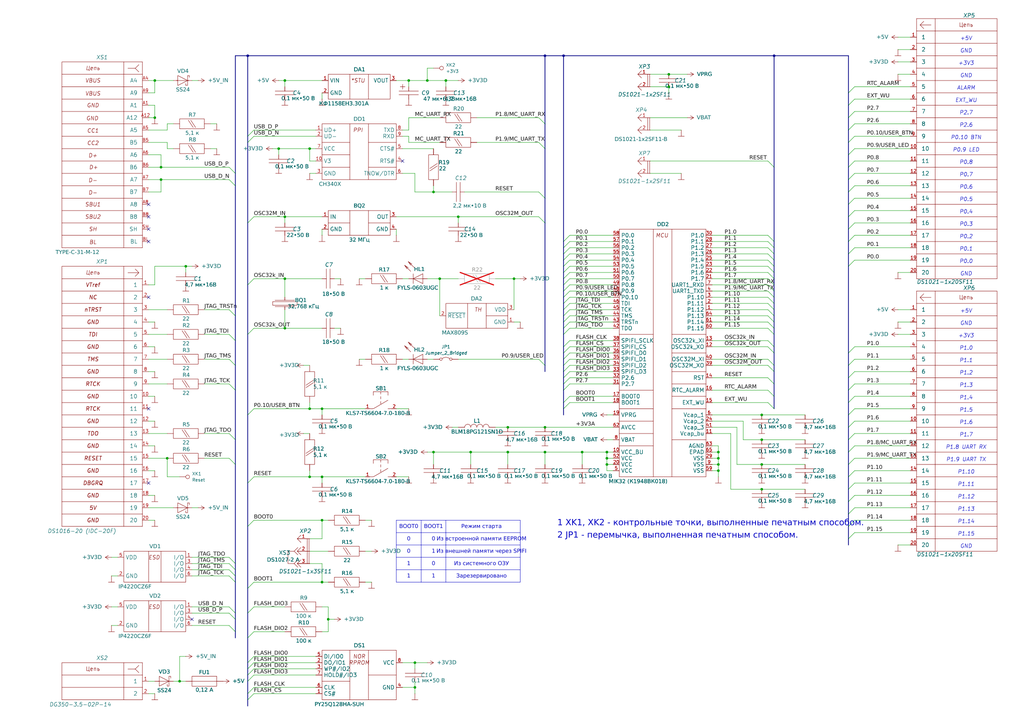
<source format=kicad_sch>
(kicad_sch (version 20250114) (generator "eeschema") (generator_version "9.0")
  (paper "A3")
  (title_block (date "17.01.25") (rev "4"))
  (lib_symbols
    (symbol "BluePill-MIK32:2-pin Ferrite Bead" (pin_numbers (hide yes)) (pin_names (offset 0) (hide yes))
      (property "Reference" "L" (at -0.1574 3.2691 0))
      (property "Value" "BLM18PG121SN1D" (at 0.0556 -1.8068 0))
      (symbol "2-pin Ferrite Bead_1_1"
        (pin passive line (at -7.62 0 0) (length 2.62) (name "~") (number "1"))
        (pin passive line (at 7.62 0 180) (length 2.62) (name "~") (number "2"))
      )
    )
    (symbol "BluePill-MIK32:3-pin LDO КФ1158ЕН3.301А" (pin_names (offset 0.7))
      (property "Reference" "DA" (at 0 5.08 0))
      (property "Value" "КФ1158ЕН3.301А" (at -6.604 -9.144 0))
      (symbol "3-pin LDO КФ1158ЕН3.301А_1_1"
        (text "*STU" (at -0.508 0 0) (effects (font (size 1.6 1.6) (italic yes))))
        (pin passive line (at -15.24 0 0) (length 2.54) (name "VIN") (number "1"))
        (pin passive line (at -15.24 -5.08 0) (length 2.54) (name "GND") (number "2"))
        (pin passive line (at 15.24 0 180) (length 2.54) (name "VOUT") (number "3"))
      )
    )
    (symbol "BluePill-MIK32:Buttom SMD 6x6 mm, h=7mm" (pin_names (offset 0) (hide yes))
      (property "Reference" "SB" (at 6.096 9.144 0))
      (property "Value" "KLS7-TS6604-7.0-180-B" (at 5.969 -2.286 0))
      (symbol "Buttom SMD 6x6 mm, h=7mm_1_1"
        (pin passive line (at 0 0 0) (length 1.81) (name "~") (number "1"))
        (pin passive line (at 12.7 0 180) (length 1.81) (name "2") (number "2"))
      )
    )
    (symbol "BluePill-MIK32:CAP 0402" (pin_numbers (hide yes)) (pin_names (hide yes))
      (property "Reference" "C" (at 1.778 2.032 0))
      (property "Value" "0,1 мк•50 В" (at 5 -2 0))
      (symbol "CAP 0402_1_1"
        (pin passive line (at 0 2.54 270) (length 1.79) (name "~") (number "1"))
        (pin passive line (at 0 -2.54 90) (length 1.79) (name "~") (number "2"))
      )
    )
    (symbol "BluePill-MIK32:CAP 0603" (pin_numbers (hide yes)) (pin_names (hide yes))
      (property "Reference" "C" (at 1.778 2.032 0))
      (property "Value" "4,7 мк•16В" (at 5 -2 0))
      (symbol "CAP 0603_1_1"
        (pin passive line (at 0 2.54 270) (length 1.79) (name "~") (number "1"))
        (pin passive line (at 0 -2.54 90) (length 1.79) (name "~") (number "2"))
      )
    )
    (symbol "BluePill-MIK32:CAP polarized" (pin_numbers (hide yes)) (pin_names (hide yes))
      (property "Reference" "C" (at 1.778 2.032 0))
      (property "Value" "47 мк•6,3В" (at 5 -2 0))
      (symbol "CAP polarized_1_1"
        (pin passive line (at 0 2.54 270) (length 1.79) (name "~") (number "1"))
        (pin passive line (at 0 -2.54 90) (length 1.79) (name "~") (number "2"))
      )
    )
    (symbol "BluePill-MIK32:CH340X" (pin_names (offset 0.7))
      (property "Reference" "DD" (at 0 5.08 0))
      (property "Value" "CH340X" (at -12.5245 -21.9291 0))
      (symbol "CH340X_1_1"
        (text "PPI" (at -0.508 0 0) (effects (font (size 1.6 1.6) (italic yes))))
        (pin passive line (at -17.78 0 0) (length 2.54) (name "UD+") (number "1"))
        (pin passive line (at -17.78 -2.54 0) (length 2.54) (name "UD-") (number "2"))
        (pin passive line (at -17.78 -7.62 0) (length 2.54) (name "VCC") (number "7"))
        (pin passive line (at -17.78 -12.7 0) (length 2.54) (name "V3") (number "10"))
        (pin passive line (at -17.78 -17.78 0) (length 2.54) (name "GND") (number "3"))
        (pin passive line (at 17.78 0 180) (length 2.54) (name "TXD") (number "8"))
        (pin passive line (at 17.78 -2.54 180) (length 2.54) (name "RXD") (number "9"))
        (pin passive line (at 17.78 -7.62 180) (length 2.54) (name "CTS#") (number "5"))
        (pin passive line (at 17.78 -12.7 180) (length 2.54) (name "RTS#") (number "4"))
        (pin passive line (at 17.78 -17.78 180) (length 2.54) (name "TNOW/DTR") (number "6"))
      )
    )
    (symbol "BluePill-MIK32:Crystal_GND2_4" (pin_names (offset 0.7))
      (property "Reference" "BQ" (at 15.24 5.08 0))
      (property "Value" "32 МГц" (at 14.732 -9.144 0))
      (symbol "Crystal_GND2_4_1_1"
        (pin passive line (at 0 0 0) (length 2.54) (name "IN") (number "1"))
        (pin passive line (at 0 -5.08 0) (length 2.54) (name "GND") (number "2"))
        (pin passive line (at 30.48 0 180) (length 2.54) (name "OUT") (number "3"))
        (pin passive line (at 30.48 -5.08 180) (length 2.54) (name "GND") (number "4"))
      )
    )
    (symbol "BluePill-MIK32:Header_20pin" (pin_names (offset 2))
      (property "Reference" "XP" (at 22.86 9.144 0))
      (property "Value" "DS1021-1x20SF11" (at 7.5 -100.5 0))
      (symbol "Header_20pin_1_1"
        (text "Цепь" (at 22.86 5.08 0) (effects (font (size 1.6002 1.6002))))
        (pin passive line (at 0 0 0) (length 2.54) (name "1") (number "1"))
        (pin passive line (at 0 -5.08 0) (length 2.54) (name "2") (number "2"))
        (pin passive line (at 0 -10.16 0) (length 2.54) (name "3") (number "3"))
        (pin passive line (at 0 -15.24 0) (length 2.54) (name "4") (number "4"))
        (pin passive line (at 0 -20.32 0) (length 2.54) (name "5") (number "5"))
        (pin passive line (at 0 -25.4 0) (length 2.54) (name "6") (number "6"))
        (pin passive line (at 0 -30.48 0) (length 2.54) (name "7") (number "7"))
        (pin passive line (at 0 -35.56 0) (length 2.54) (name "8") (number "8"))
        (pin passive line (at 0 -40.64 0) (length 2.54) (name "9") (number "9"))
        (pin passive line (at 0 -45.72 0) (length 2.54) (name "10") (number "10"))
        (pin passive line (at 0 -50.8 0) (length 2.54) (name "11") (number "11"))
        (pin passive line (at 0 -55.88 0) (length 2.54) (name "12") (number "12"))
        (pin passive line (at 0 -60.96 0) (length 2.54) (name "13") (number "13"))
        (pin passive line (at 0 -66.04 0) (length 2.54) (name "14") (number "14"))
        (pin passive line (at 0 -71.12 0) (length 2.54) (name "15") (number "15"))
        (pin passive line (at 0 -76.2 0) (length 2.54) (name "16") (number "16"))
        (pin passive line (at 0 -81.28 0) (length 2.54) (name "17") (number "17"))
        (pin passive line (at 0 -86.36 0) (length 2.54) (name "18") (number "18"))
        (pin passive line (at 0 -91.44 0) (length 2.54) (name "19") (number "19"))
        (pin passive line (at 0 -96.52 0) (length 2.54) (name "20") (number "20"))
      )
    )
    (symbol "BluePill-MIK32:Header_2pin" (pin_names (offset 2))
      (property "Reference" "XP" (at 0 2.54 0))
      (property "Value" "DS1021-1x2SF11" (at -1.0904 -8.0465 0))
      (symbol "Header_2pin_1_1"
        (pin passive line (at 0 0 180) (length 5.08) (name "~") (number "1"))
        (pin passive line (at 0 -5.08 180) (length 5.08) (name "~") (number "2"))
      )
    )
    (symbol "BluePill-MIK32:Header_3pin" (pin_names (offset 2))
      (property "Reference" "XP" (at 0 2.54 0))
      (property "Value" "DS1021-1x3SF11" (at -0.3788 -13.4632 0))
      (symbol "Header_3pin_1_1"
        (pin passive line (at 0 0 180) (length 5.08) (name "~") (number "1"))
        (pin passive line (at 0 -5.08 180) (length 5.08) (name "~") (number "2"))
        (pin passive line (at 0 -10.16 180) (length 5.08) (name "~") (number "3"))
      )
    )
    (symbol "BluePill-MIK32:Header_JTAG_20pin" (pin_names (offset 2))
      (property "Reference" "XP" (at 22.86 9.144 0))
      (property "Value" "DS1016-20 (IDC-20F)" (at 10.0657 -100.8938 0))
      (symbol "Header_JTAG_20pin_1_1"
        (text "Цепь" (at 22.86 5.08 0) (effects (font (size 1.6002 1.6002) (italic yes))))
        (text "VTref" (at 22.86 0 0) (effects (font (size 1.6 1.6) (thickness 0.2) (italic yes))))
        (text "NC" (at 22.86 -5.08 0) (effects (font (size 1.6 1.6) (thickness 0.2) (italic yes))))
        (text "nTRST" (at 22.86 -10.16 0) (effects (font (size 1.6 1.6) (thickness 0.2) (italic yes))))
        (text "GND" (at 22.86 -15.24 0) (effects (font (size 1.6 1.6) (thickness 0.2) (italic yes))))
        (text "TDI" (at 22.86 -20.32 0) (effects (font (size 1.6 1.6) (thickness 0.2) (italic yes))))
        (text "GND" (at 22.86 -25.4 0) (effects (font (size 1.6 1.6) (thickness 0.2) (italic yes))))
        (text "TMS" (at 22.86 -30.48 0) (effects (font (size 1.6 1.6) (thickness 0.2) (italic yes))))
        (text "GND" (at 22.86 -35.56 0) (effects (font (size 1.6 1.6) (thickness 0.2) (italic yes))))
        (text "RTCK" (at 22.86 -40.64 0) (effects (font (size 1.6 1.6) (thickness 0.2) (italic yes))))
        (text "GND" (at 22.86 -45.72 0) (effects (font (size 1.6 1.6) (thickness 0.2) (italic yes))))
        (text "RTCK" (at 22.86 -50.8 0) (effects (font (size 1.6 1.6) (thickness 0.2) (italic yes))))
        (text "GND" (at 22.86 -55.88 0) (effects (font (size 1.6 1.6) (thickness 0.2) (italic yes))))
        (text "TDO" (at 22.86 -60.96 0) (effects (font (size 1.6 1.6) (thickness 0.2) (italic yes))))
        (text "GND" (at 22.86 -66.04 0) (effects (font (size 1.6 1.6) (thickness 0.2) (italic yes))))
        (text "RESET" (at 22.86 -71.12 0) (effects (font (size 1.6 1.6) (thickness 0.2) (italic yes))))
        (text "GND" (at 22.86 -76.2 0) (effects (font (size 1.6 1.6) (thickness 0.2) (italic yes))))
        (text "DBGRQ" (at 22.86 -81.28 0) (effects (font (size 1.6 1.6) (thickness 0.2) (italic yes))))
        (text "GND" (at 22.86 -86.36 0) (effects (font (size 1.6 1.6) (thickness 0.2) (italic yes))))
        (text "5V" (at 22.86 -91.44 0) (effects (font (size 1.6 1.6) (thickness 0.2) (italic yes))))
        (text "GND" (at 22.86 -96.52 0) (effects (font (size 1.6 1.6) (thickness 0.2) (italic yes))))
        (pin passive line (at 0 0 0) (length 2.54) (name "1") (number "1"))
        (pin passive line (at 0 -5.08 0) (length 2.54) (name "2") (number "2"))
        (pin passive line (at 0 -10.16 0) (length 2.54) (name "3") (number "3"))
        (pin passive line (at 0 -15.24 0) (length 2.54) (name "4") (number "4"))
        (pin passive line (at 0 -20.32 0) (length 2.54) (name "5") (number "5"))
        (pin passive line (at 0 -25.4 0) (length 2.54) (name "6") (number "6"))
        (pin passive line (at 0 -30.48 0) (length 2.54) (name "7") (number "7"))
        (pin passive line (at 0 -35.56 0) (length 2.54) (name "8") (number "8"))
        (pin passive line (at 0 -40.64 0) (length 2.54) (name "9") (number "9"))
        (pin passive line (at 0 -45.72 0) (length 2.54) (name "10") (number "10"))
        (pin passive line (at 0 -50.8 0) (length 2.54) (name "11") (number "11"))
        (pin passive line (at 0 -55.88 0) (length 2.54) (name "12") (number "12"))
        (pin passive line (at 0 -60.96 0) (length 2.54) (name "13") (number "13"))
        (pin passive line (at 0 -66.04 0) (length 2.54) (name "14") (number "14"))
        (pin passive line (at 0 -71.12 0) (length 2.54) (name "15") (number "15"))
        (pin passive line (at 0 -76.2 0) (length 2.54) (name "16") (number "16"))
        (pin passive line (at 0 -81.28 0) (length 2.54) (name "17") (number "17"))
        (pin passive line (at 0 -86.36 0) (length 2.54) (name "18") (number "18"))
        (pin passive line (at 0 -91.44 0) (length 2.54) (name "19") (number "19"))
        (pin passive line (at 0 -96.52 0) (length 2.54) (name "20") (number "20"))
      )
    )
    (symbol "BluePill-MIK32:IP4220CZ6F" (pin_names (offset 0.7))
      (property "Reference" "VD" (at 0 5.08 0))
      (property "Value" "IP4220CZ6F" (at -8.128 -11.684 0))
      (symbol "IP4220CZ6F_1_1"
        (text "ESD" (at -0.254 0 0) (effects (font (size 1.6 1.6) (italic yes))))
        (pin passive line (at -15.24 0 0) (length 2.54) (name "VDD") (number "5"))
        (pin passive line (at -15.24 -7.62 0) (length 2.54) (name "GND") (number "2"))
        (pin passive line (at 15.24 0 180) (length 2.54) (name "I/O") (number "1"))
        (pin passive line (at 15.24 -2.54 180) (length 2.54) (name "I/O") (number "3"))
        (pin passive line (at 15.24 -5.08 180) (length 2.54) (name "I/O") (number "4"))
        (pin passive line (at 15.24 -7.62 180) (length 2.54) (name "I/O") (number "6"))
      )
    )
    (symbol "BluePill-MIK32:MAX809S" (pin_names (offset 0.7))
      (property "Reference" "DA" (at 0 5.08 0))
      (property "Value" "MAX809S" (at -8.9803 -9.1522 0))
      (symbol "MAX809S_1_1"
        (text "TH" (at -0.508 0 0) (effects (font (size 1.6 1.6) (italic yes))))
        (pin passive line (at -15.24 0 0) (length 2.54) (name "VDD") (number "3"))
        (pin passive line (at -15.24 -5.08 0) (length 2.54) (name "GND") (number "1"))
        (pin passive line (at 15.24 -2.54 180) (length 2.54) (name "~{RESET}") (number "2"))
      )
    )
    (symbol "BluePill-MIK32:MIK32" (pin_names (offset 0.7))
      (property "Reference" "DD" (at 0 22.86 0))
      (property "Value" "MIK32 (К1948ВК018)" (at -10.16 -83.058 0))
      (symbol "MIK32_1_1"
        (text "MCU" (at -0.254 17.78 0) (effects (font (size 1.6 1.6) (italic yes))))
        (pin passive line (at -20.32 17.78 0) (length 2.54) (name "P0.0") (number "58"))
        (pin passive line (at -20.32 15.24 0) (length 2.54) (name "P0.1") (number "57"))
        (pin passive line (at -20.32 12.7 0) (length 2.54) (name "P0.2") (number "56"))
        (pin passive line (at -20.32 10.16 0) (length 2.54) (name "P0.3") (number "55"))
        (pin passive line (at -20.32 7.62 0) (length 2.54) (name "P0.4") (number "54"))
        (pin passive line (at -20.32 5.08 0) (length 2.54) (name "P0.5") (number "53"))
        (pin passive line (at -20.32 2.54 0) (length 2.54) (name "P0.6") (number "51"))
        (pin passive line (at -20.32 0 0) (length 2.54) (name "P0.7") (number "50"))
        (pin passive line (at -20.32 -2.54 0) (length 2.54) (name "P0.8") (number "49"))
        (pin passive line (at -20.32 -5.08 0) (length 2.54) (name "P0.9") (number "48"))
        (pin passive line (at -20.32 -7.62 0) (length 2.54) (name "P0.10") (number "47"))
        (pin passive line (at -20.32 -10.16 0) (length 2.54) (name "TDI") (number "46"))
        (pin passive line (at -20.32 -12.7 0) (length 2.54) (name "TCK") (number "45"))
        (pin passive line (at -20.32 -15.24 0) (length 2.54) (name "TMS") (number "44"))
        (pin passive line (at -20.32 -17.78 0) (length 2.54) (name "TRSTn") (number "43"))
        (pin passive line (at -20.32 -20.32 0) (length 2.54) (name "TDO") (number "42"))
        (pin passive line (at -20.32 -25.4 0) (length 2.54) (name "SPIFI_SCLK") (number "38"))
        (pin passive line (at -20.32 -27.94 0) (length 2.54) (name "SPIFI_CS") (number "37"))
        (pin passive line (at -20.32 -30.48 0) (length 2.54) (name "SPIFI_D0") (number "36"))
        (pin passive line (at -20.32 -33.02 0) (length 2.54) (name "SPIFI_D1") (number "35"))
        (pin passive line (at -20.32 -35.56 0) (length 2.54) (name "SPIFI_D2") (number "34"))
        (pin passive line (at -20.32 -38.1 0) (length 2.54) (name "SPIFI_D3") (number "33"))
        (pin passive line (at -20.32 -40.64 0) (length 2.54) (name "P2.6") (number "32"))
        (pin passive line (at -20.32 -43.18 0) (length 2.54) (name "P2.7") (number "31"))
        (pin passive line (at -20.32 -48.26 0) (length 2.54) (name "BOOT0") (number "17"))
        (pin passive line (at -20.32 -50.8 0) (length 2.54) (name "BOOT1") (number "18"))
        (pin passive line (at -20.32 -55.88 0) (length 2.54) (name "VPRG") (number "19"))
        (pin passive line (at -20.32 -60.96 0) (length 2.54) (name "AVCC") (number "62"))
        (pin passive line (at -20.32 -66.04 0) (length 2.54) (name "VBAT") (number "8"))
        (pin passive line (at -20.32 -71.12 0) (length 2.54) (name "VCC_BU") (number "10"))
        (pin passive line (at -20.32 -73.66 0) (length 2.54) (name "VCC") (number "52"))
        (pin passive line (at -20.32 -76.2 0) (length 2.54) (name "VCC") (number "20"))
        (pin passive line (at -20.32 -78.74 0) (length 2.54) (name "VCC") (number "5"))
        (pin passive line (at 20.32 17.78 180) (length 2.54) (name "P1.0") (number "30"))
        (pin passive line (at 20.32 15.24 180) (length 2.54) (name "P1.1") (number "28"))
        (pin passive line (at 20.32 12.7 180) (length 2.54) (name "P1.2") (number "27"))
        (pin passive line (at 20.32 10.16 180) (length 2.54) (name "P1.3") (number "26"))
        (pin passive line (at 20.32 7.62 180) (length 2.54) (name "P1.4") (number "25"))
        (pin passive line (at 20.32 5.08 180) (length 2.54) (name "P1.5") (number "23"))
        (pin passive line (at 20.32 2.54 180) (length 2.54) (name "P1.6") (number "22"))
        (pin passive line (at 20.32 0 180) (length 2.54) (name "P1.7") (number "21"))
        (pin passive line (at 20.32 -2.54 180) (length 2.54) (name "UART1_RXD") (number "7"))
        (pin passive line (at 20.32 -5.08 180) (length 2.54) (name "UART1_TXD") (number "4"))
        (pin passive line (at 20.32 -7.62 180) (length 2.54) (name "P1.10") (number "3"))
        (pin passive line (at 20.32 -10.16 180) (length 2.54) (name "P1.11") (number "2"))
        (pin passive line (at 20.32 -12.7 180) (length 2.54) (name "P1.12") (number "1"))
        (pin passive line (at 20.32 -15.24 180) (length 2.54) (name "P1.13") (number "64"))
        (pin passive line (at 20.32 -17.78 180) (length 2.54) (name "P1.14") (number "61"))
        (pin passive line (at 20.32 -20.32 180) (length 2.54) (name "P1.15") (number "60"))
        (pin passive line (at 20.32 -25.4 180) (length 2.54) (name "OSC32k_XI") (number "13"))
        (pin passive line (at 20.32 -27.94 180) (length 2.54) (name "OSC32k_XO") (number "12"))
        (pin passive line (at 20.32 -33.02 180) (length 2.54) (name "OSC32M_XI") (number "40"))
        (pin passive line (at 20.32 -35.56 180) (length 2.54) (name "OSC32M_XO") (number "39"))
        (pin passive line (at 20.32 -40.64 180) (length 2.54) (name "RST") (number "14"))
        (pin passive line (at 20.32 -45.72 180) (length 2.54) (name "RTC_ALARM") (number "16"))
        (pin passive line (at 20.32 -50.8 180) (length 2.54) (name "EXT_WU") (number "15"))
        (pin passive line (at 20.32 -55.88 180) (length 2.54) (name "Vcap_1") (number "6"))
        (pin passive line (at 20.32 -58.42 180) (length 2.54) (name "Vcap_2") (number "24"))
        (pin passive line (at 20.32 -60.96 180) (length 2.54) (name "Vcap_3") (number "41"))
        (pin passive line (at 20.32 -63.5 180) (length 2.54) (name "Vcap_bu") (number "11"))
        (pin passive line (at 20.32 -68.58 180) (length 2.54) (name "AGND") (number "63"))
        (pin passive line (at 20.32 -71.12 180) (length 2.54) (name "EPAD") (number "65"))
        (pin passive line (at 20.32 -73.66 180) (length 2.54) (name "VSS") (number "29"))
        (pin passive line (at 20.32 -76.2 180) (length 2.54) (name "VSS") (number "9"))
        (pin passive line (at 20.32 -78.74 180) (length 2.54) (name "VSS") (number "59"))
      )
    )
    (symbol "BluePill-MIK32:Resistor_0603" (pin_numbers (hide yes)) (pin_names (offset 0) (hide yes))
      (property "Reference" "R" (at -0.0189 3.6811 0))
      (property "Value" "1 к" (at 0 -3.5 0))
      (symbol "Resistor_0603_1_1"
        (pin passive line (at -7.62 0 0) (length 2.54) (name "~") (number "1"))
        (pin passive line (at 7.62 0 180) (length 2.54) (name "~") (number "2"))
      )
    )
    (symbol "BluePill-MIK32:Socket_2pin" (pin_names (offset 2))
      (property "Reference" "XS" (at 22.86 9.144 0))
      (property "Value" "DG350-3.5-02P-14" (at 9.2484 -9.0357 0))
      (symbol "Socket_2pin_1_1"
        (text "Цепь" (at 22.86 5.08 0) (effects (font (size 1.6002 1.6002))))
        (pin passive line (at 0 0 0) (length 2.54) (name "1") (number "1"))
        (pin passive line (at 0 -5.08 0) (length 2.54) (name "2") (number "2"))
      )
    )
    (symbol "BluePill-MIK32:Диод Шоттки SS24" (pin_numbers (hide yes)) (pin_names (offset 0) (hide yes))
      (property "Reference" "VD" (at 3.81 3.81 0))
      (property "Value" "SS24" (at 3.81 -3.5 0))
      (symbol "Диод Шоттки SS24_1_1"
        (pin passive line (at 0 0 0) (length 1.81) (name "A") (number "2"))
        (pin passive line (at 7.62 0 180) (length 1.81) (name "K") (number "1"))
      )
    )
    (symbol "BluePill-MIK32:Светодиод FYLS-0603UGC" (pin_numbers (hide yes)) (pin_names (offset 0) (hide yes))
      (property "Reference" "HL" (at 0 3.81 0))
      (property "Value" "FYLS-0603UGC" (at 0 -3.5 0))
      (symbol "Светодиод FYLS-0603UGC_1_1"
        (pin passive line (at -3.81 0 0) (length 1.81) (name "A") (number "2"))
        (pin passive line (at 3.81 0 180) (length 1.81) (name "K") (number "1"))
      )
    )
    (symbol "Connector:TestPoint" (pin_numbers (hide yes)) (pin_names (offset 0.762) (hide yes))
      (property "Reference" "TP" (at 0 6.858 0))
      (property "Value" "TestPoint" (at 0 5.08 0))
      (symbol "TestPoint_1_1"
        (pin passive line (at 0 0 90) (length 2.54) (name "1") (number "1"))
      )
    )
    (symbol "Crystal_2pin_1" (pin_numbers (hide yes)) (pin_names (offset 0.7) (hide yes))
      (property "Reference" "BQ" (at 2.286 3.81 0))
      (property "Value" "32,768 кГц" (at 5.334 -3.048 0))
      (symbol "Crystal_2pin_1_1_1"
        (pin passive line (at 0 2.54 270) (length 1.25) (name "~") (number "1"))
        (pin passive line (at 0 -2.54 90) (length 1.25) (name "~") (number "2"))
      )
    )
    (symbol "GOST:DS1021-1x2SF11-B" (pin_names (offset 2) (hide yes))
      (property "Reference" "XP" (at 2.54 2.921 0))
      (property "Value" "DS1021-1x2SF11-B" (at 6.604 -8.255 0))
      (symbol "DS1021-1x2SF11-B_1_1"
        (pin passive line (at 5.08 0 180) (length 5.08) (name "~") (number "1"))
        (pin passive line (at 5.08 -5.08 180) (length 5.08) (name "~") (number "2"))
      )
    )
    (symbol "GOST:DS1027-2 A" (pin_names (offset 2) (hide yes)) (on_board no)
      (property "Reference" "XS" (at -1.27 2.54 0))
      (property "Value" "DS1027-2 A" (at -1.27 -8.89 0))
    )
    (symbol "GOST:Fuse_1206" (pin_numbers (hide yes)) (pin_names (offset 0) (hide yes))
      (property "Reference" "FU" (at -0.254 4.318 0))
      (property "Value" "0,12 А" (at 0 -3.5 0))
      (symbol "Fuse_1206_1_1"
        (pin passive line (at -7.62 0 0) (length 2.54) (name "~") (number "1"))
        (pin passive line (at 7.62 0 180) (length 2.54) (name "~") (number "2"))
      )
    )
    (symbol "GOST:GND" (power) (pin_numbers (hide yes)) (pin_names (offset 0) (hide yes))
      (property "Value" "GND" (at 0 -3.81 0))
      (symbol "GND_1_1"
        (pin power_in line (at 0 0 270) (length 0) (name "~") (number "1"))
      )
    )
    (symbol "Jumper:Jumper_2_Bridged" (pin_numbers (hide yes)) (pin_names (offset 0) (hide yes)) (exclude_from_sim yes)
      (property "Reference" "JP" (at 0 1.905 0))
      (property "Value" "Jumper_2_Bridged" (at 0 -2.54 0))
      (symbol "Jumper_2_Bridged_1_1"
        (pin passive line (at -5.08 0 0) (length 2.54) (name "A") (number "1"))
        (pin passive line (at 5.08 0 180) (length 2.54) (name "B") (number "2"))
      )
    )
    (symbol "PY25Q128HA-SUH_1" (pin_names (offset 0.7))
      (property "Reference" "DS" (at 0 5.08 0))
      (property "Value" "PY25Q128HA-SUH" (at -8.117 -19.4316 0))
      (symbol "PY25Q128HA-SUH_1_1_1"
        (text "NOR" (at 0 0 0) (effects (font (size 1.6 1.6) (italic yes))))
        (text "RPROM" (at 0 -2.54 0) (effects (font (size 1.6 1.6) (italic yes))))
        (pin passive line (at -17.78 0 0) (length 2.54) (name "DI/IO0") (number "5"))
        (pin passive line (at -17.78 -2.54 0) (length 2.54) (name "DO/IO1") (number "2"))
        (pin passive line (at -17.78 -5.08 0) (length 2.54) (name "WP#/IO2") (number "3"))
        (pin passive line (at -17.78 -7.62 0) (length 2.54) (name "HOLD#/IO3") (number "7"))
        (pin passive line (at -17.78 -12.7 0) (length 2.54) (name "CLK") (number "6"))
        (pin passive line (at -17.78 -15.24 0) (length 2.54) (name "CS#") (number "1"))
        (pin passive line (at 17.78 -2.54 180) (length 2.54) (name "VCC") (number "8"))
        (pin passive line (at 17.78 -12.7 180) (length 2.54) (name "GND") (number "4"))
      )
    )
    (symbol "USB_C_Receptacle_16P_1" (pin_names (offset 2))
      (property "Reference" "XS" (at 22.86 9.144 0))
      (property "Value" "TYPE-C-31-M-12" (at 8.89 -70.358 0))
      (symbol "USB_C_Receptacle_16P_1_1_1"
        (text "D+" (at 22.606 -35.56 0) (effects (font (size 1.6002 1.6002) (italic yes))))
        (text "Цепь" (at 22.86 5.08 0) (effects (font (size 1.6002 1.6002) (italic yes))))
        (text "VBUS" (at 22.86 0 0) (effects (font (size 1.6002 1.6002) (italic yes))))
        (text "VBUS" (at 22.86 -5.334 0) (effects (font (size 1.6002 1.6002) (italic yes))))
        (text "GND" (at 22.86 -10.16 0) (effects (font (size 1.6002 1.6002) (italic yes))))
        (text "CC1" (at 22.86 -20.574 0) (effects (font (size 1.6002 1.6002) (italic yes))))
        (text "CC2" (at 22.86 -25.654 0) (effects (font (size 1.6002 1.6002) (italic yes))))
        (text "D+" (at 22.86 -30.734 0) (effects (font (size 1.6002 1.6002) (italic yes))))
        (text "D-" (at 22.86 -40.894 0) (effects (font (size 1.6002 1.6002) (italic yes))))
        (text "D-" (at 22.86 -45.974 0) (effects (font (size 1.6002 1.6002) (italic yes))))
        (text "SBU1" (at 22.86 -50.8 0) (effects (font (size 1.6002 1.6002) (italic yes))))
        (text "SBU2" (at 22.86 -55.88 0) (effects (font (size 1.6002 1.6002) (italic yes))))
        (text "SH" (at 22.86 -60.96 0) (effects (font (size 1.6002 1.6002) (italic yes))))
        (text "BL" (at 22.86 -66.294 0) (effects (font (size 1.6002 1.6002) (italic yes))))
        (text "GND" (at 23.114 -15.494 0) (effects (font (size 1.6002 1.6002) (italic yes))))
        (pin passive line (at 0 0 0) (length 2.54) (name "A4") (number "A4"))
        (pin passive line (at 0 -5.08 0) (length 2.54) (name "A9") (number "A9"))
        (pin passive line (at 0 -10.16 0) (length 2.54) (name "A1") (number "A1"))
        (pin passive line (at 0 -15.24 0) (length 2.54) (name "A12") (number "A12"))
        (pin passive line (at 0 -20.32 0) (length 2.54) (name "A5") (number "A5"))
        (pin passive line (at 0 -25.4 0) (length 2.54) (name "B5") (number "B5"))
        (pin passive line (at 0 -30.48 0) (length 2.54) (name "A6") (number "A6"))
        (pin passive line (at 0 -35.56 0) (length 2.54) (name "B6") (number "B6"))
        (pin passive line (at 0 -40.64 0) (length 2.54) (name "A7") (number "A7"))
        (pin passive line (at 0 -45.72 0) (length 2.54) (name "B7") (number "B7"))
        (pin passive line (at 0 -50.8 0) (length 2.54) (name "A8") (number "A8"))
        (pin passive line (at 0 -55.88 0) (length 2.54) (name "B8") (number "B8"))
        (pin passive line (at 0 -60.96 0) (length 2.54) (name "SH") (number "SH"))
        (pin passive line (at 0 -66.04 0) (length 2.54) (name "BL") (number "BL"))
      )
    )
    (symbol "power:+5V" (power) (pin_numbers (hide yes)) (pin_names (offset 0) (hide yes))
      (property "Value" "+5V" (at 0 3.556 0))
      (symbol "+5V_1_1"
        (pin power_in line (at 0 0 90) (length 0) (name "~") (number "1"))
      )
    )
  )
  (text "P1.0" (at 396.24 142.875 0) (effects (font (size 1.5748 1.5748) (italic yes))))
  (text "+5V" (at 396.24 127.635 0) (effects (font (size 1.5748 1.5748) (italic yes))))
  (text "P1.2" (at 396.24 153.035 0) (effects (font (size 1.5748 1.5748) (italic yes))))
  (text "GND" (at 396.24 31.115 0) (effects (font (size 1.5748 1.5748) (italic yes))))
  (text "EXT_WU" (at 396.24 41.275 0) (effects (font (size 1.5748 1.5748) (italic yes))))
  (text "BOOT1\n" (at 177.8 216.535 0) (effects (font (size 1.6 1.6) (italic yes))))
  (text "Режим старта" (at 197.485 216.535 0) (effects (font (size 1.6 1.6) (italic yes))))
  (text "P1.5" (at 396.24 168.275 0) (effects (font (size 1.5748 1.5748) (italic yes))))
  (text "P1.8 UART RX" (at 396.24 183.515 0) (effects (font (size 1.5748 1.5748) (italic yes))))
  (text "2 JP1 - перемычка, выполненная печатным способом." (at 228.6 220.345 0) (effects (font (size 2.5 2.5) (italic yes)) (justify left)))
  (text "P0.1" (at 396.24 102.235 0) (effects (font (size 1.5748 1.5748) (italic yes))))
  (text "P1.1" (at 396.24 147.955 0) (effects (font (size 1.5748 1.5748) (italic yes))))
  (text "GND" (at 396.24 132.715 0) (effects (font (size 1.5748 1.5748) (italic yes))))
  (text "0\n" (at 167.64 226.695 0) (effects (font (size 1.6 1.6) (italic yes))))
  (text "Из системного ОЗУ" (at 197.485 231.775 0) (effects (font (size 1.6 1.6) (italic yes))))
  (text "P1.11" (at 396.24 198.755 0) (effects (font (size 1.5748 1.5748) (italic yes))))
  (text "P1.15" (at 396.24 219.075 0) (effects (font (size 1.5748 1.5748) (italic yes))))
  (text "P1.6" (at 396.24 173.355 0) (effects (font (size 1.5748 1.5748) (italic yes))))
  (text "P1.7" (at 396.24 178.435 0) (effects (font (size 1.5748 1.5748) (italic yes))))
  (text "1\n" (at 177.8 226.695 0) (effects (font (size 1.6 1.6) (italic yes))))
  (text "P0.2" (at 396.24 97.155 0) (effects (font (size 1.5748 1.5748) (italic yes))))
  (text "P1.9 UART TX" (at 396.24 188.595 0) (effects (font (size 1.5748 1.5748) (italic yes))))
  (text "GND" (at 396.24 20.955 0) (effects (font (size 1.5748 1.5748) (italic yes))))
  (text "1\n" (at 167.64 236.855 0) (effects (font (size 1.6 1.6) (italic yes))))
  (text "+5V" (at 396.24 15.875 0) (effects (font (size 1.5748 1.5748) (italic yes))))
  (text "Из внешней памяти через SPIFI" (at 197.485 226.695 0) (effects (font (size 1.6 1.6) (italic yes))))
  (text "P0.10 BTN" (at 396.24 56.515 0) (effects (font (size 1.5748 1.5748) (italic yes))))
  (text "P0.4" (at 396.24 86.995 0) (effects (font (size 1.5748 1.5748) (italic yes))))
  (text "1\n" (at 177.8 236.855 0) (effects (font (size 1.6 1.6) (italic yes))))
  (text "P1.14" (at 396.24 213.995 0) (effects (font (size 1.5748 1.5748) (italic yes))))
  (text "ALARM" (at 396.24 36.195 0) (effects (font (size 1.5748 1.5748) (italic yes))))
  (text "P2.6" (at 396.24 51.435 0) (effects (font (size 1.5748 1.5748) (italic yes))))
  (text "P0.7" (at 396.24 71.755 0) (effects (font (size 1.5748 1.5748) (italic yes))))
  (text "1 XK1, XK2 - контрольные точки, выполненные печатным способом." (at 228.6 215.265 0) (effects (font (size 2.5 2.5) (italic yes)) (justify left)))
  (text "P2.7" (at 396.24 46.355 0) (effects (font (size 1.5748 1.5748) (italic yes))))
  (text "P1.12" (at 396.24 203.835 0) (effects (font (size 1.5748 1.5748) (italic yes))))
  (text "GND" (at 396.24 224.155 0) (effects (font (size 1.5748 1.5748) (italic yes))))
  (text "P1.10" (at 396.24 193.675 0) (effects (font (size 1.5748 1.5748) (italic yes))))
  (text "Зарезервировано" (at 197.485 236.855 0) (effects (font (size 1.6 1.6) (italic yes))))
  (text "P0.9 LED" (at 396.24 61.595 0) (effects (font (size 1.5748 1.5748) (italic yes))))
  (text "P0.8" (at 396.24 66.675 0) (effects (font (size 1.5748 1.5748) (italic yes))))
  (text "GND" (at 396.24 112.395 0) (effects (font (size 1.5748 1.5748) (italic yes))))
  (text "P0.0" (at 396.24 107.315 0) (effects (font (size 1.5748 1.5748) (italic yes))))
  (text "P0.5" (at 396.24 81.915 0) (effects (font (size 1.5748 1.5748) (italic yes))))
  (text "BOOT0" (at 167.64 216.535 0) (effects (font (size 1.6 1.6) (italic yes))))
  (text "Из встроенной памяти EEPROM" (at 197.485 221.615 0) (effects (font (size 1.6 1.6) (italic yes))))
  (text "P1.13" (at 396.24 208.915 0) (effects (font (size 1.5748 1.5748) (italic yes))))
  (text "0\n" (at 167.64 221.615 0) (effects (font (size 1.6 1.6) (italic yes))))
  (text "P0.3" (at 396.24 92.075 0) (effects (font (size 1.5748 1.5748) (italic yes))))
  (text "1\n" (at 167.64 231.775 0) (effects (font (size 1.6 1.6) (italic yes))))
  (text "0\n" (at 177.8 231.775 0) (effects (font (size 1.6 1.6) (italic yes))))
  (text "P1.4" (at 396.24 163.195 0) (effects (font (size 1.5748 1.5748) (italic yes))))
  (text "+3V3" (at 396.24 137.795 0) (effects (font (size 1.5748 1.5748) (italic yes))))
  (text "+3V3" (at 396.24 26.035 0) (effects (font (size 1.5748 1.5748) (italic yes))))
  (text "P0.6" (at 396.24 76.835 0) (effects (font (size 1.5748 1.5748) (italic yes))))
  (text "P1.3" (at 396.24 158.115 0) (effects (font (size 1.5748 1.5748) (italic yes))))
  (text "0\n" (at 177.8 221.615 0) (effects (font (size 1.6 1.6) (italic yes))))
  (junction (at 177.8 78.74))
  (junction (at 175.26 33.02))
  (junction (at 132.08 167.64))
  (junction (at 116.84 88.9))
  (junction (at 223.52 22.86))
  (junction (at 134.62 254))
  (junction (at 132.08 238.76))
  (junction (at 294.64 190.5))
  (junction (at 170.18 281.94))
  (junction (at 312.42 200.66))
  (junction (at 312.42 190.5))
  (junction (at 274.32 30.48))
  (junction (at 177.8 185.42))
  (junction (at 132.08 213.36))
  (junction (at 274.32 35.56))
  (junction (at 116.84 134.62))
  (junction (at 127 167.64))
  (junction (at 127 60.96))
  (junction (at 193.04 185.42))
  (junction (at 208.28 175.26))
  (junction (at 210.82 114.3))
  (junction (at 223.52 185.42))
  (junction (at 132.08 195.58))
  (junction (at 167.64 33.02))
  (junction (at 208.28 185.42))
  (junction (at 116.84 114.3))
  (junction (at 76.2 109.22))
  (junction (at 116.84 33.02))
  (junction (at 294.64 193.04))
  (junction (at 180.34 114.3))
  (junction (at 294.64 187.96))
  (junction (at 73.66 279.4))
  (junction (at 231.14 22.86))
  (junction (at 248.92 185.42))
  (junction (at 101.6 22.86))
  (junction (at 127 195.58))
  (junction (at 68.58 187.96))
  (junction (at 182.88 33.02))
  (junction (at 294.64 185.42))
  (junction (at 248.92 190.5))
  (junction (at 187.96 88.9))
  (junction (at 66.04 68.58))
  (junction (at 238.76 185.42))
  (junction (at 114.3 60.96))
  (junction (at 248.92 187.96))
  (junction (at 63.5 33.02))
  (junction (at 312.42 180.34))
  (junction (at 223.52 175.26))
  (junction (at 317.5 22.86))
  (junction (at 312.42 170.18))
  (junction (at 63.5 48.26))
  (junction (at 170.18 271.78))
  (junction (at 66.04 73.66))
  (no_connect (at 60.96 167.64))
  (no_connect (at 60.96 83.82))
  (no_connect (at 78.74 254))
  (no_connect (at 60.96 93.98))
  (no_connect (at 60.96 99.06))
  (no_connect (at 60.96 88.9))
  (no_connect (at 165.1 66.04))
  (no_connect (at 60.96 198.12))
  (no_connect (at 60.96 121.92))
  (bus_entry (at 314.96 132.08) (size 2.54 2.54))
  (bus_entry (at 96.52 231.14) (size -2.54 -2.54))
  (bus_entry (at 220.98 48.26) (size 2.54 2.54))
  (bus_entry (at 314.96 96.52) (size 2.54 2.54))
  (bus_entry (at 233.68 104.14) (size -2.54 2.54))
  (bus_entry (at 101.6 55.88) (size 2.54 -2.54))
  (bus_entry (at 314.96 149.86) (size 2.54 2.54))
  (bus_entry (at 101.6 251.46) (size 2.54 -2.54))
  (bus_entry (at 233.68 111.76) (size -2.54 2.54))
  (bus_entry (at 233.68 116.84) (size -2.54 2.54))
  (bus_entry (at 314.96 106.68) (size 2.54 2.54))
  (bus_entry (at 96.52 160.02) (size -2.54 -2.54))
  (bus_entry (at 233.68 149.86) (size -2.54 2.54))
  (bus_entry (at 233.68 142.24) (size -2.54 2.54))
  (bus_entry (at 347.98 215.9) (size 2.54 -2.54))
  (bus_entry (at 347.98 68.58) (size 2.54 -2.54))
  (bus_entry (at 233.68 101.6) (size -2.54 2.54))
  (bus_entry (at 314.96 129.54) (size 2.54 2.54))
  (bus_entry (at 347.98 210.82) (size 2.54 -2.54))
  (bus_entry (at 347.98 180.34) (size 2.54 -2.54))
  (bus_entry (at 233.68 99.06) (size -2.54 2.54))
  (bus_entry (at 347.98 78.74) (size 2.54 -2.54))
  (bus_entry (at 220.98 88.9) (size 2.54 2.54))
  (bus_entry (at 233.68 152.4) (size -2.54 2.54))
  (bus_entry (at 101.6 215.9) (size 2.54 -2.54))
  (bus_entry (at 233.68 114.3) (size -2.54 2.54))
  (bus_entry (at 314.96 104.14) (size 2.54 2.54))
  (bus_entry (at 314.96 99.06) (size 2.54 2.54))
  (bus_entry (at 347.98 63.5) (size 2.54 -2.54))
  (bus_entry (at 347.98 88.9) (size 2.54 -2.54))
  (bus_entry (at 101.6 261.62) (size 2.54 -2.54))
  (bus_entry (at 233.68 139.7) (size -2.54 2.54))
  (bus_entry (at 101.6 276.86) (size 2.54 -2.54))
  (bus_entry (at 347.98 175.26) (size 2.54 -2.54))
  (bus_entry (at 314.96 116.84) (size 2.54 2.54))
  (bus_entry (at 347.98 195.58) (size 2.54 -2.54))
  (bus_entry (at 96.52 236.22) (size -2.54 -2.54))
  (bus_entry (at 314.96 114.3) (size 2.54 2.54))
  (bus_entry (at 347.98 104.14) (size 2.54 -2.54))
  (bus_entry (at 314.96 111.76) (size 2.54 2.54))
  (bus_entry (at 233.68 129.54) (size -2.54 2.54))
  (bus_entry (at 101.6 279.4) (size 2.54 -2.54))
  (bus_entry (at 347.98 58.42) (size 2.54 -2.54))
  (bus_entry (at 347.98 83.82) (size 2.54 -2.54))
  (bus_entry (at 233.68 96.52) (size -2.54 2.54))
  (bus_entry (at 314.96 121.92) (size 2.54 2.54))
  (bus_entry (at 233.68 157.48) (size -2.54 2.54))
  (bus_entry (at 96.52 149.86) (size -2.54 -2.54))
  (bus_entry (at 233.68 109.22) (size -2.54 2.54))
  (bus_entry (at 220.98 147.32) (size 2.54 2.54))
  (bus_entry (at 314.96 101.6) (size 2.54 2.54))
  (bus_entry (at 233.68 124.46) (size -2.54 2.54))
  (bus_entry (at 101.6 91.44) (size 2.54 -2.54))
  (bus_entry (at 101.6 287.02) (size 2.54 -2.54))
  (bus_entry (at 314.96 147.32) (size 2.54 2.54))
  (bus_entry (at 347.98 170.18) (size 2.54 -2.54))
  (bus_entry (at 347.98 165.1) (size 2.54 -2.54))
  (bus_entry (at 347.98 200.66) (size 2.54 -2.54))
  (bus_entry (at 233.68 134.62) (size -2.54 2.54))
  (bus_entry (at 233.68 154.94) (size -2.54 2.54))
  (bus_entry (at 96.52 238.76) (size -2.54 -2.54))
  (bus_entry (at 347.98 99.06) (size 2.54 -2.54))
  (bus_entry (at 101.6 274.32) (size 2.54 -2.54))
  (bus_entry (at 233.68 127) (size -2.54 2.54))
  (bus_entry (at 96.52 76.2) (size -2.54 -2.54))
  (bus_entry (at 96.52 139.7) (size -2.54 -2.54))
  (bus_entry (at 233.68 106.68) (size -2.54 2.54))
  (bus_entry (at 314.96 119.38) (size 2.54 2.54))
  (bus_entry (at 314.96 134.62) (size 2.54 2.54))
  (bus_entry (at 96.52 129.54) (size -2.54 -2.54))
  (bus_entry (at 233.68 121.92) (size -2.54 2.54))
  (bus_entry (at 233.68 132.08) (size -2.54 2.54))
  (bus_entry (at 314.96 109.22) (size 2.54 2.54))
  (bus_entry (at 96.52 233.68) (size -2.54 -2.54))
  (bus_entry (at 96.52 251.46) (size -2.54 -2.54))
  (bus_entry (at 314.96 139.7) (size 2.54 2.54))
  (bus_entry (at 101.6 198.12) (size 2.54 -2.54))
  (bus_entry (at 347.98 109.22) (size 2.54 -2.54))
  (bus_entry (at 101.6 58.42) (size 2.54 -2.54))
  (bus_entry (at 101.6 170.18) (size 2.54 -2.54))
  (bus_entry (at 347.98 53.34) (size 2.54 -2.54))
  (bus_entry (at 347.98 38.1) (size 2.54 -2.54))
  (bus_entry (at 347.98 73.66) (size 2.54 -2.54))
  (bus_entry (at 220.98 58.42) (size 2.54 2.54))
  (bus_entry (at 314.96 165.1) (size 2.54 2.54))
  (bus_entry (at 347.98 144.78) (size 2.54 -2.54))
  (bus_entry (at 347.98 43.18) (size 2.54 -2.54))
  (bus_entry (at 96.52 259.08) (size -2.54 -2.54))
  (bus_entry (at 101.6 271.78) (size 2.54 -2.54))
  (bus_entry (at 96.52 71.12) (size -2.54 -2.54))
  (bus_entry (at 347.98 154.94) (size 2.54 -2.54))
  (bus_entry (at 96.52 190.5) (size -2.54 -2.54))
  (bus_entry (at 314.96 160.02) (size 2.54 2.54))
  (bus_entry (at 347.98 160.02) (size 2.54 -2.54))
  (bus_entry (at 220.98 78.74) (size 2.54 2.54))
  (bus_entry (at 314.96 66.04) (size 2.54 2.54))
  (bus_entry (at 96.52 180.34) (size -2.54 -2.54))
  (bus_entry (at 101.6 241.3) (size 2.54 -2.54))
  (bus_entry (at 347.98 93.98) (size 2.54 -2.54))
  (bus_entry (at 347.98 205.74) (size 2.54 -2.54))
  (bus_entry (at 314.96 154.94) (size 2.54 2.54))
  (bus_entry (at 101.6 116.84) (size 2.54 -2.54))
  (bus_entry (at 347.98 220.98) (size 2.54 -2.54))
  (bus_entry (at 233.68 144.78) (size -2.54 2.54))
  (bus_entry (at 233.68 165.1) (size -2.54 2.54))
  (bus_entry (at 101.6 137.16) (size 2.54 -2.54))
  (bus_entry (at 347.98 149.86) (size 2.54 -2.54))
  (bus_entry (at 347.98 185.42) (size 2.54 -2.54))
  (bus_entry (at 233.68 147.32) (size -2.54 2.54))
  (bus_entry (at 347.98 48.26) (size 2.54 -2.54))
  (bus_entry (at 347.98 190.5) (size 2.54 -2.54))
  (bus_entry (at 101.6 284.48) (size 2.54 -2.54))
  (bus_entry (at 314.96 124.46) (size 2.54 2.54))
  (bus_entry (at 96.52 254) (size -2.54 -2.54))
  (bus_entry (at 314.96 142.24) (size 2.54 2.54))
  (bus_entry (at 233.68 162.56) (size -2.54 2.54))
  (bus_entry (at 314.96 127) (size 2.54 2.54))
  (bus_entry (at 233.68 119.38) (size -2.54 2.54))
  (wire (pts (xy 350.52 208.28) (xy 373.38 208.28)))
  (wire (pts (xy 68.58 60.96) (xy 68.58 58.42)))
  (wire (pts (xy 60.96 162.56) (xy 63.5 162.56)))
  (bus (pts (xy 317.5 142.24) (xy 317.5 144.78)))
  (wire (pts (xy 350.52 162.56) (xy 373.38 162.56)))
  (wire (pts (xy 233.68 157.48) (xy 251.46 157.48)))
  (wire (pts (xy 350.52 177.8) (xy 373.38 177.8)))
  (wire (pts (xy 233.68 165.1) (xy 251.46 165.1)))
  (wire (pts (xy 233.68 101.6) (xy 251.46 101.6)))
  (wire (pts (xy 350.52 142.24) (xy 373.38 142.24)))
  (wire (pts (xy 350.52 157.48) (xy 373.38 157.48)))
  (bus (pts (xy 231.14 114.3) (xy 231.14 116.84)))
  (wire (pts (xy 368.3 132.08) (xy 373.38 132.08)))
  (polyline (pts (xy 182.88 233.68) (xy 182.88 238.76)))
  (wire (pts (xy 104.14 53.34) (xy 129.54 53.34)))
  (wire (pts (xy 45.72 228.6) (xy 48.26 228.6)))
  (bus (pts (xy 347.98 109.22) (xy 347.98 144.78)))
  (wire (pts (xy 292.1 185.42) (xy 294.64 185.42)))
  (wire (pts (xy 233.68 147.32) (xy 251.46 147.32)))
  (wire (pts (xy 152.4 238.76) (xy 149.86 238.76)))
  (bus (pts (xy 101.6 271.78) (xy 101.6 274.32)))
  (wire (pts (xy 167.64 48.26) (xy 180.34 48.26)))
  (bus (pts (xy 347.98 58.42) (xy 347.98 63.5)))
  (wire (pts (xy 193.04 185.42) (xy 193.04 190.5)))
  (wire (pts (xy 137.16 254) (xy 134.62 254)))
  (polyline (pts (xy 172.72 238.76) (xy 182.88 238.76)))
  (wire (pts (xy 350.52 106.68) (xy 373.38 106.68)))
  (wire (pts (xy 292.1 121.92) (xy 314.96 121.92)))
  (wire (pts (xy 60.96 78.74) (xy 66.04 78.74)))
  (bus (pts (xy 347.98 78.74) (xy 347.98 83.82)))
  (bus (pts (xy 96.52 129.54) (xy 96.52 76.2)))
  (wire (pts (xy 233.68 144.78) (xy 251.46 144.78)))
  (polyline (pts (xy 182.88 233.68) (xy 213.36 233.68)))
  (bus (pts (xy 96.52 231.14) (xy 96.52 190.5)))
  (wire (pts (xy 368.3 25.4) (xy 373.38 25.4)))
  (bus (pts (xy 101.6 116.84) (xy 101.6 137.16)))
  (wire (pts (xy 238.76 185.42) (xy 238.76 190.5)))
  (wire (pts (xy 132.08 238.76) (xy 134.62 238.76)))
  (bus (pts (xy 101.6 251.46) (xy 101.6 261.62)))
  (wire (pts (xy 165.1 271.78) (xy 170.18 271.78)))
  (wire (pts (xy 68.58 195.58) (xy 68.58 187.96)))
  (wire (pts (xy 127 226.06) (xy 134.62 226.06)))
  (polyline (pts (xy 182.88 218.44) (xy 182.88 213.36)))
  (wire (pts (xy 104.14 276.86) (xy 129.54 276.86)))
  (wire (pts (xy 294.64 193.04) (xy 294.64 195.58)))
  (wire (pts (xy 60.96 116.84) (xy 63.5 116.84)))
  (wire (pts (xy 175.26 185.42) (xy 177.8 185.42)))
  (wire (pts (xy 292.1 114.3) (xy 314.96 114.3)))
  (bus (pts (xy 101.6 274.32) (xy 101.6 276.86)))
  (bus (pts (xy 101.6 241.3) (xy 101.6 251.46)))
  (wire (pts (xy 86.36 50.8) (xy 88.9 50.8)))
  (wire (pts (xy 210.82 114.3) (xy 210.82 127)))
  (polyline (pts (xy 182.88 223.52) (xy 213.36 223.52)))
  (wire (pts (xy 60.96 127) (xy 68.58 127)))
  (bus (pts (xy 231.14 147.32) (xy 231.14 149.86)))
  (wire (pts (xy 233.68 134.62) (xy 251.46 134.62)))
  (wire (pts (xy 170.18 281.94) (xy 170.18 279.4)))
  (wire (pts (xy 177.8 27.94) (xy 175.26 27.94)))
  (wire (pts (xy 292.1 170.18) (xy 312.42 170.18)))
  (wire (pts (xy 104.14 269.24) (xy 129.54 269.24)))
  (wire (pts (xy 233.68 139.7) (xy 251.46 139.7)))
  (wire (pts (xy 233.68 149.86) (xy 251.46 149.86)))
  (wire (pts (xy 177.8 185.42) (xy 193.04 185.42)))
  (wire (pts (xy 132.08 220.98) (xy 132.08 213.36)))
  (wire (pts (xy 203.2 175.26) (xy 208.28 175.26)))
  (wire (pts (xy 233.68 121.92) (xy 251.46 121.92)))
  (polyline (pts (xy 182.88 223.52) (xy 182.88 228.6)))
  (wire (pts (xy 167.64 48.26) (xy 167.64 53.34)))
  (wire (pts (xy 165.1 114.3) (xy 167.64 114.3)))
  (bus (pts (xy 223.52 22.86) (xy 223.52 50.8)))
  (wire (pts (xy 162.56 88.9) (xy 187.96 88.9)))
  (bus (pts (xy 101.6 22.86) (xy 101.6 55.88)))
  (wire (pts (xy 127 231.14) (xy 132.08 231.14)))
  (wire (pts (xy 60.96 48.26) (xy 63.5 48.26)))
  (wire (pts (xy 368.3 127) (xy 373.38 127)))
  (wire (pts (xy 60.96 43.18) (xy 63.5 43.18)))
  (wire (pts (xy 292.1 190.5) (xy 294.64 190.5)))
  (wire (pts (xy 233.68 109.22) (xy 251.46 109.22)))
  (bus (pts (xy 223.52 91.44) (xy 223.52 149.86)))
  (bus (pts (xy 96.52 261.62) (xy 96.52 259.08)))
  (wire (pts (xy 147.32 114.3) (xy 149.86 114.3)))
  (bus (pts (xy 347.98 93.98) (xy 347.98 99.06)))
  (bus (pts (xy 317.5 121.92) (xy 317.5 124.46)))
  (bus (pts (xy 347.98 48.26) (xy 347.98 53.34)))
  (bus (pts (xy 347.98 175.26) (xy 347.98 180.34)))
  (wire (pts (xy 132.08 231.14) (xy 132.08 238.76)))
  (wire (pts (xy 76.2 109.22) (xy 76.2 111.76)))
  (bus (pts (xy 231.14 144.78) (xy 231.14 147.32)))
  (wire (pts (xy 60.96 187.96) (xy 68.58 187.96)))
  (wire (pts (xy 134.62 254) (xy 134.62 248.92)))
  (wire (pts (xy 274.32 30.48) (xy 281.94 30.48)))
  (bus (pts (xy 317.5 22.86) (xy 317.5 68.58)))
  (bus (pts (xy 231.14 167.64) (xy 231.14 170.18)))
  (polyline (pts (xy 182.88 228.6) (xy 213.36 228.6)))
  (bus (pts (xy 317.5 109.22) (xy 317.5 111.76)))
  (wire (pts (xy 350.52 86.36) (xy 373.38 86.36)))
  (wire (pts (xy 312.42 190.5) (xy 330.2 190.5)))
  (wire (pts (xy 350.52 66.04) (xy 373.38 66.04)))
  (wire (pts (xy 177.8 76.2) (xy 177.8 78.74)))
  (wire (pts (xy 292.1 172.72) (xy 304.8 172.72)))
  (bus (pts (xy 231.14 101.6) (xy 231.14 104.14)))
  (wire (pts (xy 233.68 129.54) (xy 251.46 129.54)))
  (polyline (pts (xy 162.56 218.44) (xy 162.56 223.52)))
  (wire (pts (xy 292.1 109.22) (xy 314.96 109.22)))
  (bus (pts (xy 231.14 152.4) (xy 231.14 154.94)))
  (bus (pts (xy 347.98 210.82) (xy 347.98 215.9)))
  (wire (pts (xy 162.56 195.58) (xy 167.64 195.58)))
  (wire (pts (xy 248.92 180.34) (xy 251.46 180.34)))
  (polyline (pts (xy 182.88 228.6) (xy 182.88 233.68)))
  (wire (pts (xy 180.34 114.3) (xy 187.96 114.3)))
  (wire (pts (xy 170.18 71.12) (xy 170.18 78.74)))
  (wire (pts (xy 83.82 137.16) (xy 93.98 137.16)))
  (wire (pts (xy 292.1 116.84) (xy 314.96 116.84)))
  (wire (pts (xy 132.08 195.58) (xy 132.08 198.12)))
  (wire (pts (xy 127 167.64) (xy 132.08 167.64)))
  (wire (pts (xy 350.52 96.52) (xy 373.38 96.52)))
  (wire (pts (xy 302.26 190.5) (xy 312.42 190.5)))
  (wire (pts (xy 233.68 132.08) (xy 251.46 132.08)))
  (wire (pts (xy 177.8 185.42) (xy 177.8 190.5)))
  (bus (pts (xy 101.6 261.62) (xy 101.6 271.78)))
  (wire (pts (xy 45.72 256.54) (xy 48.26 256.54)))
  (wire (pts (xy 292.1 187.96) (xy 294.64 187.96)))
  (bus (pts (xy 231.14 22.86) (xy 317.5 22.86)))
  (polyline (pts (xy 172.72 218.44) (xy 162.56 218.44)))
  (wire (pts (xy 312.42 180.34) (xy 330.2 180.34)))
  (wire (pts (xy 350.52 147.32) (xy 373.38 147.32)))
  (wire (pts (xy 162.56 33.02) (xy 167.64 33.02)))
  (wire (pts (xy 266.7 48.26) (xy 281.94 48.26)))
  (wire (pts (xy 60.96 177.8) (xy 68.58 177.8)))
  (wire (pts (xy 60.96 172.72) (xy 63.5 172.72)))
  (wire (pts (xy 292.1 147.32) (xy 314.96 147.32)))
  (polyline (pts (xy 172.72 218.44) (xy 182.88 218.44)))
  (bus (pts (xy 317.5 104.14) (xy 317.5 106.68)))
  (bus (pts (xy 347.98 154.94) (xy 347.98 160.02)))
  (bus (pts (xy 317.5 129.54) (xy 317.5 132.08)))
  (bus (pts (xy 317.5 157.48) (xy 317.5 162.56)))
  (wire (pts (xy 60.96 157.48) (xy 68.58 157.48)))
  (wire (pts (xy 66.04 63.5) (xy 66.04 68.58)))
  (wire (pts (xy 152.4 213.36) (xy 149.86 213.36)))
  (bus (pts (xy 231.14 134.62) (xy 231.14 137.16)))
  (bus (pts (xy 347.98 160.02) (xy 347.98 165.1)))
  (wire (pts (xy 167.64 58.42) (xy 180.34 58.42)))
  (wire (pts (xy 165.1 60.96) (xy 177.8 60.96)))
  (bus (pts (xy 223.52 50.8) (xy 223.52 60.96)))
  (wire (pts (xy 60.96 142.24) (xy 63.5 142.24)))
  (bus (pts (xy 347.98 170.18) (xy 347.98 175.26)))
  (wire (pts (xy 60.96 152.4) (xy 63.5 152.4)))
  (wire (pts (xy 71.12 279.4) (xy 73.66 279.4)))
  (wire (pts (xy 266.7 35.56) (xy 274.32 35.56)))
  (wire (pts (xy 266.7 53.34) (xy 279.4 53.34)))
  (wire (pts (xy 73.66 279.4) (xy 76.2 279.4)))
  (wire (pts (xy 292.1 132.08) (xy 314.96 132.08)))
  (bus (pts (xy 231.14 154.94) (xy 231.14 157.48)))
  (bus (pts (xy 347.98 73.66) (xy 347.98 78.74)))
  (wire (pts (xy 223.52 185.42) (xy 238.76 185.42)))
  (bus (pts (xy 101.6 170.18) (xy 101.6 198.12)))
  (polyline (pts (xy 182.88 218.44) (xy 182.88 223.52)))
  (polyline (pts (xy 162.56 238.76) (xy 172.72 238.76)))
  (wire (pts (xy 368.3 20.32) (xy 373.38 20.32)))
  (wire (pts (xy 294.64 190.5) (xy 294.64 193.04)))
  (wire (pts (xy 233.68 116.84) (xy 251.46 116.84)))
  (wire (pts (xy 83.82 157.48) (xy 93.98 157.48)))
  (polyline (pts (xy 172.72 233.68) (xy 182.88 233.68)))
  (wire (pts (xy 208.28 185.42) (xy 223.52 185.42)))
  (wire (pts (xy 248.92 185.42) (xy 251.46 185.42)))
  (bus (pts (xy 231.14 157.48) (xy 231.14 160.02)))
  (wire (pts (xy 350.52 40.64) (xy 373.38 40.64)))
  (bus (pts (xy 231.14 121.92) (xy 231.14 124.46)))
  (wire (pts (xy 175.26 33.02) (xy 182.88 33.02)))
  (bus (pts (xy 347.98 220.98) (xy 347.98 223.52)))
  (wire (pts (xy 114.3 60.96) (xy 127 60.96)))
  (wire (pts (xy 292.1 182.88) (xy 294.64 182.88)))
  (wire (pts (xy 292.1 96.52) (xy 314.96 96.52)))
  (bus (pts (xy 317.5 101.6) (xy 317.5 104.14)))
  (wire (pts (xy 104.14 195.58) (xy 127 195.58)))
  (bus (pts (xy 231.14 119.38) (xy 231.14 121.92)))
  (wire (pts (xy 127 60.96) (xy 129.54 60.96)))
  (wire (pts (xy 292.1 177.8) (xy 299.72 177.8)))
  (wire (pts (xy 114.3 60.96) (xy 114.3 63.5)))
  (wire (pts (xy 350.52 193.04) (xy 373.38 193.04)))
  (wire (pts (xy 165.1 147.32) (xy 167.64 147.32)))
  (polyline (pts (xy 182.88 223.52) (xy 172.72 223.52)))
  (wire (pts (xy 292.1 127) (xy 314.96 127)))
  (polyline (pts (xy 172.72 228.6) (xy 182.88 228.6)))
  (wire (pts (xy 233.68 162.56) (xy 251.46 162.56)))
  (wire (pts (xy 86.36 60.96) (xy 88.9 60.96)))
  (wire (pts (xy 76.2 109.22) (xy 78.74 109.22)))
  (wire (pts (xy 187.96 88.9) (xy 220.98 88.9)))
  (wire (pts (xy 132.08 167.64) (xy 149.86 167.64)))
  (wire (pts (xy 292.1 142.24) (xy 314.96 142.24)))
  (wire (pts (xy 63.5 33.02) (xy 71.12 33.02)))
  (wire (pts (xy 76.2 269.24) (xy 73.66 269.24)))
  (bus (pts (xy 347.98 149.86) (xy 347.98 154.94)))
  (bus (pts (xy 347.98 38.1) (xy 347.98 43.18)))
  (bus (pts (xy 231.14 111.76) (xy 231.14 114.3)))
  (bus (pts (xy 101.6 198.12) (xy 101.6 215.9)))
  (wire (pts (xy 208.28 175.26) (xy 223.52 175.26)))
  (bus (pts (xy 96.52 149.86) (xy 96.52 139.7)))
  (wire (pts (xy 233.68 104.14) (xy 251.46 104.14)))
  (wire (pts (xy 350.52 60.96) (xy 373.38 60.96)))
  (wire (pts (xy 233.68 99.06) (xy 251.46 99.06)))
  (bus (pts (xy 231.14 116.84) (xy 231.14 119.38)))
  (polyline (pts (xy 172.72 213.36) (xy 182.88 213.36)))
  (bus (pts (xy 347.98 180.34) (xy 347.98 185.42)))
  (wire (pts (xy 292.1 134.62) (xy 314.96 134.62)))
  (bus (pts (xy 347.98 104.14) (xy 347.98 109.22)))
  (wire (pts (xy 251.46 193.04) (xy 248.92 193.04)))
  (wire (pts (xy 292.1 111.76) (xy 314.96 111.76)))
  (bus (pts (xy 347.98 63.5) (xy 347.98 68.58)))
  (wire (pts (xy 60.96 203.2) (xy 63.5 203.2)))
  (wire (pts (xy 233.68 142.24) (xy 251.46 142.24)))
  (wire (pts (xy 350.52 45.72) (xy 373.38 45.72)))
  (wire (pts (xy 350.52 55.88) (xy 373.38 55.88)))
  (wire (pts (xy 292.1 160.02) (xy 314.96 160.02)))
  (wire (pts (xy 60.96 208.28) (xy 71.12 208.28)))
  (wire (pts (xy 248.92 187.96) (xy 248.92 185.42)))
  (wire (pts (xy 68.58 53.34) (xy 68.58 50.8)))
  (wire (pts (xy 266.7 30.48) (xy 274.32 30.48)))
  (wire (pts (xy 63.5 109.22) (xy 63.5 116.84)))
  (bus (pts (xy 231.14 99.06) (xy 231.14 101.6)))
  (polyline (pts (xy 172.72 213.36) (xy 172.72 218.44)))
  (wire (pts (xy 170.18 271.78) (xy 170.18 274.32)))
  (wire (pts (xy 63.5 38.1) (xy 63.5 33.02)))
  (bus (pts (xy 223.52 149.86) (xy 223.52 152.4)))
  (wire (pts (xy 78.74 233.68) (xy 93.98 233.68)))
  (bus (pts (xy 96.52 236.22) (xy 96.52 233.68)))
  (bus (pts (xy 317.5 22.86) (xy 347.98 22.86)))
  (wire (pts (xy 132.08 40.64) (xy 132.08 38.1)))
  (wire (pts (xy 127 220.98) (xy 132.08 220.98)))
  (wire (pts (xy 165.1 281.94) (xy 170.18 281.94)))
  (bus (pts (xy 317.5 132.08) (xy 317.5 134.62)))
  (bus (pts (xy 347.98 88.9) (xy 347.98 93.98)))
  (wire (pts (xy 132.08 195.58) (xy 149.86 195.58)))
  (wire (pts (xy 60.96 137.16) (xy 68.58 137.16)))
  (bus (pts (xy 101.6 58.42) (xy 101.6 91.44)))
  (wire (pts (xy 78.74 33.02) (xy 81.28 33.02)))
  (wire (pts (xy 350.52 218.44) (xy 373.38 218.44)))
  (wire (pts (xy 78.74 236.22) (xy 93.98 236.22)))
  (bus (pts (xy 231.14 22.86) (xy 231.14 99.06)))
  (bus (pts (xy 96.52 22.86) (xy 101.6 22.86)))
  (bus (pts (xy 317.5 134.62) (xy 317.5 137.16)))
  (bus (pts (xy 231.14 142.24) (xy 231.14 144.78)))
  (polyline (pts (xy 213.36 213.36) (xy 213.36 238.76)))
  (wire (pts (xy 104.14 271.78) (xy 129.54 271.78)))
  (wire (pts (xy 124.46 149.86) (xy 127 149.86)))
  (wire (pts (xy 134.62 248.92) (xy 132.08 248.92)))
  (bus (pts (xy 101.6 276.86) (xy 101.6 279.4)))
  (wire (pts (xy 60.96 132.08) (xy 63.5 132.08)))
  (bus (pts (xy 231.14 104.14) (xy 231.14 106.68)))
  (wire (pts (xy 124.46 177.8) (xy 127 177.8)))
  (bus (pts (xy 347.98 22.86) (xy 347.98 38.1)))
  (polyline (pts (xy 162.56 223.52) (xy 172.72 223.52)))
  (wire (pts (xy 187.96 91.44) (xy 187.96 88.9)))
  (wire (pts (xy 73.66 195.58) (xy 68.58 195.58)))
  (bus (pts (xy 317.5 124.46) (xy 317.5 127)))
  (wire (pts (xy 127 193.04) (xy 127 195.58)))
  (wire (pts (xy 60.96 53.34) (xy 68.58 53.34)))
  (wire (pts (xy 78.74 251.46) (xy 93.98 251.46)))
  (wire (pts (xy 162.56 93.98) (xy 162.56 96.52)))
  (wire (pts (xy 116.84 114.3) (xy 116.84 121.92)))
  (wire (pts (xy 248.92 193.04) (xy 248.92 190.5)))
  (bus (pts (xy 96.52 139.7) (xy 96.52 129.54)))
  (wire (pts (xy 292.1 119.38) (xy 314.96 119.38)))
  (wire (pts (xy 132.08 93.98) (xy 132.08 96.52)))
  (wire (pts (xy 60.96 284.48) (xy 63.5 284.48)))
  (polyline (pts (xy 182.88 213.36) (xy 213.36 213.36)))
  (wire (pts (xy 193.04 185.42) (xy 208.28 185.42)))
  (wire (pts (xy 368.3 30.48) (xy 373.38 30.48)))
  (wire (pts (xy 292.1 124.46) (xy 314.96 124.46)))
  (wire (pts (xy 129.54 66.04) (xy 127 66.04)))
  (wire (pts (xy 223.52 175.26) (xy 251.46 175.26)))
  (wire (pts (xy 292.1 175.26) (xy 302.26 175.26)))
  (wire (pts (xy 45.72 236.22) (xy 48.26 236.22)))
  (wire (pts (xy 78.74 208.28) (xy 81.28 208.28)))
  (bus (pts (xy 317.5 162.56) (xy 317.5 167.64)))
  (wire (pts (xy 104.14 134.62) (xy 116.84 134.62)))
  (wire (pts (xy 45.72 248.92) (xy 48.26 248.92)))
  (wire (pts (xy 302.26 175.26) (xy 302.26 190.5)))
  (bus (pts (xy 101.6 137.16) (xy 101.6 170.18)))
  (wire (pts (xy 195.58 58.42) (xy 220.98 58.42)))
  (bus (pts (xy 101.6 287.02) (xy 101.6 289.56)))
  (wire (pts (xy 116.84 114.3) (xy 132.08 114.3)))
  (wire (pts (xy 350.52 187.96) (xy 373.38 187.96)))
  (wire (pts (xy 233.68 106.68) (xy 251.46 106.68)))
  (wire (pts (xy 292.1 193.04) (xy 294.64 193.04)))
  (wire (pts (xy 60.96 73.66) (xy 66.04 73.66)))
  (wire (pts (xy 175.26 147.32) (xy 177.8 147.32)))
  (bus (pts (xy 317.5 116.84) (xy 317.5 119.38)))
  (wire (pts (xy 190.5 78.74) (xy 220.98 78.74)))
  (polyline (pts (xy 172.72 233.68) (xy 172.72 238.76)))
  (wire (pts (xy 248.92 190.5) (xy 248.92 187.96)))
  (wire (pts (xy 60.96 33.02) (xy 63.5 33.02)))
  (wire (pts (xy 368.3 15.24) (xy 373.38 15.24)))
  (bus (pts (xy 96.52 254) (xy 96.52 251.46)))
  (wire (pts (xy 60.96 68.58) (xy 66.04 68.58)))
  (bus (pts (xy 101.6 215.9) (xy 101.6 241.3)))
  (bus (pts (xy 231.14 109.22) (xy 231.14 111.76)))
  (wire (pts (xy 104.14 259.08) (xy 116.84 259.08)))
  (wire (pts (xy 162.56 167.64) (xy 167.64 167.64)))
  (wire (pts (xy 266.7 71.12) (xy 279.4 71.12)))
  (wire (pts (xy 116.84 127) (xy 116.84 134.62)))
  (wire (pts (xy 78.74 248.92) (xy 93.98 248.92)))
  (bus (pts (xy 347.98 185.42) (xy 347.98 190.5)))
  (wire (pts (xy 274.32 35.56) (xy 274.32 38.1)))
  (bus (pts (xy 96.52 251.46) (xy 96.52 238.76)))
  (wire (pts (xy 294.64 182.88) (xy 294.64 185.42)))
  (bus (pts (xy 347.98 83.82) (xy 347.98 88.9)))
  (bus (pts (xy 347.98 99.06) (xy 347.98 104.14)))
  (bus (pts (xy 231.14 127) (xy 231.14 129.54)))
  (wire (pts (xy 165.1 55.88) (xy 167.64 55.88)))
  (wire (pts (xy 147.32 147.32) (xy 149.86 147.32)))
  (wire (pts (xy 203.2 114.3) (xy 210.82 114.3)))
  (wire (pts (xy 73.66 269.24) (xy 73.66 279.4)))
  (polyline (pts (xy 162.56 218.44) (xy 162.56 213.36)))
  (wire (pts (xy 187.96 147.32) (xy 220.98 147.32)))
  (wire (pts (xy 182.88 33.02) (xy 187.96 33.02)))
  (bus (pts (xy 347.98 165.1) (xy 347.98 170.18)))
  (wire (pts (xy 350.52 172.72) (xy 373.38 172.72)))
  (wire (pts (xy 78.74 231.14) (xy 93.98 231.14)))
  (bus (pts (xy 317.5 99.06) (xy 317.5 101.6)))
  (wire (pts (xy 177.8 78.74) (xy 170.18 78.74)))
  (wire (pts (xy 185.42 78.74) (xy 177.8 78.74)))
  (wire (pts (xy 60.96 38.1) (xy 63.5 38.1)))
  (wire (pts (xy 137.16 114.3) (xy 139.7 114.3)))
  (wire (pts (xy 60.96 63.5) (xy 66.04 63.5)))
  (wire (pts (xy 60.96 193.04) (xy 63.5 193.04)))
  (wire (pts (xy 304.8 172.72) (xy 304.8 180.34)))
  (wire (pts (xy 170.18 271.78) (xy 175.26 271.78)))
  (wire (pts (xy 350.52 203.2) (xy 373.38 203.2)))
  (wire (pts (xy 114.3 33.02) (xy 116.84 33.02)))
  (wire (pts (xy 182.88 35.56) (xy 182.88 33.02)))
  (bus (pts (xy 223.52 22.86) (xy 231.14 22.86)))
  (wire (pts (xy 68.58 60.96) (xy 71.12 60.96)))
  (wire (pts (xy 248.92 170.18) (xy 251.46 170.18)))
  (wire (pts (xy 299.72 200.66) (xy 312.42 200.66)))
  (wire (pts (xy 175.26 27.94) (xy 175.26 33.02)))
  (wire (pts (xy 233.68 111.76) (xy 251.46 111.76)))
  (bus (pts (xy 96.52 259.08) (xy 96.52 254)))
  (polyline (pts (xy 172.72 223.52) (xy 172.72 218.44)))
  (wire (pts (xy 116.84 134.62) (xy 132.08 134.62)))
  (wire (pts (xy 233.68 96.52) (xy 251.46 96.52)))
  (wire (pts (xy 233.68 154.94) (xy 251.46 154.94)))
  (wire (pts (xy 60.96 279.4) (xy 63.5 279.4)))
  (wire (pts (xy 134.62 259.08) (xy 134.62 254)))
  (wire (pts (xy 83.82 147.32) (xy 93.98 147.32)))
  (bus (pts (xy 347.98 43.18) (xy 347.98 48.26)))
  (wire (pts (xy 292.1 165.1) (xy 314.96 165.1)))
  (bus (pts (xy 347.98 215.9) (xy 347.98 220.98)))
  (bus (pts (xy 231.14 160.02) (xy 231.14 165.1)))
  (wire (pts (xy 350.52 213.36) (xy 373.38 213.36)))
  (wire (pts (xy 66.04 73.66) (xy 93.98 73.66)))
  (wire (pts (xy 167.64 33.02) (xy 175.26 33.02)))
  (wire (pts (xy 233.68 114.3) (xy 251.46 114.3)))
  (wire (pts (xy 223.52 185.42) (xy 223.52 190.5)))
  (wire (pts (xy 350.52 167.64) (xy 373.38 167.64)))
  (bus (pts (xy 347.98 68.58) (xy 347.98 73.66)))
  (wire (pts (xy 104.14 248.92) (xy 116.84 248.92)))
  (wire (pts (xy 63.5 43.18) (xy 63.5 48.26)))
  (bus (pts (xy 96.52 180.34) (xy 96.52 160.02)))
  (wire (pts (xy 292.1 99.06) (xy 314.96 99.06)))
  (bus (pts (xy 223.52 81.28) (xy 223.52 91.44)))
  (bus (pts (xy 317.5 144.78) (xy 317.5 149.86)))
  (wire (pts (xy 292.1 106.68) (xy 314.96 106.68)))
  (wire (pts (xy 350.52 50.8) (xy 373.38 50.8)))
  (polyline (pts (xy 172.72 223.52) (xy 172.72 228.6)))
  (wire (pts (xy 185.42 175.26) (xy 187.96 175.26)))
  (bus (pts (xy 317.5 114.3) (xy 317.5 116.84)))
  (wire (pts (xy 104.14 284.48) (xy 129.54 284.48)))
  (wire (pts (xy 104.14 213.36) (xy 132.08 213.36)))
  (wire (pts (xy 292.1 149.86) (xy 314.96 149.86)))
  (bus (pts (xy 347.98 205.74) (xy 347.98 210.82)))
  (wire (pts (xy 292.1 129.54) (xy 314.96 129.54)))
  (bus (pts (xy 101.6 91.44) (xy 101.6 116.84)))
  (wire (pts (xy 104.14 238.76) (xy 132.08 238.76)))
  (wire (pts (xy 63.5 109.22) (xy 76.2 109.22)))
  (wire (pts (xy 165.1 71.12) (xy 170.18 71.12)))
  (wire (pts (xy 152.4 226.06) (xy 149.86 226.06)))
  (wire (pts (xy 60.96 147.32) (xy 68.58 147.32)))
  (wire (pts (xy 208.28 185.42) (xy 208.28 190.5)))
  (polyline (pts (xy 162.56 233.68) (xy 172.72 233.68)))
  (polyline (pts (xy 162.56 213.36) (xy 172.72 213.36)))
  (wire (pts (xy 116.84 88.9) (xy 132.08 88.9)))
  (wire (pts (xy 180.34 114.3) (xy 180.34 129.54)))
  (bus (pts (xy 347.98 144.78) (xy 347.98 149.86)))
  (wire (pts (xy 78.74 256.54) (xy 93.98 256.54)))
  (wire (pts (xy 304.8 180.34) (xy 312.42 180.34)))
  (wire (pts (xy 104.14 55.88) (xy 129.54 55.88)))
  (wire (pts (xy 104.14 167.64) (xy 127 167.64)))
  (bus (pts (xy 317.5 68.58) (xy 317.5 99.06)))
  (wire (pts (xy 350.52 35.56) (xy 373.38 35.56)))
  (wire (pts (xy 116.84 91.44) (xy 116.84 88.9)))
  (wire (pts (xy 368.3 137.16) (xy 373.38 137.16)))
  (bus (pts (xy 347.98 200.66) (xy 347.98 205.74)))
  (polyline (pts (xy 182.88 218.44) (xy 213.36 218.44)))
  (polyline (pts (xy 182.88 238.76) (xy 213.36 238.76)))
  (bus (pts (xy 96.52 238.76) (xy 96.52 236.22)))
  (bus (pts (xy 231.14 137.16) (xy 231.14 142.24)))
  (wire (pts (xy 170.18 284.48) (xy 170.18 281.94)))
  (wire (pts (xy 132.08 167.64) (xy 132.08 170.18)))
  (wire (pts (xy 127 66.04) (xy 127 60.96)))
  (bus (pts (xy 223.52 60.96) (xy 223.52 81.28)))
  (bus (pts (xy 231.14 106.68) (xy 231.14 109.22)))
  (wire (pts (xy 104.14 274.32) (xy 129.54 274.32)))
  (wire (pts (xy 350.52 81.28) (xy 373.38 81.28)))
  (bus (pts (xy 96.52 233.68) (xy 96.52 231.14)))
  (wire (pts (xy 292.1 139.7) (xy 314.96 139.7)))
  (wire (pts (xy 127 71.12) (xy 129.54 71.12)))
  (bus (pts (xy 231.14 129.54) (xy 231.14 132.08)))
  (polyline (pts (xy 172.72 228.6) (xy 172.72 233.68)))
  (wire (pts (xy 233.68 152.4) (xy 251.46 152.4)))
  (wire (pts (xy 137.16 134.62) (xy 139.7 134.62)))
  (wire (pts (xy 167.64 55.88) (xy 167.64 58.42)))
  (bus (pts (xy 231.14 124.46) (xy 231.14 127)))
  (bus (pts (xy 347.98 190.5) (xy 347.98 195.58)))
  (wire (pts (xy 350.52 182.88) (xy 373.38 182.88)))
  (wire (pts (xy 210.82 114.3) (xy 213.36 114.3)))
  (wire (pts (xy 68.58 50.8) (xy 71.12 50.8)))
  (wire (pts (xy 83.82 127) (xy 93.98 127)))
  (bus (pts (xy 96.52 160.02) (xy 96.52 149.86)))
  (bus (pts (xy 101.6 22.86) (xy 223.52 22.86)))
  (wire (pts (xy 127 165.1) (xy 127 167.64)))
  (wire (pts (xy 66.04 68.58) (xy 93.98 68.58)))
  (wire (pts (xy 312.42 200.66) (xy 330.2 200.66)))
  (wire (pts (xy 83.82 187.96) (xy 93.98 187.96)))
  (wire (pts (xy 248.92 190.5) (xy 251.46 190.5)))
  (wire (pts (xy 167.64 33.02) (xy 167.64 35.56)))
  (bus (pts (xy 317.5 127) (xy 317.5 129.54)))
  (bus (pts (xy 317.5 152.4) (xy 317.5 157.48)))
  (bus (pts (xy 317.5 106.68) (xy 317.5 109.22)))
  (bus (pts (xy 317.5 111.76) (xy 317.5 114.3)))
  (bus (pts (xy 317.5 119.38) (xy 317.5 121.92)))
  (wire (pts (xy 116.84 35.56) (xy 116.84 33.02)))
  (wire (pts (xy 195.58 48.26) (xy 220.98 48.26)))
  (wire (pts (xy 111.76 60.96) (xy 114.3 60.96)))
  (wire (pts (xy 233.68 127) (xy 251.46 127)))
  (wire (pts (xy 127 195.58) (xy 132.08 195.58)))
  (wire (pts (xy 233.68 124.46) (xy 251.46 124.46)))
  (polyline (pts (xy 162.56 223.52) (xy 162.56 228.6)))
  (wire (pts (xy 233.68 119.38) (xy 251.46 119.38)))
  (wire (pts (xy 350.52 76.2) (xy 373.38 76.2)))
  (bus (pts (xy 101.6 279.4) (xy 101.6 284.48)))
  (wire (pts (xy 350.52 91.44) (xy 373.38 91.44)))
  (wire (pts (xy 368.3 111.76) (xy 373.38 111.76)))
  (wire (pts (xy 60.96 58.42) (xy 68.58 58.42)))
  (wire (pts (xy 350.52 71.12) (xy 373.38 71.12)))
  (polyline (pts (xy 162.56 233.68) (xy 162.56 238.76)))
  (wire (pts (xy 104.14 114.3) (xy 116.84 114.3)))
  (wire (pts (xy 312.42 170.18) (xy 330.2 170.18)))
  (wire (pts (xy 350.52 152.4) (xy 373.38 152.4)))
  (wire (pts (xy 116.84 33.02) (xy 132.08 33.02)))
  (bus (pts (xy 231.14 165.1) (xy 231.14 167.64)))
  (wire (pts (xy 78.74 228.6) (xy 93.98 228.6)))
  (bus (pts (xy 101.6 284.48) (xy 101.6 287.02)))
  (wire (pts (xy 66.04 78.74) (xy 66.04 73.66)))
  (wire (pts (xy 350.52 198.12) (xy 373.38 198.12)))
  (bus (pts (xy 231.14 132.08) (xy 231.14 134.62)))
  (wire (pts (xy 294.64 185.42) (xy 294.64 187.96)))
  (wire (pts (xy 132.08 213.36) (xy 134.62 213.36)))
  (polyline (pts (xy 162.56 228.6) (xy 172.72 228.6)))
  (wire (pts (xy 165.1 53.34) (xy 167.64 53.34)))
  (bus (pts (xy 96.52 71.12) (xy 96.52 22.86)))
  (wire (pts (xy 299.72 177.8) (xy 299.72 200.66)))
  (wire (pts (xy 350.52 101.6) (xy 373.38 101.6)))
  (wire (pts (xy 104.14 88.9) (xy 116.84 88.9)))
  (bus (pts (xy 317.5 149.86) (xy 317.5 152.4)))
  (wire (pts (xy 292.1 154.94) (xy 314.96 154.94)))
  (bus (pts (xy 347.98 195.58) (xy 347.98 200.66)))
  (wire (pts (xy 60.96 213.36) (xy 63.5 213.36)))
  (bus (pts (xy 101.6 55.88) (xy 101.6 58.42)))
  (bus (pts (xy 96.52 76.2) (xy 96.52 71.12)))
  (bus (pts (xy 347.98 53.34) (xy 347.98 58.42)))
  (wire (pts (xy 132.08 259.08) (xy 134.62 259.08)))
  (bus (pts (xy 96.52 190.5) (xy 96.52 180.34)))
  (wire (pts (xy 292.1 101.6) (xy 314.96 101.6)))
  (wire (pts (xy 60.96 182.88) (xy 63.5 182.88)))
  (wire (pts (xy 248.92 187.96) (xy 251.46 187.96)))
  (polyline (pts (xy 162.56 228.6) (xy 162.56 233.68)))
  (wire (pts (xy 294.64 187.96) (xy 294.64 190.5)))
  (bus (pts (xy 231.14 149.86) (xy 231.14 152.4)))
  (wire (pts (xy 213.36 132.08) (xy 210.82 132.08)))
  (wire (pts (xy 175.26 114.3) (xy 180.34 114.3)))
  (wire (pts (xy 104.14 281.94) (xy 129.54 281.94)))
  (wire (pts (xy 238.76 185.42) (xy 248.92 185.42)))
  (wire (pts (xy 266.7 66.04) (xy 314.96 66.04)))
  (wire (pts (xy 83.82 177.8) (xy 93.98 177.8)))
  (wire (pts (xy 292.1 104.14) (xy 314.96 104.14)))
  (bus (pts (xy 317.5 137.16) (xy 317.5 142.24)))
  (wire (pts (xy 368.3 223.52) (xy 373.38 223.52)))
  (label "P1.13" (at 355.6 208.28 0) (effects (font (size 1.6 1.6) (italic yes))))
  (label "FLASH_CS" (at 104.14 284.48 0) (effects (font (size 1.6 1.6) (italic yes))))
  (label "P0.7" (at 355.6 71.12 0) (effects (font (size 1.6 1.6) (italic yes))))
  (label "P1.0" (at 297.18 96.52 0) (effects (font (size 1.6 1.6) (italic yes))))
  (label "RESET" (at 297.18 154.94 0) (effects (font (size 1.6 1.6) (italic yes))))
  (label "P1.8{slash}MC_UART_RX" (at 297.18 116.84 0) (effects (font (size 1.6 1.6) (italic yes))))
  (label "USB_D_N" (at 81.28 248.92 0) (effects (font (size 1.6 1.6) (italic yes))))
  (label "RESET" (at 307.34 66.04 0) (effects (font (size 1.6 1.6) (italic yes))))
  (label "EXT_WU" (at 355.6 40.64 0) (effects (font (size 1.6 1.6) (italic yes))))
  (label "P0.0" (at 355.6 106.68 0) (effects (font (size 1.6 1.6) (italic yes))))
  (label "+3V3A" (at 236.22 175.26 0) (effects (font (size 1.6 1.6) (italic yes))))
  (label "P1.1" (at 297.18 99.06 0) (effects (font (size 1.6 1.6) (italic yes))))
  (label "FLASH_DIO2" (at 104.14 274.32 0) (effects (font (size 1.6 1.6) (italic yes))))
  (label "P0.9{slash}USER_LED" (at 205.74 147.32 0) (effects (font (size 1.6 1.6) (italic yes))))
  (label "P1.4" (at 355.6 162.56 0) (effects (font (size 1.6 1.6) (italic yes))))
  (label "P0.3" (at 355.6 91.44 0) (effects (font (size 1.6 1.6) (italic yes))))
  (label "FLASH_DIO3" (at 104.14 248.92 0) (effects (font (size 1.6 1.6) (italic yes))))
  (label "BOOT1" (at 104.14 238.76 0) (effects (font (size 1.6 1.6) (italic yes))))
  (label "P1.10" (at 355.6 193.04 0) (effects (font (size 1.6 1.6) (italic yes))))
  (label "P0.6" (at 236.22 111.76 0) (effects (font (size 1.6 1.6) (italic yes))))
  (label "P2.6" (at 236.22 154.94 0) (effects (font (size 1.6 1.6) (italic yes))))
  (label "USB_D_P" (at 81.28 251.46 0) (effects (font (size 1.6 1.6) (italic yes))))
  (label "JTAG_TDI" (at 83.82 137.16 0) (effects (font (size 1.6 1.6) (italic yes))))
  (label "P2.7" (at 236.22 157.48 0) (effects (font (size 1.6 1.6) (italic yes))))
  (label "P1.2" (at 355.6 152.4 0) (effects (font (size 1.6 1.6) (italic yes))))
  (label "P0.2" (at 355.6 96.52 0) (effects (font (size 1.6 1.6) (italic yes))))
  (label "P1.11" (at 355.6 198.12 0) (effects (font (size 1.6 1.6) (italic yes))))
  (label "JTAG_TCK" (at 81.28 236.22 0) (effects (font (size 1.6 1.6) (italic yes))))
  (label "P1.1" (at 355.6 147.32 0) (effects (font (size 1.6 1.6) (italic yes))))
  (label "P0.1" (at 355.6 101.6 0) (effects (font (size 1.6 1.6) (italic yes))))
  (label "P0.10{slash}USER_BTN" (at 355.6 55.88 0) (effects (font (size 1.6 1.6) (italic yes))))
  (label "JTAG_TRSTn" (at 236.22 132.08 0) (effects (font (size 1.6 1.6) (italic yes))))
  (label "JTAG_TDI" (at 81.28 233.68 0) (effects (font (size 1.6 1.6) (italic yes))))
  (label "OSC32k_OUT" (at 104.14 134.62 0) (effects (font (size 1.6 1.6) (italic yes))))
  (label "P0.5" (at 355.6 81.28 0) (effects (font (size 1.6 1.6) (italic yes))))
  (label "P1.8{slash}MC_UART_RX" (at 203.2 48.26 0) (effects (font (size 1.6 1.6) (italic yes))))
  (label "RESET" (at 83.82 187.96 0) (effects (font (size 1.6 1.6) (italic yes))))
  (label "JTAG_TRSTn" (at 83.82 127 0) (effects (font (size 1.6 1.6) (italic yes))))
  (label "P1.4" (at 297.18 106.68 0) (effects (font (size 1.6 1.6) (italic yes))))
  (label "BOOT0" (at 236.22 162.56 0) (effects (font (size 1.6 1.6) (italic yes))))
  (label "FLASH_CS" (at 236.22 142.24 0) (effects (font (size 1.6 1.6) (italic yes))))
  (label "P1.7" (at 297.18 114.3 0) (effects (font (size 1.6 1.6) (italic yes))))
  (label "FLASH_DIO2" (at 236.22 149.86 0) (effects (font (size 1.6 1.6) (italic yes))))
  (label "JTAG_TDO" (at 81.28 228.6 0) (effects (font (size 1.6 1.6) (italic yes))))
  (label "P1.9{slash}MC_UART_TX" (at 297.18 119.38 0) (effects (font (size 1.6 1.6) (italic yes))))
  (label "P2.7" (at 355.6 45.72 0) (effects (font (size 1.6 1.6) (italic yes))))
  (label "JTAG_TDO" (at 83.82 177.8 0) (effects (font (size 1.6 1.6) (italic yes))))
  (label "MC_UART_RX" (at 170.18 48.26 0) (effects (font (size 1.6 1.6) (italic yes))))
  (label "USB_D_N" (at 104.14 55.88 0) (effects (font (size 1.6 1.6) (italic yes))))
  (label "EXT_WU" (at 297.18 165.1 0) (effects (font (size 1.6 1.6) (italic yes))))
  (label "P1.6" (at 297.18 111.76 0) (effects (font (size 1.6 1.6) (italic yes))))
  (label "P0.8" (at 355.6 66.04 0) (effects (font (size 1.6 1.6) (italic yes))))
  (label "RESET" (at 81.28 256.54 0) (effects (font (size 1.6 1.6) (italic yes))))
  (label "P0.4" (at 355.6 86.36 0) (effects (font (size 1.6 1.6) (italic yes))))
  (label "JTAG_TCK" (at 83.82 157.48 0) (effects (font (size 1.6 1.6) (italic yes))))
  (label "P1.3" (at 355.6 157.48 0) (effects (font (size 1.6 1.6) (italic yes))))
  (label "FLASH_DIO0" (at 104.14 269.24 0) (effects (font (size 1.6 1.6) (italic yes))))
  (label "P1.2" (at 297.18 101.6 0) (effects (font (size 1.6 1.6) (italic yes))))
  (label "JTAG_TDI" (at 236.22 124.46 0) (effects (font (size 1.6 1.6) (italic yes))))
  (label "P1.5" (at 297.18 109.22 0) (effects (font (size 1.6 1.6) (italic yes))))
  (label "P1.9{slash}MC_UART_TX" (at 355.6 187.96 0) (effects (font (size 1.6 1.6) (italic yes))))
  (label "FLASH_DIO0" (at 236.22 144.78 0) (effects (font (size 1.6 1.6) (italic yes))))
  (label "OSC32M_OUT" (at 297.18 149.86 0) (effects (font (size 1.6 1.6) (italic yes))))
  (label "P0.7" (at 236.22 114.3 0) (effects (font (size 1.6 1.6) (italic yes))))
  (label "P1.15" (at 297.18 134.62 0) (effects (font (size 1.6 1.6) (italic yes))))
  (label "P0.10{slash}USER_BTN" (at 236.22 121.92 0) (effects (font (size 1.6 1.6) (italic yes))))
  (label "P0.1" (at 236.22 99.06 0) (effects (font (size 1.6 1.6) (italic yes))))
  (label "OSC32M_OUT" (at 203.2 88.9 0) (effects (font (size 1.6 1.6) (italic yes))))
  (label "P0.9{slash}USER_LED" (at 236.22 119.38 0) (effects (font (size 1.6 1.6) (italic yes))))
  (label "OSC32M_IN" (at 104.14 88.9 0) (effects (font (size 1.6 1.6) (italic yes))))
  (label "P0.8" (at 236.22 116.84 0) (effects (font (size 1.6 1.6) (italic yes))))
  (label "JTAG_TCK" (at 236.22 127 0) (effects (font (size 1.6 1.6) (italic yes))))
  (label "OSC32k_OUT" (at 297.18 142.24 0) (effects (font (size 1.6 1.6) (italic yes))))
  (label "JTAG_TMS" (at 81.28 231.14 0) (effects (font (size 1.6 1.6) (italic yes))))
  (label "RESET" (at 203.2 78.74 0) (effects (font (size 1.6 1.6) (italic yes))))
  (label "P0.2" (at 236.22 101.6 0) (effects (font (size 1.6 1.6) (italic yes))))
  (label "P1.12" (at 297.18 127 0) (effects (font (size 1.6 1.6) (italic yes))))
  (label "OSC32k_IN" (at 104.14 114.3 0) (effects (font (size 1.6 1.6) (italic yes))))
  (label "P1.12" (at 355.6 203.2 0) (effects (font (size 1.6 1.6) (italic yes))))
  (label "P0.9{slash}USER_LED" (at 355.6 60.96 0) (effects (font (size 1.6 1.6) (italic yes))))
  (label "BOOT1" (at 236.22 165.1 0) (effects (font (size 1.6 1.6) (italic yes))))
  (label "P1.7" (at 355.6 177.8 0) (effects (font (size 1.6 1.6) (italic yes))))
  (label "JTAG_TDO" (at 236.22 134.62 0) (effects (font (size 1.6 1.6) (italic yes))))
  (label "USB_D_N" (at 83.82 73.66 0) (effects (font (size 1.6 1.6) (italic yes))))
  (label "RTC_ALARM" (at 297.18 160.02 0) (effects (font (size 1.6 1.6) (italic yes))))
  (label "P0.4" (at 236.22 106.68 0) (effects (font (size 1.6 1.6) (italic yes))))
  (label "OSC32k_IN" (at 297.18 139.7 0) (effects (font (size 1.6 1.6) (italic yes))))
  (label "P1.3" (at 297.18 104.14 0) (effects (font (size 1.6 1.6) (italic yes))))
  (label "P1.15" (at 355.6 218.44 0) (effects (font (size 1.6 1.6) (italic yes))))
  (label "P1.13" (at 297.18 129.54 0) (effects (font (size 1.6 1.6) (italic yes))))
  (label "USB_D_P" (at 104.14 53.34 0) (effects (font (size 1.6 1.6) (italic yes))))
  (label "FLASH_DIO2" (at 104.14 259.08 0) (effects (font (size 1.6 1.6) (italic yes))))
  (label "P0.3" (at 236.22 104.14 0) (effects (font (size 1.6 1.6) (italic yes))))
  (label "P1.9{slash}MC_UART_TX" (at 203.2 58.42 0) (effects (font (size 1.6 1.6) (italic yes))))
  (label "RESET" (at 104.14 195.58 0) (effects (font (size 1.6 1.6) (italic yes))))
  (label "FLASH_DIO3" (at 236.22 152.4 0) (effects (font (size 1.6 1.6) (italic yes))))
  (label "OSC32M_IN" (at 297.18 147.32 0) (effects (font (size 1.6 1.6) (italic yes))))
  (label "RTC_ALARM" (at 355.6 35.56 0) (effects (font (size 1.6 1.6) (italic yes))))
  (label "MC_UART_TX" (at 170.18 58.42 0) (effects (font (size 1.6 1.6) (italic yes))))
  (label "P0.0" (at 236.22 96.52 0) (effects (font (size 1.6 1.6) (italic yes))))
  (label "P1.6" (at 355.6 172.72 0) (effects (font (size 1.6 1.6) (italic yes))))
  (label "P1.8{slash}MC_UART_RX" (at 355.6 182.88 0) (effects (font (size 1.6 1.6) (italic yes))))
  (label "JTAG_TMS" (at 83.82 147.32 0) (effects (font (size 1.6 1.6) (italic yes))))
  (label "P1.5" (at 355.6 167.64 0) (effects (font (size 1.6 1.6) (italic yes))))
  (label "P0.10{slash}USER_BTN" (at 104.14 167.64 0) (effects (font (size 1.6 1.6) (italic yes))))
  (label "P2.6" (at 355.6 50.8 0) (effects (font (size 1.6 1.6) (italic yes))))
  (label "FLASH_DIO1" (at 104.14 271.78 0) (effects (font (size 1.6 1.6) (italic yes))))
  (label "P1.0" (at 355.6 142.24 0) (effects (font (size 1.6 1.6) (italic yes))))
  (label "P0.6" (at 355.6 76.2 0) (effects (font (size 1.6 1.6) (italic yes))))
  (label "FLASH_CLK" (at 236.22 139.7 0) (effects (font (size 1.6 1.6) (italic yes))))
  (label "P0.5" (at 236.22 109.22 0) (effects (font (size 1.6 1.6) (italic yes))))
  (label "JTAG_TMS" (at 236.22 129.54 0) (effects (font (size 1.6 1.6) (italic yes))))
  (label "FLASH_CLK" (at 104.14 281.94 0) (effects (font (size 1.6 1.6) (italic yes))))
  (label "P1.14" (at 355.6 213.36 0) (effects (font (size 1.6 1.6) (italic yes))))
  (label "BOOT0" (at 104.14 213.36 0) (effects (font (size 1.6 1.6) (italic yes))))
  (label "P1.14" (at 297.18 132.08 0) (effects (font (size 1.6 1.6) (italic yes))))
  (label "FLASH_DIO1" (at 236.22 147.32 0) (effects (font (size 1.6 1.6) (italic yes))))
  (label "FLASH_DIO3" (at 104.14 276.86 0) (effects (font (size 1.6 1.6) (italic yes))))
  (label "USB_D_P" (at 83.82 68.58 0) (effects (font (size 1.6 1.6) (italic yes))))
  (label "P1.10" (at 297.18 121.92 0) (effects (font (size 1.6 1.6) (italic yes))))
  (label "P1.11" (at 297.18 124.46 0) (effects (font (size 1.6 1.6) (italic yes))))
  (symbol (lib_id "BluePill-MIK32:Resistor_0603") (at 195.58 114.3 0) (unit 1) (dnp yes)
    (property "Reference" "R22" (at 195.6607 110.6919 0) (effects (font (size 1.6 1.6) (italic yes))))
    (property "Value" "22" (at 195.58 118.11 0) (effects (font (size 1.6 1.6) (italic yes))))
    (property "Footprint" "PcbLib:R_0603_1608Metric" (effects (hide yes)))
    (property "Datasheet" "https://static.chipdip.ru/lib/175/DOC011175144.pdf" (effects (hide yes)))
    (property "Description" "RES 0603 22 Ohm 5%" (effects (hide yes)))
    (property "PartNumber" "RC0603JR-0722RL" (effects (hide yes)))
    (property "Manufacturer" "Yageo" (effects (hide yes)))
  )
  (symbol (lib_id "BluePill-MIK32:CAP 0603") (at 76.2 114.3 0) (unit 1)
    (property "Reference" "C1" (at 82.55 114.3 0) (effects (font (size 1.6 1.6) (italic yes)) (justify right)))
    (property "Value" "4,7 мк•16В" (at 89.535 116.84 0) (effects (font (size 1.6 1.6) (italic yes)) (justify right)))
    (property "Footprint" "PcbLib:C_0603_1608Metric" (effects (hide yes)))
    (property "Datasheet" "https://www.murata.com/en-global/products/productdetail?partno=GRM188Z71A475KE15%23" (effects (hide yes)))
    (property "Description" "CAP CER 0603 4.7uF ±10% 10V X7R" (effects (hide yes)))
    (property "PartNumber" "GRM188R61C475KE11D" (effects (hide yes)))
    (property "Manufacturer" "Murata" (effects (hide yes)))
  )
  (symbol (lib_id "BluePill-MIK32:CAP 0402") (at 132.08 200.66 0) (unit 1)
    (property "Reference" "C6" (at 138.43 200.66 0) (effects (font (size 1.6 1.6) (italic yes)) (justify right)))
    (property "Value" "0,1 мк•50 В" (at 145.4142 202.9715 0) (effects (font (size 1.6 1.6) (italic yes)) (justify right)))
    (property "Footprint" "PcbLib:C_0402_1005Metric" (effects (hide yes)))
    (property "Datasheet" "https://www.murata.com/en-eu/products/productdetail?partno=GRM155R71H104KE14%23" (effects (hide yes)))
    (property "Description" "CAP CER 0402 0.1uF ±10% 50V X7R" (effects (hide yes)))
    (property "PartNumber" "GRM155R71H104KE14D" (effects (hide yes)))
    (property "Manufacturer" "Murata" (effects (hide yes)))
  )
  (symbol (lib_id "BluePill-MIK32:Resistor_0603") (at 76.2 187.96 0) (unit 1)
    (property "Reference" "R6" (at 76.2807 184.3519 0) (effects (font (size 1.6 1.6) (italic yes))))
    (property "Value" "22" (at 76.2 191.77 0) (effects (font (size 1.6 1.6) (italic yes))))
    (property "Footprint" "PcbLib:R_0603_1608Metric" (effects (hide yes)))
    (property "Datasheet" "https://static.chipdip.ru/lib/175/DOC011175144.pdf" (effects (hide yes)))
    (property "Description" "RES 0603 22 Ohm 5%" (effects (hide yes)))
    (property "PartNumber" "RC0603JR-0722RL" (effects (hide yes)))
    (property "Manufacturer" "Yageo" (effects (hide yes)))
  )
  (symbol (lib_id "GOST:GND") (at 139.7 134.62 0) (unit 1)
    (property "Reference" "#PWR028" (effects (hide yes)))
    (property "Value" "GND" (effects (hide yes)))
    (property "Description" "Power symbol creates a global label with name \"GND\" , ground" (effects (hide yes)))
  )
  (symbol (lib_id "BluePill-MIK32:Resistor_0603") (at 124.46 248.92 0) (unit 1)
    (property "Reference" "R9" (at 124.4876 245.3013 0) (effects (font (size 1.6 1.6) (italic yes))))
    (property "Value" "100 к" (at 124.46 252.73 0) (effects (font (size 1.6 1.6) (italic yes))))
    (property "Footprint" "PcbLib:R_0603_1608Metric" (effects (hide yes)))
    (property "Datasheet" "https://static.chipdip.ru/lib/175/DOC011175144.pdf" (effects (hide yes)))
    (property "Description" "RES 0603 100k 5%" (effects (hide yes)))
    (property "PartNumber" "RC0603JR-07100KL" (effects (hide yes)))
    (property "Manufacturer" "Yageo" (effects (hide yes)))
  )
  (symbol (lib_id "BluePill-MIK32:Resistor_0603") (at 124.46 259.08 0) (unit 1)
    (property "Reference" "R10" (at 124.4876 255.4613 0) (effects (font (size 1.6 1.6) (italic yes))))
    (property "Value" "100 к" (at 124.46 262.89 0) (effects (font (size 1.6 1.6) (italic yes))))
    (property "Footprint" "PcbLib:R_0603_1608Metric" (effects (hide yes)))
    (property "Datasheet" "https://static.chipdip.ru/lib/175/DOC011175144.pdf" (effects (hide yes)))
    (property "Description" "RES 0603 100k 5%" (effects (hide yes)))
    (property "PartNumber" "RC0603JR-07100KL" (effects (hide yes)))
    (property "Manufacturer" "Yageo" (effects (hide yes)))
  )
  (symbol (lib_id "GOST:GND") (at 63.5 193.04 0) (unit 1)
    (property "Reference" "#PWR088" (effects (hide yes)))
    (property "Value" "GND" (effects (hide yes)))
    (property "Description" "Power symbol creates a global label with name \"GND\" , ground" (effects (hide yes)))
  )
  (symbol (lib_id "BluePill-MIK32:Header_20pin") (at 373.38 15.24 0) (unit 1)
    (property "Reference" "XP5" (at 394.97 6.35 0) (effects (font (size 1.6 1.6) (italic yes)) (justify left)))
    (property "Value" "DS1021-1x20SF11" (at 375.92 115.57 0) (effects (font (size 1.6 1.6) (italic yes)) (justify left)))
    (property "Footprint" "PcbLib:PinHeader_1x20_P2.54mm_Vertical" (effects (hide yes)))
    (property "Datasheet" "https://en.connfly.com/static/upload/file/pdf/DS1021.pdf" (effects (hide yes)))
    (property "Description" "2.54mm, 20 male header, Height 6.1+2.5mm" (effects (hide yes)))
    (property "PartNumber" "DS1021-1x20SF11" (effects (hide yes)))
    (property "Manufacturer" "Connfly" (effects (hide yes)))
  )
  (symbol (lib_id "BluePill-MIK32:CAP 0402") (at 223.52 193.04 0) (unit 1)
    (property "Reference" "C19" (at 230.505 193.04 0) (effects (font (size 1.6 1.6) (italic yes)) (justify right)))
    (property "Value" "0,1 мк•50 В" (at 236.8542 195.3515 0) (effects (font (size 1.6 1.6) (italic yes)) (justify right)))
    (property "Footprint" "PcbLib:C_0402_1005Metric" (effects (hide yes)))
    (property "Datasheet" "https://www.murata.com/en-eu/products/productdetail?partno=GRM155R71H104KE14%23" (effects (hide yes)))
    (property "Description" "CAP CER 0402 0.1uF ±10% 50V X7R" (effects (hide yes)))
    (property "PartNumber" "GRM155R71H104KE14D" (effects (hide yes)))
    (property "Manufacturer" "Murata" (effects (hide yes)))
  )
  (symbol (lib_id "BluePill-MIK32:CAP 0402") (at 134.62 114.3 90) (unit 1)
    (property "Reference" "C7" (at 133.35 108.585 90) (effects (font (size 1.6 1.6) (italic yes)) (justify right)))
    (property "Value" "18•50 В" (at 131.445 120.65 90) (effects (font (size 1.6 1.6) (italic yes)) (justify right)))
    (property "Footprint" "PcbLib:C_0402_1005Metric" (effects (hide yes)))
    (property "Datasheet" "https://www.murata.com/products/productdetail?partno=GRM1555C1E180JA01%23" (effects (hide yes)))
    (property "Description" "CAP CER 0402 18pF ±5% 25V NP0" (effects (hide yes)))
    (property "PartNumber" "GRM1555C1E180JA01D" (effects (hide yes)))
    (property "Manufacturer" "Murata" (effects (hide yes)))
  )
  (symbol (lib_id "BluePill-MIK32:Resistor_0603") (at 187.96 58.42 0) (unit 1)
    (property "Reference" "R21" (at 188.0407 54.8119 0) (effects (font (size 1.6 1.6) (italic yes))))
    (property "Value" "22" (at 187.96 62.23 0) (effects (font (size 1.6 1.6) (italic yes))))
    (property "Footprint" "PcbLib:R_0603_1608Metric" (effects (hide yes)))
    (property "Datasheet" "https://static.chipdip.ru/lib/175/DOC011175144.pdf" (effects (hide yes)))
    (property "Description" "RES 0603 22 Ohm 5%" (effects (hide yes)))
    (property "PartNumber" "RC0603JR-0722RL" (effects (hide yes)))
    (property "Manufacturer" "Yageo" (effects (hide yes)))
  )
  (symbol (lib_id "power:+5V") (at 368.3 15.24 90) (unit 1)
    (property "Reference" "#PWR074" (effects (hide yes)))
    (property "Value" "+5V" (at 364.49 15.24 90) (effects (font (size 1.6 1.6) (italic yes)) (justify left)))
    (property "Description" "Power symbol creates a global label with name \"+5V\"" (effects (hide yes)))
  )
  (symbol (lib_id "power:+5V") (at 81.28 33.02 270) (unit 1)
    (property "Reference" "#PWR02" (effects (hide yes)))
    (property "Value" "+5V_IN" (at 85.09 33.0199 90) (effects (font (size 1.6 1.6) (italic yes)) (justify left)))
    (property "Description" "Power symbol creates a global label with name \"+5V\"" (effects (hide yes)))
  )
  (symbol (lib_id "BluePill-MIK32:Resistor_0603") (at 127 185.42 90) (unit 1)
    (property "Reference" "R12" (at 130.81 184.15 90) (effects (font (size 1.6 1.6) (italic yes))))
    (property "Value" "5,1 к" (at 131.445 186.69 90) (effects (font (size 1.6 1.6) (italic yes))))
    (property "Footprint" "PcbLib:R_0603_1608Metric" (effects (hide yes)))
    (property "Datasheet" "https://static.chipdip.ru/lib/175/DOC011175144.pdf" (effects (hide yes)))
    (property "Description" "RES 0603 5.1k 1%" (effects (hide yes)))
    (property "PartNumber" "RC0603FR-075K1L" (effects (hide yes)))
    (property "Manufacturer" "Yageo" (effects (hide yes)))
  )
  (symbol (lib_id "Connector:TestPoint") (at 73.66 195.58 270) (unit 1) (in_bom no)
    (property "Reference" "XK1" (at 78.74 194.3099 90) (effects (justify left)))
    (property "Value" "Reset" (at 78.74 196.8499 90) (effects (justify left)))
    (property "Footprint" "TestPoint:TestPoint_THTPad_D2.0mm_Drill1.0mm" (effects (hide yes)))
    (property "Description" "test point" (effects (hide yes)))
  )
  (symbol (lib_id "BluePill-MIK32:CAP 0402") (at 114.3 66.04 0) (unit 1)
    (property "Reference" "C2" (at 120.65 66.04 0) (effects (font (size 1.6 1.6) (italic yes)) (justify right)))
    (property "Value" "0,1 мк•50 В" (at 127.6342 68.3515 0) (effects (font (size 1.6 1.6) (italic yes)) (justify right)))
    (property "Footprint" "PcbLib:C_0402_1005Metric" (effects (hide yes)))
    (property "Datasheet" "https://www.murata.com/en-eu/products/productdetail?partno=GRM155R71H104KE14%23" (effects (hide yes)))
    (property "Description" "CAP CER 0402 0.1uF ±10% 50V X7R" (effects (hide yes)))
    (property "PartNumber" "GRM155R71H104KE14D" (effects (hide yes)))
    (property "Manufacturer" "Murata" (effects (hide yes)))
  )
  (symbol (lib_id "GOST:GND") (at 223.52 195.58 0) (unit 1)
    (property "Reference" "#PWR056" (effects (hide yes)))
    (property "Value" "GND" (effects (hide yes)))
    (property "Description" "Power symbol creates a global label with name \"GND\" , ground" (effects (hide yes)))
  )
  (symbol (lib_id "power:+5V") (at 175.26 185.42 90) (unit 1)
    (property "Reference" "#PWR054" (effects (hide yes)))
    (property "Value" "+3V3D" (at 171.45 185.42 90) (effects (font (size 1.6 1.6) (italic yes)) (justify left)))
    (property "Description" "Power symbol creates a global label with name \"+5V\"" (effects (hide yes)))
  )
  (symbol (lib_id "GOST:GND") (at 63.5 172.72 0) (unit 1)
    (property "Reference" "#PWR086" (effects (hide yes)))
    (property "Value" "GND" (effects (hide yes)))
    (property "Description" "Power symbol creates a global label with name \"GND\" , ground" (effects (hide yes)))
  )
  (symbol (lib_id "power:+5V") (at 281.94 48.26 270) (unit 1)
    (property "Reference" "#PWR052" (effects (hide yes)))
    (property "Value" "VBAT" (at 285.75 48.26 90) (effects (font (size 1.6 1.6) (italic yes)) (justify left)))
    (property "Description" "Power symbol creates a global label with name \"+5V\"" (effects (hide yes)))
  )
  (symbol (lib_id "GOST:GND") (at 63.5 48.26 0) (unit 1)
    (property "Reference" "#PWR01" (effects (hide yes)))
    (property "Value" "GND" (effects (hide yes)))
    (property "Description" "Power symbol creates a global label with name \"GND\" , ground" (effects (hide yes)))
  )
  (symbol (lib_id "BluePill-MIK32:CAP 0402") (at 312.42 182.88 0) (unit 1)
    (property "Reference" "C23" (at 319.405 182.88 0) (effects (font (size 1.6 1.6) (italic yes)) (justify right)))
    (property "Value" "0,1 мк•50 В" (at 325.7542 185.1915 0) (effects (font (size 1.6 1.6) (italic yes)) (justify right)))
    (property "Footprint" "PcbLib:C_0402_1005Metric" (effects (hide yes)))
    (property "Datasheet" "https://www.murata.com/en-eu/products/productdetail?partno=GRM155R71H104KE14%23" (effects (hide yes)))
    (property "Description" "CAP CER 0402 0.1uF ±10% 50V X7R" (effects (hide yes)))
    (property "PartNumber" "GRM155R71H104KE14D" (effects (hide yes)))
    (property "Manufacturer" "Murata" (effects (hide yes)))
  )
  (symbol (lib_id "GOST:GND") (at 213.36 132.08 0) (unit 1)
    (property "Reference" "#PWR039" (effects (hide yes)))
    (property "Value" "GND" (effects (hide yes)))
    (property "Description" "Power symbol creates a global label with name \"GND\" , ground" (effects (hide yes)))
  )
  (symbol (lib_id "power:+5V") (at 124.46 149.86 90) (unit 1)
    (property "Reference" "#PWR034" (effects (hide yes)))
    (property "Value" "+3V3D" (at 118.745 149.86 90) (effects (font (size 1.6 1.6) (italic yes))))
    (property "Description" "Power symbol creates a global label with name \"+5V\"" (effects (hide yes)))
  )
  (symbol (lib_id "BluePill-MIK32:Buttom SMD 6x6 mm, h=7mm") (at 149.86 195.58 0) (unit 1)
    (property "Reference" "SB2" (at 156.21 187.325 0) (effects (font (size 1.6 1.6) (italic yes))))
    (property "Value" "KLS7-TS6604-7.0-180-B" (at 154.94 197.485 0) (effects (font (size 1.6 1.6) (italic yes))))
    (property "Footprint" "PcbLib:SW_Push_1P1T_NO_6x6mm_H9.5mm" (effects (hide yes)))
    (property "Datasheet" "https://static.chipdip.ru/lib/343/DOC026343209.pdf" (effects (hide yes)))
    (property "Description" "6x6 SMD Tact Switch, h=7mm" (effects (hide yes)))
    (property "PartNumber" "KLS7-TS6604-7.0-180-B" (effects (hide yes)))
    (property "Manufacturer" "KLS" (effects (hide yes)))
  )
  (symbol (lib_id "GOST:GND") (at 330.2 205.74 0) (unit 1)
    (property "Reference" "#PWR073" (effects (hide yes)))
    (property "Value" "GND" (effects (hide yes)))
    (property "Description" "Power symbol creates a global label with name \"GND\" , ground" (effects (hide yes)))
  )
  (symbol (lib_id "GOST:GND") (at 88.9 50.8 0) (unit 1)
    (property "Reference" "#PWR03" (effects (hide yes)))
    (property "Value" "GND" (effects (hide yes)))
    (property "Description" "Power symbol creates a global label with name \"GND\" , ground" (effects (hide yes)))
  )
  (symbol (lib_id "BluePill-MIK32:Socket_2pin") (at 60.96 279.4 0) (mirror y) (unit 1)
    (property "Reference" "XS2" (at 41.91 269.875 0) (effects (font (size 1.6 1.6) (italic yes))))
    (property "Value" "DG350-3.5-02P-14" (at 33.02 288.925 0) (effects (font (size 1.6 1.6) (italic yes))))
    (property "Footprint" "PcbLib:TerminalBlock_1x02_P3.50mm_Horizontal" (effects (hide yes)))
    (property "Datasheet" "https://static.chipdip.ru/lib/309/DOC000309372.pdf" (effects (hide yes)))
    (property "Description" "Клеммник, 2-контактный 3.5мм, прямой" (effects (hide yes)))
    (property "PartNumber" "DG350-3.5-02P-14" (effects (hide yes)))
    (property "Manufacturer" "Degson" (effects (hide yes)))
  )
  (symbol (lib_id "power:+5V") (at 187.96 33.02 270) (unit 1)
    (property "Reference" "#PWR020" (effects (hide yes)))
    (property "Value" "+3V3D" (at 191.77 33.02 90) (effects (font (size 1.6 1.6) (italic yes)) (justify left)))
    (property "Description" "Power symbol creates a global label with name \"+5V\"" (effects (hide yes)))
  )
  (symbol (lib_id "GOST:GND") (at 45.72 256.54 0) (unit 1)
    (property "Reference" "#PWR09" (effects (hide yes)))
    (property "Value" "GND" (effects (hide yes)))
    (property "Description" "Power symbol creates a global label with name \"GND\" , ground" (effects (hide yes)))
  )
  (symbol (lib_id "BluePill-MIK32:Resistor_0603") (at 187.96 48.26 0) (unit 1)
    (property "Reference" "R20" (at 188.0407 44.6519 0) (effects (font (size 1.6 1.6) (italic yes))))
    (property "Value" "22" (at 187.96 52.07 0) (effects (font (size 1.6 1.6) (italic yes))))
    (property "Footprint" "PcbLib:R_0603_1608Metric" (effects (hide yes)))
    (property "Datasheet" "https://static.chipdip.ru/lib/175/DOC011175144.pdf" (effects (hide yes)))
    (property "Description" "RES 0603 22 Ohm 5%" (effects (hide yes)))
    (property "PartNumber" "RC0603JR-0722RL" (effects (hide yes)))
    (property "Manufacturer" "Yageo" (effects (hide yes)))
  )
  (symbol (lib_id "BluePill-MIK32:2-pin Ferrite Bead") (at 195.58 175.26 0) (unit 1)
    (property "Reference" "L1" (at 195.58 172.72 0) (effects (font (size 1.6 1.6) (italic yes))))
    (property "Value" "BLM18PG121SN1D" (at 195.58 177.165 0) (effects (font (size 1.6 1.6) (italic yes))))
    (property "Footprint" "PcbLib:L_0603_1608Metric" (effects (hide yes)))
    (property "Datasheet" "https://www.murata.com/en-eu/products/productdetail?cate=cgsubChipFerriBead&partno=BLM18PG121SN1%23" (effects (hide yes)))
    (property "Description" "Ferrite Bead 0603 2A" (effects (hide yes)))
    (property "PartNumber" "BLM18PG121SN1D" (effects (hide yes)))
    (property "Manufacturer" "Murata" (effects (hide yes)))
  )
  (symbol (lib_id "power:+5V") (at 81.28 208.28 270) (unit 1)
    (property "Reference" "#PWR053" (effects (hide yes)))
    (property "Value" "+5V_IN" (at 85.09 208.2799 90) (effects (font (size 1.6 1.6) (italic yes)) (justify left)))
    (property "Description" "Power symbol creates a global label with name \"+5V\"" (effects (hide yes)))
  )
  (symbol (lib_id "GOST:GND") (at 63.5 162.56 0) (unit 1)
    (property "Reference" "#PWR085" (effects (hide yes)))
    (property "Value" "GND" (effects (hide yes)))
    (property "Description" "Power symbol creates a global label with name \"GND\" , ground" (effects (hide yes)))
  )
  (symbol (lib_id "BluePill-MIK32:Диод Шоттки SS24") (at 71.12 33.02 0) (unit 1)
    (property "Reference" "VD4" (at 74.93 29.21 0) (effects (font (size 1.6 1.6) (italic yes))))
    (property "Value" "SS24" (at 74.93 36.83 0) (effects (font (size 1.6 1.6) (italic yes))))
    (property "Footprint" "PcbLib:DO-214AC(SMA)" (effects (hide yes)))
    (property "Datasheet" "https://static.chipdip.ru/lib/293/DOC021293506.pdf" (effects (hide yes)))
    (property "Description" "40 2A Диод Шоттки, SMA" (effects (hide yes)))
    (property "Manufacturer" "UMW" (effects (hide yes)))
    (property "PartNumber" "SS24" (effects (hide yes)))
  )
  (symbol (lib_id "GOST:GND") (at 147.32 147.32 0) (unit 1)
    (property "Reference" "#PWR033" (effects (hide yes)))
    (property "Value" "GND" (effects (hide yes)))
    (property "Description" "Power symbol creates a global label with name \"GND\" , ground" (effects (hide yes)))
  )
  (symbol (lib_id "BluePill-MIK32:Header_JTAG_20pin") (at 60.96 116.84 0) (mirror y) (unit 1)
    (property "Reference" "XP1" (at 41.91 107.315 0) (effects (font (size 1.6 1.6) (italic yes))))
    (property "Value" "DS1016-20 (IDC-20F)" (at 33.655 217.805 0) (effects (font (size 1.6 1.6) (italic yes))))
    (property "Footprint" "PcbLib:IDC-Header_2x10_P2.54mm_Vertical" (effects (hide yes)))
    (property "Datasheet" "https://static.chipdip.ru/lib/003/DOC003003058.pdf" (effects (hide yes)))
    (property "Description" "20-pos 2-row 2.54mm IDC female connector" (effects (hide yes)))
    (property "PartNumber" "DS1016-20 (IDC-20F)" (effects (hide yes)))
    (property "Manufacturer" "Connfly" (effects (hide yes)))
  )
  (symbol (lib_id "GOST:GND") (at 132.08 175.26 0) (unit 1)
    (property "Reference" "#PWR030" (effects (hide yes)))
    (property "Value" "GND" (effects (hide yes)))
    (property "Description" "Power symbol creates a global label with name \"GND\" , ground" (effects (hide yes)))
  )
  (symbol (lib_id "BluePill-MIK32:CAP 0402") (at 132.08 172.72 0) (unit 1)
    (property "Reference" "C5" (at 138.43 172.72 0) (effects (font (size 1.6 1.6) (italic yes)) (justify right)))
    (property "Value" "0,1 мк•50 В" (at 145.4142 175.0315 0) (effects (font (size 1.6 1.6) (italic yes)) (justify right)))
    (property "Footprint" "PcbLib:C_0402_1005Metric" (effects (hide yes)))
    (property "Datasheet" "https://www.murata.com/en-eu/products/productdetail?partno=GRM155R71H104KE14%23" (effects (hide yes)))
    (property "Description" "CAP CER 0402 0.1uF ±10% 50V X7R" (effects (hide yes)))
    (property "PartNumber" "GRM155R71H104KE14D" (effects (hide yes)))
    (property "Manufacturer" "Murata" (effects (hide yes)))
  )
  (symbol (lib_id "GOST:GND") (at 63.5 284.48 0) (unit 1)
    (property "Reference" "#PWR010" (effects (hide yes)))
    (property "Value" "GND" (effects (hide yes)))
    (property "Description" "Power symbol creates a global label with name \"GND\" , ground" (effects (hide yes)))
  )
  (symbol (lib_id "BluePill-MIK32:CAP 0603") (at 330.2 193.04 0) (unit 1)
    (property "Reference" "C28" (at 337.82 193.04 0) (effects (font (size 1.6 1.6) (italic yes)) (justify right)))
    (property "Value" "4,7 мк•16В" (at 343.535 195.58 0) (effects (font (size 1.6 1.6) (italic yes)) (justify right)))
    (property "Footprint" "PcbLib:C_0603_1608Metric" (effects (hide yes)))
    (property "Datasheet" "https://www.murata.com/en-global/products/productdetail?partno=GRM188Z71A475KE15%23" (effects (hide yes)))
    (property "Description" "CAP CER 0603 4.7uF ±10% 10V X7R" (effects (hide yes)))
    (property "PartNumber" "GRM188R61C475KE11D" (effects (hide yes)))
    (property "Manufacturer" "Murata" (effects (hide yes)))
  )
  (symbol (lib_id "BluePill-MIK32:Resistor_0603") (at 76.2 157.48 0) (unit 1)
    (property "Reference" "R4" (at 76.2807 153.8719 0) (effects (font (size 1.6 1.6) (italic yes))))
    (property "Value" "22" (at 76.2 161.29 0) (effects (font (size 1.6 1.6) (italic yes))))
    (property "Footprint" "PcbLib:R_0603_1608Metric" (effects (hide yes)))
    (property "Datasheet" "https://static.chipdip.ru/lib/175/DOC011175144.pdf" (effects (hide yes)))
    (property "Description" "RES 0603 22 Ohm 5%" (effects (hide yes)))
    (property "PartNumber" "RC0603JR-0722RL" (effects (hide yes)))
    (property "Manufacturer" "Yageo" (effects (hide yes)))
  )
  (symbol (lib_name "Crystal_2pin_1") (lib_id "BluePill-MIK32:Crystal_2pin") (at 116.84 124.46 180) (unit 1)
    (property "Reference" "BQ1" (at 125.73 123.19 0) (effects (font (size 1.6 1.6) (italic yes)) (justify left)))
    (property "Value" "32,768 кГц" (at 131.445 125.73 0) (effects (font (size 1.6 1.6) (italic yes)) (justify left)))
    (property "Footprint" "PcbLib:Crystal_SMD_3215-2Pin_3.2x1.5mm" (effects (hide yes)))
    (property "Datasheet" "https://www.geyer-electronic.de/wp-content/uploads/2022/09/GEYER-KX-327NHT.pdf" (effects (hide yes)))
    (property "Description" "Crystals CRYSTAL 32.7680KHZ SMD" (effects (hide yes)))
    (property "PartNumber" "X321532768KGD2SI" (effects (hide yes)))
    (property "Manufacturer" "YXC" (effects (hide yes)))
  )
  (symbol (lib_id "GOST:GND") (at 63.5 203.2 0) (unit 1)
    (property "Reference" "#PWR089" (effects (hide yes)))
    (property "Value" "GND" (effects (hide yes)))
    (property "Description" "Power symbol creates a global label with name \"GND\" , ground" (effects (hide yes)))
  )
  (symbol (lib_id "BluePill-MIK32:Resistor_0603") (at 78.74 50.8 0) (unit 1)
    (property "Reference" "R7" (at 78.7676 47.1813 0) (effects (font (size 1.6 1.6) (italic yes))))
    (property "Value" "5,1 к" (at 78.74 54.61 0) (effects (font (size 1.6 1.6) (italic yes))))
    (property "Footprint" "PcbLib:R_0603_1608Metric" (effects (hide yes)))
    (property "Datasheet" "https://static.chipdip.ru/lib/175/DOC011175144.pdf" (effects (hide yes)))
    (property "Description" "RES 0603 5.1k 1%" (effects (hide yes)))
    (property "PartNumber" "RC0603FR-075K1L" (effects (hide yes)))
    (property "Manufacturer" "Yageo" (effects (hide yes)))
  )
  (symbol (lib_id "GOST:GND") (at 76.2 116.84 0) (unit 1)
    (property "Reference" "#PWR05" (effects (hide yes)))
    (property "Value" "GND" (effects (hide yes)))
    (property "Description" "Power symbol creates a global label with name \"GND\" , ground" (effects (hide yes)))
  )
  (symbol (lib_id "GOST:GND") (at 45.72 236.22 0) (unit 1)
    (property "Reference" "#PWR091" (effects (hide yes)))
    (property "Value" "GND" (effects (hide yes)))
    (property "Description" "Power symbol creates a global label with name \"GND\" , ground" (effects (hide yes)))
  )
  (symbol (lib_id "GOST:GND") (at 116.84 40.64 0) (unit 1)
    (property "Reference" "#PWR012" (effects (hide yes)))
    (property "Value" "GND" (effects (hide yes)))
    (property "Description" "Power symbol creates a global label with name \"GND\" , ground" (effects (hide yes)))
  )
  (symbol (lib_id "BluePill-MIK32:CAP 0402") (at 193.04 193.04 0) (unit 1)
    (property "Reference" "C15" (at 200.025 193.04 0) (effects (font (size 1.6 1.6) (italic yes)) (justify right)))
    (property "Value" "0,1 мк•50 В" (at 206.3742 195.3515 0) (effects (font (size 1.6 1.6) (italic yes)) (justify right)))
    (property "Footprint" "PcbLib:C_0402_1005Metric" (effects (hide yes)))
    (property "Datasheet" "https://www.murata.com/en-eu/products/productdetail?partno=GRM155R71H104KE14%23" (effects (hide yes)))
    (property "Description" "CAP CER 0402 0.1uF ±10% 50V X7R" (effects (hide yes)))
    (property "PartNumber" "GRM155R71H104KE14D" (effects (hide yes)))
    (property "Manufacturer" "Murata" (effects (hide yes)))
  )
  (symbol (lib_id "GOST:GND") (at 330.2 195.58 0) (unit 1)
    (property "Reference" "#PWR072" (effects (hide yes)))
    (property "Value" "GND" (effects (hide yes)))
    (property "Description" "Power symbol creates a global label with name \"GND\" , ground" (effects (hide yes)))
  )
  (symbol (lib_id "BluePill-MIK32:Crystal_GND2_4") (at 132.08 88.9 0) (unit 1)
    (property "Reference" "BQ2" (at 147.32 84.455 0) (effects (font (size 1.6 1.6) (italic yes))))
    (property "Value" "32 МГц" (at 147.32 98.425 0) (effects (font (size 1.6 1.6) (italic yes))))
    (property "Footprint" "PcbLib:Crystal_SMD_3225-4Pin_3.2x2.5mm" (effects (hide yes)))
    (property "Datasheet" "https://www.yxc.hk/uploadfiles/2021/11/YSX321SL.pdf" (effects (hide yes)))
    (property "Description" "32MHz SMD Crystal Resonator 12pF ±10ppm ±20ppm -40℃~+85℃ SMD3225-4P" (effects (hide yes)))
    (property "PartNumber" "X322532MOB4SI" (effects (hide yes)))
    (property "Manufacturer" "YXC" (effects (hide yes)))
  )
  (symbol (lib_id "GOST:DS1027-2 A") (at 121.92 226.06 0) (unit 1) (on_board no)
    (property "Reference" "XS3" (at 114.3 226.695 0) (effects (font (size 1.6 1.6)) (justify left)))
    (property "Value" "DS1027-2 A" (at 108.3565 229.6619 0) (effects (font (size 1.6 1.6)) (justify left)))
    (property "Datasheet" "https://static.chipdip.ru/lib/884/DOC003884776.pdf" (effects (hide yes)))
    (property "Description" "2-pos 1-row 2.54mm stright header" (effects (hide yes)))
    (property "PartNumber" "DS1027-2 A" (effects (hide yes)))
    (property "Manufacturer" "Connfly" (effects (hide yes)))
  )
  (symbol (lib_id "BluePill-MIK32:Resistor_0603") (at 177.8 68.58 90) (unit 1)
    (property "Reference" "R19" (at 182.245 66.675 90) (effects (font (size 1.6 1.6) (italic yes))))
    (property "Value" "22" (at 181.61 69.215 90) (effects (font (size 1.6 1.6) (italic yes))))
    (property "Footprint" "PcbLib:R_0603_1608Metric" (effects (hide yes)))
    (property "Datasheet" "https://static.chipdip.ru/lib/175/DOC011175144.pdf" (effects (hide yes)))
    (property "Description" "RES 0603 22 Ohm 5%" (effects (hide yes)))
    (property "PartNumber" "RC0603JR-0722RL" (effects (hide yes)))
    (property "Manufacturer" "Yageo" (effects (hide yes)))
  )
  (symbol (lib_name "PY25Q128HA-SUH_1") (lib_id "BluePill-MIK32:PY25Q128HA-SUH") (at 147.32 269.24 0) (unit 1)
    (property "Reference" "DS1" (at 147.32 264.795 0) (effects (font (size 1.6 1.6) (italic yes))))
    (property "Value" "PY25Q128HA-SUH" (at 139.065 288.925 0) (effects (font (size 1.6 1.6) (italic yes))))
    (property "Footprint" "PcbLib:SOIC-8_5.23x5.23mm_P1.27mm" (effects (hide yes)))
    (property "Datasheet" "https://www.puyasemi.com/download_path/%E6%95%B0%E6%8D%AE%E6%89%8B%E5%86%8C/Flash%20%E8%8A%AF%E7%89%87/PY25Q128HA_Datasheet_V1.9.pdf" (effects (hide yes)))
    (property "Description" "128Mbit 3.3V SPI/QSPI Flash" (effects (hide yes)))
    (property "PartNumber" "PY25Q128HA-SUH" (effects (hide yes)))
    (property "Manufacturer" "PUYA" (effects (hide yes)))
  )
  (symbol (lib_id "BluePill-MIK32:CAP 0402") (at 116.84 93.98 0) (unit 1)
    (property "Reference" "C3" (at 123.19 93.98 0) (effects (font (size 1.6 1.6) (italic yes)) (justify right)))
    (property "Value" "22•50 В" (at 127.635 96.52 0) (effects (font (size 1.6 1.6) (italic yes)) (justify right)))
    (property "Footprint" "PcbLib:C_0402_1005Metric" (effects (hide yes)))
    (property "Datasheet" "https://www.murata.com/en-eu/products/productdetail?partno=GRM1555C1H220JA01%23" (effects (hide yes)))
    (property "Description" "CAP CER 0402 22pF ±5% 50V NP0" (effects (hide yes)))
    (property "PartNumber" "GRM1555C1H220JA01D" (effects (hide yes)))
    (property "Manufacturer" "Murata" (effects (hide yes)))
  )
  (symbol (lib_id "BluePill-MIK32:CAP 0603") (at 177.8 193.04 0) (unit 1)
    (property "Reference" "C11" (at 184.785 193.04 0) (effects (font (size 1.6 1.6) (italic yes)) (justify right)))
    (property "Value" "4,7 мк•16В" (at 190.7831 195.6178 0) (effects (font (size 1.6 1.6) (italic yes)) (justify right)))
    (property "Footprint" "PcbLib:C_0603_1608Metric" (effects (hide yes)))
    (property "Datasheet" "https://www.murata.com/en-global/products/productdetail?partno=GRM188Z71A475KE15%23" (effects (hide yes)))
    (property "Description" "CAP CER 0603 4.7uF ±10% 10V X7R" (effects (hide yes)))
    (property "PartNumber" "GRM188R61C475KE11D" (effects (hide yes)))
    (property "Manufacturer" "Murata" (effects (hide yes)))
  )
  (symbol (lib_id "BluePill-MIK32:CAP 0603") (at 182.88 38.1 0) (unit 1)
    (property "Reference" "C13" (at 190.5 38.1 0) (effects (font (size 1.6 1.6) (italic yes)) (justify right)))
    (property "Value" "4,7 мк•16В" (at 196.215 40.64 0) (effects (font (size 1.6 1.6) (italic yes)) (justify right)))
    (property "Footprint" "PcbLib:C_0603_1608Metric" (effects (hide yes)))
    (property "Datasheet" "https://www.murata.com/en-global/products/productdetail?partno=GRM188Z71A475KE15%23" (effects (hide yes)))
    (property "Description" "CAP CER 0603 4.7uF ±10% 10V X7R" (effects (hide yes)))
    (property "PartNumber" "GRM188R61C475KE11D" (effects (hide yes)))
    (property "Manufacturer" "Murata" (effects (hide yes)))
  )
  (symbol (lib_id "power:+5V") (at 213.36 114.3 270) (unit 1)
    (property "Reference" "#PWR036" (effects (hide yes)))
    (property "Value" "+3V3D" (at 217.17 114.3 90) (effects (font (size 1.6 1.6) (italic yes)) (justify left)))
    (property "Description" "Power symbol creates a global label with name \"+5V\"" (effects (hide yes)))
  )
  (symbol (lib_id "GOST:GND") (at 132.08 96.52 0) (unit 1)
    (property "Reference" "#PWR023" (effects (hide yes)))
    (property "Value" "GND" (effects (hide yes)))
    (property "Description" "Power symbol creates a global label with name \"GND\" , ground" (effects (hide yes)))
  )
  (symbol (lib_id "GOST:GND") (at 63.5 182.88 0) (unit 1)
    (property "Reference" "#PWR087" (effects (hide yes)))
    (property "Value" "GND" (effects (hide yes)))
    (property "Description" "Power symbol creates a global label with name \"GND\" , ground" (effects (hide yes)))
  )
  (symbol (lib_id "GOST:GND") (at 132.08 203.2 0) (unit 1)
    (property "Reference" "#PWR038" (effects (hide yes)))
    (property "Value" "GND" (effects (hide yes)))
    (property "Description" "Power symbol creates a global label with name \"GND\" , ground" (effects (hide yes)))
  )
  (symbol (lib_id "power:+5V") (at 45.72 248.92 90) (unit 1)
    (property "Reference" "#PWR08" (effects (hide yes)))
    (property "Value" "+3V3D" (at 41.91 248.92 90) (effects (font (size 1.6 1.6) (italic yes)) (justify left)))
    (property "Description" "Power symbol creates a global label with name \"+5V\"" (effects (hide yes)))
  )
  (symbol (lib_id "BluePill-MIK32:CAP 0402") (at 223.52 177.8 0) (unit 1)
    (property "Reference" "C18" (at 230.505 177.8 0) (effects (font (size 1.6 1.6) (italic yes)) (justify right)))
    (property "Value" "0,1 мк•50 В" (at 236.8542 180.1115 0) (effects (font (size 1.6 1.6) (italic yes)) (justify right)))
    (property "Footprint" "PcbLib:C_0402_1005Metric" (effects (hide yes)))
    (property "Datasheet" "https://www.murata.com/en-eu/products/productdetail?partno=GRM155R71H104KE14%23" (effects (hide yes)))
    (property "Description" "CAP CER 0402 0.1uF ±10% 50V X7R" (effects (hide yes)))
    (property "PartNumber" "GRM155R71H104KE14D" (effects (hide yes)))
    (property "Manufacturer" "Murata" (effects (hide yes)))
  )
  (symbol (lib_id "power:+5V") (at 368.3 127 90) (unit 1)
    (property "Reference" "#PWR080" (effects (hide yes)))
    (property "Value" "+5V" (at 364.49 127 90) (effects (font (size 1.6 1.6) (italic yes)) (justify left)))
    (property "Description" "Power symbol creates a global label with name \"+5V\"" (effects (hide yes)))
  )
  (symbol (lib_id "BluePill-MIK32:Resistor_0603") (at 76.2 177.8 0) (unit 1)
    (property "Reference" "R5" (at 76.2807 174.1919 0) (effects (font (size 1.6 1.6) (italic yes))))
    (property "Value" "22" (at 76.2 181.61 0) (effects (font (size 1.6 1.6) (italic yes))))
    (property "Footprint" "PcbLib:R_0603_1608Metric" (effects (hide yes)))
    (property "Datasheet" "https://static.chipdip.ru/lib/175/DOC011175144.pdf" (effects (hide yes)))
    (property "Description" "RES 0603 22 Ohm 5%" (effects (hide yes)))
    (property "PartNumber" "RC0603JR-0722RL" (effects (hide yes)))
    (property "Manufacturer" "Yageo" (effects (hide yes)))
  )
  (symbol (lib_id "BluePill-MIK32:Диод Шоттки SS24") (at 71.12 208.28 0) (unit 1)
    (property "Reference" "VD5" (at 74.93 204.47 0) (effects (font (size 1.6 1.6) (italic yes))))
    (property "Value" "SS24" (at 74.93 212.09 0) (effects (font (size 1.6 1.6) (italic yes))))
    (property "Footprint" "PcbLib:DO-214AC(SMA)" (effects (hide yes)))
    (property "Datasheet" "https://static.chipdip.ru/lib/293/DOC021293506.pdf" (effects (hide yes)))
    (property "Description" "40 2A Диод Шоттки, SMA" (effects (hide yes)))
    (property "Manufacturer" "UMW" (effects (hide yes)))
    (property "PartNumber" "SS24" (effects (hide yes)))
  )
  (symbol (lib_id "GOST:GND") (at 88.9 60.96 0) (unit 1)
    (property "Reference" "#PWR04" (effects (hide yes)))
    (property "Value" "GND" (effects (hide yes)))
    (property "Description" "Power symbol creates a global label with name \"GND\" , ground" (effects (hide yes)))
  )
  (symbol (lib_id "BluePill-MIK32:CAP 0603") (at 330.2 182.88 0) (unit 1)
    (property "Reference" "C27" (at 337.82 182.88 0) (effects (font (size 1.6 1.6) (italic yes)) (justify right)))
    (property "Value" "4,7 мк•16В" (at 343.535 185.42 0) (effects (font (size 1.6 1.6) (italic yes)) (justify right)))
    (property "Footprint" "PcbLib:C_0603_1608Metric" (effects (hide yes)))
    (property "Datasheet" "https://www.murata.com/en-global/products/productdetail?partno=GRM188Z71A475KE15%23" (effects (hide yes)))
    (property "Description" "CAP CER 0603 4.7uF ±10% 10V X7R" (effects (hide yes)))
    (property "PartNumber" "GRM188R61C475KE11D" (effects (hide yes)))
    (property "Manufacturer" "Murata" (effects (hide yes)))
  )
  (symbol (lib_id "BluePill-MIK32:CAP 0402") (at 238.76 193.04 0) (unit 1)
    (property "Reference" "C20" (at 245.745 193.04 0) (effects (font (size 1.6 1.6) (italic yes)) (justify right)))
    (property "Value" "0,1 мк•50 В" (at 252.0942 195.3515 0) (effects (font (size 1.6 1.6) (italic yes)) (justify right)))
    (property "Footprint" "PcbLib:C_0402_1005Metric" (effects (hide yes)))
    (property "Datasheet" "https://www.murata.com/en-eu/products/productdetail?partno=GRM155R71H104KE14%23" (effects (hide yes)))
    (property "Description" "CAP CER 0402 0.1uF ±10% 50V X7R" (effects (hide yes)))
    (property "PartNumber" "GRM155R71H104KE14D" (effects (hide yes)))
    (property "Manufacturer" "Murata" (effects (hide yes)))
  )
  (symbol (lib_id "power:+5V") (at 368.3 25.4 90) (unit 1)
    (property "Reference" "#PWR076" (effects (hide yes)))
    (property "Value" "+3V3D" (at 364.49 25.4 90) (effects (font (size 1.6 1.6) (italic yes)) (justify left)))
    (property "Description" "Power symbol creates a global label with name \"+5V\"" (effects (hide yes)))
  )
  (symbol (lib_id "BluePill-MIK32:CAP 0402") (at 208.28 193.04 0) (unit 1)
    (property "Reference" "C17" (at 215.265 193.04 0) (effects (font (size 1.6 1.6) (italic yes)) (justify right)))
    (property "Value" "0,1 мк•50 В" (at 221.6142 195.3515 0) (effects (font (size 1.6 1.6) (italic yes)) (justify right)))
    (property "Footprint" "PcbLib:C_0402_1005Metric" (effects (hide yes)))
    (property "Datasheet" "https://www.murata.com/en-eu/products/productdetail?partno=GRM155R71H104KE14%23" (effects (hide yes)))
    (property "Description" "CAP CER 0402 0.1uF ±10% 50V X7R" (effects (hide yes)))
    (property "PartNumber" "GRM155R71H104KE14D" (effects (hide yes)))
    (property "Manufacturer" "Murata" (effects (hide yes)))
  )
  (symbol (lib_id "GOST:GND") (at 114.3 68.58 0) (unit 1)
    (property "Reference" "#PWR019" (effects (hide yes)))
    (property "Value" "GND" (effects (hide yes)))
    (property "Description" "Power symbol creates a global label with name \"GND\" , ground" (effects (hide yes)))
  )
  (symbol (lib_id "BluePill-MIK32:Resistor_0603") (at 127 157.48 90) (unit 1)
    (property "Reference" "R11" (at 130.81 156.21 90) (effects (font (size 1.6 1.6) (italic yes))))
    (property "Value" "5,1 к" (at 131.445 158.75 90) (effects (font (size 1.6 1.6) (italic yes))))
    (property "Footprint" "PcbLib:R_0603_1608Metric" (effects (hide yes)))
    (property "Datasheet" "https://static.chipdip.ru/lib/175/DOC011175144.pdf" (effects (hide yes)))
    (property "Description" "RES 0603 5.1k 1%" (effects (hide yes)))
    (property "PartNumber" "RC0603FR-075K1L" (effects (hide yes)))
    (property "Manufacturer" "Yageo" (effects (hide yes)))
  )
  (symbol (lib_id "GOST:GND") (at 116.84 96.52 0) (unit 1)
    (property "Reference" "#PWR025" (effects (hide yes)))
    (property "Value" "GND" (effects (hide yes)))
    (property "Description" "Power symbol creates a global label with name \"GND\" , ground" (effects (hide yes)))
  )
  (symbol (lib_id "GOST:GND") (at 170.18 284.48 0) (unit 1)
    (property "Reference" "#PWR043" (effects (hide yes)))
    (property "Value" "GND" (effects (hide yes)))
    (property "Description" "Power symbol creates a global label with name \"GND\" , ground" (effects (hide yes)))
  )
  (symbol (lib_id "BluePill-MIK32:CAP 0603") (at 208.28 177.8 0) (unit 1)
    (property "Reference" "C16" (at 215.265 177.8 0) (effects (font (size 1.6 1.6) (italic yes)) (justify right)))
    (property "Value" "4,7 мк•16В" (at 221.2631 180.3778 0) (effects (font (size 1.6 1.6) (italic yes)) (justify right)))
    (property "Footprint" "PcbLib:C_0603_1608Metric" (effects (hide yes)))
    (property "Datasheet" "https://www.murata.com/en-global/products/productdetail?partno=GRM188Z71A475KE15%23" (effects (hide yes)))
    (property "Description" "CAP CER 0603 4.7uF ±10% 10V X7R" (effects (hide yes)))
    (property "PartNumber" "GRM188R61C475KE11D" (effects (hide yes)))
    (property "Manufacturer" "Murata" (effects (hide yes)))
  )
  (symbol (lib_id "BluePill-MIK32:Buttom SMD 6x6 mm, h=7mm") (at 149.86 167.64 0) (unit 1)
    (property "Reference" "SB1" (at 156.21 159.385 0) (effects (font (size 1.6 1.6) (italic yes))))
    (property "Value" "KLS7-TS6604-7.0-180-B" (at 154.94 169.545 0) (effects (font (size 1.6 1.6) (italic yes))))
    (property "Footprint" "PcbLib:SW_Push_1P1T_NO_6x6mm_H9.5mm" (effects (hide yes)))
    (property "Datasheet" "https://static.chipdip.ru/lib/343/DOC026343209.pdf" (effects (hide yes)))
    (property "Description" "6x6 SMD Tact Switch, h=7mm" (effects (hide yes)))
    (property "PartNumber" "KLS7-TS6604-7.0-180-B" (effects (hide yes)))
    (property "Manufacturer" "KLS" (effects (hide yes)))
  )
  (symbol (lib_id "BluePill-MIK32:IP4220CZ6F") (at 63.5 228.6 0) (unit 1)
    (property "Reference" "VD1" (at 63.5 224.155 0) (effects (font (size 1.6 1.6) (italic yes))))
    (property "Value" "IP4220CZ6F" (at 55.245 240.665 0) (effects (font (size 1.6 1.6) (italic yes))))
    (property "Footprint" "PcbLib:SOT-23-6" (effects (hide yes)))
    (property "Datasheet" "https://static.chipdip.ru/lib/775/DOC002775688.pdf" (effects (hide yes)))
    (property "Description" "4-channel ESD protection" (effects (hide yes)))
    (property "PartNumber" "IP4220CZ6" (effects (hide yes)))
    (property "Manufacturer" "Nexperia" (effects (hide yes)))
  )
  (symbol (lib_id "power:+5V") (at 45.72 228.6 90) (unit 1)
    (property "Reference" "#PWR092" (effects (hide yes)))
    (property "Value" "+3V3D" (at 41.91 228.6 90) (effects (font (size 1.6 1.6) (italic yes)) (justify left)))
    (property "Description" "Power symbol creates a global label with name \"+5V\"" (effects (hide yes)))
  )
  (symbol (lib_id "GOST:GND") (at 63.5 132.08 0) (unit 1)
    (property "Reference" "#PWR06" (effects (hide yes)))
    (property "Value" "GND" (effects (hide yes)))
    (property "Description" "Power symbol creates a global label with name \"GND\" , ground" (effects (hide yes)))
  )
  (symbol (lib_id "BluePill-MIK32:CAP 0402") (at 116.84 38.1 0) (unit 1)
    (property "Reference" "C4" (at 123.19 38.1 0) (effects (font (size 1.6 1.6) (italic yes)) (justify right)))
    (property "Value" "0,1 мк•50 В" (at 130.1742 40.4115 0) (effects (font (size 1.6 1.6) (italic yes)) (justify right)))
    (property "Footprint" "PcbLib:C_0402_1005Metric" (effects (hide yes)))
    (property "Datasheet" "https://www.murata.com/en-eu/products/productdetail?partno=GRM155R71H104KE14%23" (effects (hide yes)))
    (property "Description" "CAP CER 0402 0.1uF ±10% 50V X7R" (effects (hide yes)))
    (property "PartNumber" "GRM155R71H104KE14D" (effects (hide yes)))
    (property "Manufacturer" "Murata" (effects (hide yes)))
  )
  (symbol (lib_id "GOST:GND") (at 162.56 96.52 0) (unit 1)
    (property "Reference" "#PWR024" (effects (hide yes)))
    (property "Value" "GND" (effects (hide yes)))
    (property "Description" "Power symbol creates a global label with name \"GND\" , ground" (effects (hide yes)))
  )
  (symbol (lib_id "BluePill-MIK32:CH340X") (at 147.32 53.34 0) (unit 1)
    (property "Reference" "DD1" (at 147.32 48.895 0) (effects (font (size 1.6 1.6) (italic yes))))
    (property "Value" "CH340X" (at 135.255 75.565 0) (effects (font (size 1.6 1.6) (italic yes))))
    (property "Footprint" "PcbLib:MSOP-10_3x3mm_P0.5mm" (effects (hide yes)))
    (property "Datasheet" "http://www.wch-ic.com/products/CH340.html?" (effects (hide yes)))
    (property "Description" "USB to UART Bridge" (effects (hide yes)))
    (property "PartNumber" "CH340X" (effects (hide yes)))
    (property "Manufacturer" "WCH" (effects (hide yes)))
  )
  (symbol (lib_id "BluePill-MIK32:Светодиод FYLS-0603UGC") (at 171.45 114.3 0) (mirror y) (unit 1)
    (property "Reference" "HL1" (at 172.085 110.49 0) (effects (font (size 1.6 1.6) (italic yes))))
    (property "Value" "FYLS-0603UGC" (at 171.45 118.11 0) (effects (font (size 1.6 1.6) (italic yes))))
    (property "Footprint" "PcbLib:LED_0603_1608Metric" (effects (hide yes)))
    (property "Datasheet" "https://static.chipdip.ru/lib/293/DOC021293506.pdf" (effects (hide yes)))
    (property "Description" "FYLS-0603UGC" (effects (hide yes)))
    (property "PartNumber" "FYLS-0603UGC" (effects (hide yes)))
    (property "Manufacturer" "Foryard" (effects (hide yes)))
  )
  (symbol (lib_id "BluePill-MIK32:CAP 0402") (at 170.18 276.86 0) (unit 1)
    (property "Reference" "C10" (at 177.165 276.86 0) (effects (font (size 1.6 1.6) (italic yes)) (justify right)))
    (property "Value" "0,1 мк•50 В" (at 183.5142 279.1715 0) (effects (font (size 1.6 1.6) (italic yes)) (justify right)))
    (property "Footprint" "PcbLib:C_0402_1005Metric" (effects (hide yes)))
    (property "Datasheet" "https://www.murata.com/en-eu/products/productdetail?partno=GRM155R71H104KE14%23" (effects (hide yes)))
    (property "Description" "CAP CER 0402 0.1uF ±10% 50V X7R" (effects (hide yes)))
    (property "PartNumber" "GRM155R71H104KE14D" (effects (hide yes)))
    (property "Manufacturer" "Murata" (effects (hide yes)))
  )
  (symbol (lib_id "power:+5V") (at 281.94 30.48 270) (unit 1)
    (property "Reference" "#PWR050" (effects (hide yes)))
    (property "Value" "VPRG" (at 285.75 30.48 90) (effects (font (size 1.6 1.6) (italic yes)) (justify left)))
    (property "Description" "Power symbol creates a global label with name \"+5V\"" (effects (hide yes)))
  )
  (symbol (lib_id "GOST:GND") (at 238.76 195.58 0) (unit 1)
    (property "Reference" "#PWR055" (effects (hide yes)))
    (property "Value" "GND" (effects (hide yes)))
    (property "Description" "Power symbol creates a global label with name \"GND\" , ground" (effects (hide yes)))
  )
  (symbol (lib_id "BluePill-MIK32:MAX809S") (at 195.58 127 0) (mirror y) (unit 1)
    (property "Reference" "DA2" (at 195.58 122.555 0) (effects (font (size 1.6 1.6) (italic yes))))
    (property "Value" "MAX809S" (at 186.69 136.525 0) (effects (font (size 1.6 1.6) (italic yes))))
    (property "Footprint" "PcbLib:SOT-23" (effects (hide yes)))
    (property "Datasheet" "https://static.chipdip.ru/lib/848/DOC018848681.pdf" (effects (hide yes)))
    (property "Description" "Microprocessor voltage detection reset chip" (effects (hide yes)))
    (property "PartNumber" "MAX809S" (effects (hide yes)))
    (property "Manufacturer" "UMW" (effects (hide yes)))
  )
  (symbol (lib_id "BluePill-MIK32:Resistor_0603") (at 157.48 147.32 0) (unit 1)
    (property "Reference" "R18" (at 157.5076 143.7013 0) (effects (font (size 1.6 1.6) (italic yes))))
    (property "Value" "1 к" (at 157.48 151.13 0) (effects (font (size 1.6 1.6) (italic yes))))
    (property "Footprint" "PcbLib:R_0603_1608Metric" (effects (hide yes)))
    (property "Datasheet" "https://static.chipdip.ru/lib/175/DOC011175144.pdf" (effects (hide yes)))
    (property "Description" "RES 0603 1k 5%" (effects (hide yes)))
    (property "PartNumber" "RC0603JR-071KL" (effects (hide yes)))
    (property "Manufacturer" "Yageo" (effects (hide yes)))
  )
  (symbol (lib_id "BluePill-MIK32:Resistor_0603") (at 78.74 60.96 0) (unit 1)
    (property "Reference" "R8" (at 78.8207 57.3519 0) (effects (font (size 1.6 1.6) (italic yes))))
    (property "Value" "5,1 к" (at 78.74 64.77 0) (effects (font (size 1.6 1.6) (italic yes))))
    (property "Footprint" "PcbLib:R_0603_1608Metric" (effects (hide yes)))
    (property "Datasheet" "https://static.chipdip.ru/lib/175/DOC011175144.pdf" (effects (hide yes)))
    (property "Description" "RES 0603 5.1k 1%" (effects (hide yes)))
    (property "PartNumber" "RC0603FR-075K1L" (effects (hide yes)))
    (property "Manufacturer" "Yageo" (effects (hide yes)))
  )
  (symbol (lib_id "BluePill-MIK32:Resistor_0603") (at 142.24 213.36 0) (unit 1)
    (property "Reference" "R14" (at 142.2676 209.7413 0) (effects (font (size 1.6 1.6) (italic yes))))
    (property "Value" "5,1 к" (at 142.24 217.17 0) (effects (font (size 1.6 1.6) (italic yes))))
    (property "Footprint" "PcbLib:R_0603_1608Metric" (effects (hide yes)))
    (property "Datasheet" "https://static.chipdip.ru/lib/175/DOC011175144.pdf" (effects (hide yes)))
    (property "Description" "RES 0603 5.1k 1%" (effects (hide yes)))
    (property "PartNumber" "RC0603FR-075K1L" (effects (hide yes)))
    (property "Manufacturer" "Yageo" (effects (hide yes)))
  )
  (symbol (lib_id "BluePill-MIK32:Resistor_0603") (at 76.2 147.32 0) (unit 1)
    (property "Reference" "R3" (at 76.2807 143.7119 0) (effects (font (size 1.6 1.6) (italic yes))))
    (property "Value" "22" (at 76.2 151.13 0) (effects (font (size 1.6 1.6) (italic yes))))
    (property "Footprint" "PcbLib:R_0603_1608Metric" (effects (hide yes)))
    (property "Datasheet" "https://static.chipdip.ru/lib/175/DOC011175144.pdf" (effects (hide yes)))
    (property "Description" "RES 0603 22 Ohm 5%" (effects (hide yes)))
    (property "PartNumber" "RC0603JR-0722RL" (effects (hide yes)))
    (property "Manufacturer" "Yageo" (effects (hide yes)))
  )
  (symbol (lib_id "GOST:GND") (at 63.5 142.24 0) (unit 1)
    (property "Reference" "#PWR083" (effects (hide yes)))
    (property "Value" "GND" (effects (hide yes)))
    (property "Description" "Power symbol creates a global label with name \"GND\" , ground" (effects (hide yes)))
  )
  (symbol (lib_id "GOST:GND") (at 279.4 71.12 0) (unit 1)
    (property "Reference" "#PWR022" (effects (hide yes)))
    (property "Value" "GND" (effects (hide yes)))
    (property "Description" "Power symbol creates a global label with name \"GND\" , ground" (effects (hide yes)))
  )
  (symbol (lib_id "Connector:TestPoint") (at 177.8 27.94 270) (unit 1) (in_bom no)
    (property "Reference" "XK2" (at 182.88 26.6699 90) (effects (justify left)))
    (property "Value" "+3V3" (at 182.88 29.2099 90) (effects (justify left)))
    (property "Footprint" "TestPoint:TestPoint_THTPad_D2.0mm_Drill1.0mm" (effects (hide yes)))
    (property "Description" "test point" (effects (hide yes)))
  )
  (symbol (lib_id "GOST:GND") (at 312.42 185.42 0) (unit 1)
    (property "Reference" "#PWR066" (effects (hide yes)))
    (property "Value" "GND" (effects (hide yes)))
    (property "Description" "Power symbol creates a global label with name \"GND\" , ground" (effects (hide yes)))
  )
  (symbol (lib_id "GOST:GND") (at 152.4 238.76 0) (unit 1)
    (property "Reference" "#PWR042" (effects (hide yes)))
    (property "Value" "GND" (effects (hide yes)))
    (property "Description" "Power symbol creates a global label with name \"GND\" , ground" (effects (hide yes)))
  )
  (symbol (lib_id "GOST:GND") (at 152.4 213.36 0) (unit 1)
    (property "Reference" "#PWR040" (effects (hide yes)))
    (property "Value" "GND" (effects (hide yes)))
    (property "Description" "Power symbol creates a global label with name \"GND\" , ground" (effects (hide yes)))
  )
  (symbol (lib_id "GOST:GND") (at 368.3 111.76 0) (unit 1)
    (property "Reference" "#PWR078" (effects (hide yes)))
    (property "Value" "GND" (effects (hide yes)))
    (property "Description" "Power symbol creates a global label with name \"GND\" , ground" (effects (hide yes)))
  )
  (symbol (lib_id "GOST:GND") (at 208.28 195.58 0) (unit 1)
    (property "Reference" "#PWR057" (effects (hide yes)))
    (property "Value" "GND" (effects (hide yes)))
    (property "Description" "Power symbol creates a global label with name \"GND\" , ground" (effects (hide yes)))
  )
  (symbol (lib_id "BluePill-MIK32:Resistor_0603") (at 76.2 137.16 0) (unit 1)
    (property "Reference" "R2" (at 76.2807 133.5519 0) (effects (font (size 1.6 1.6) (italic yes))))
    (property "Value" "22" (at 76.2 140.97 0) (effects (font (size 1.6 1.6) (italic yes))))
    (property "Footprint" "PcbLib:R_0603_1608Metric" (effects (hide yes)))
    (property "Datasheet" "https://static.chipdip.ru/lib/175/DOC011175144.pdf" (effects (hide yes)))
    (property "Description" "RES 0603 22 Ohm 5%" (effects (hide yes)))
    (property "PartNumber" "RC0603JR-0722RL" (effects (hide yes)))
    (property "Manufacturer" "Yageo" (effects (hide yes)))
  )
  (symbol (lib_id "GOST:GND") (at 167.64 167.64 0) (unit 1)
    (property "Reference" "#PWR029" (effects (hide yes)))
    (property "Value" "GND" (effects (hide yes)))
    (property "Description" "Power symbol creates a global label with name \"GND\" , ground" (effects (hide yes)))
  )
  (symbol (lib_id "BluePill-MIK32:Header_20pin") (at 373.38 127 0) (unit 1)
    (property "Reference" "XP6" (at 394.97 118.11 0) (effects (font (size 1.6 1.6) (italic yes)) (justify left)))
    (property "Value" "DS1021-1x20SF11" (at 375.92 227.33 0) (effects (font (size 1.6 1.6) (italic yes)) (justify left)))
    (property "Footprint" "PcbLib:PinHeader_1x20_P2.54mm_Vertical" (effects (hide yes)))
    (property "Datasheet" "https://en.connfly.com/static/upload/file/pdf/DS1021.pdf" (effects (hide yes)))
    (property "Description" "2.54mm, 20 male header, Height 6.1+2.5mm" (effects (hide yes)))
    (property "PartNumber" "DS1021-1x20SF11" (effects (hide yes)))
    (property "Manufacturer" "Connfly" (effects (hide yes)))
  )
  (symbol (lib_id "power:+5V") (at 152.4 226.06 270) (unit 1)
    (property "Reference" "#PWR045" (effects (hide yes)))
    (property "Value" "+3V3D" (at 156.21 226.06 90) (effects (font (size 1.6 1.6) (italic yes)) (justify left)))
    (property "Description" "Power symbol creates a global label with name \"+5V\"" (effects (hide yes)))
  )
  (symbol (lib_id "GOST:DS1021-1x2SF11-B") (at 261.62 48.26 0) (unit 1)
    (property "Reference" "XP4" (at 262.89 45.085 0) (effects (font (size 1.6 1.6) (italic yes))))
    (property "Value" "DS1021-1x2SF11-B" (at 262.89 57.15 0) (effects (font (size 1.6 1.6))))
    (property "Footprint" "PcbLib:PinHeader_1x02_P2.54mm_Vertical" (effects (hide yes)))
    (property "Datasheet" "http://www.connfly.com/static/upload/file/pdf/DS1021.pdf" (effects (hide yes)))
    (property "Description" "2-pos 1-row 2.54mm stright header" (effects (hide yes)))
    (property "PartNumber" "DS1021-1x2SF11-B" (effects (hide yes)))
    (property "Manufacturer" "Connfly" (effects (hide yes)))
  )
  (symbol (lib_id "BluePill-MIK32:Resistor_0603") (at 142.24 226.06 0) (unit 1)
    (property "Reference" "R15" (at 142.3207 222.4519 0) (effects (font (size 1.6 1.6) (italic yes))))
    (property "Value" "22" (at 142.24 229.87 0) (effects (font (size 1.6 1.6) (italic yes))))
    (property "Footprint" "PcbLib:R_0603_1608Metric" (effects (hide yes)))
    (property "Datasheet" "https://static.chipdip.ru/lib/175/DOC011175144.pdf" (effects (hide yes)))
    (property "Description" "RES 0603 22 Ohm 5%" (effects (hide yes)))
    (property "PartNumber" "RC0603JR-0722RL" (effects (hide yes)))
    (property "Manufacturer" "Yageo" (effects (hide yes)))
  )
  (symbol (lib_id "GOST:GND") (at 208.28 180.34 0) (unit 1)
    (property "Reference" "#PWR063" (effects (hide yes)))
    (property "Value" "GND" (effects (hide yes)))
    (property "Description" "Power symbol creates a global label with name \"GND\" , ground" (effects (hide yes)))
  )
  (symbol (lib_name "USB_C_Receptacle_16P_1") (lib_id "BluePill-MIK32:USB_C_Receptacle_16P") (at 60.96 33.02 0) (mirror y) (unit 1)
    (property "Reference" "XS1" (at 41.91 23.495 0) (effects (font (size 1.6 1.6) (italic yes))))
    (property "Value" "TYPE-C-31-M-12" (at 31.75 103.505 0) (effects (font (size 1.6 1.6))))
    (property "Footprint" "PcbLib:USB_C_Receptacle_16P_TopMnt_Horizontal" (effects (hide yes)))
    (property "Datasheet" "https://static.chipdip.ru/lib/990/DOC012990565.pdf" (effects (hide yes)))
    (property "Description" "USB Type-C 16-pin" (effects (hide yes)))
    (property "PartNumber" "TYPE-C-31-M-12" (effects (hide yes)))
    (property "Manufacturer" "HROparts" (effects (hide yes)))
  )
  (symbol (lib_id "GOST:GND") (at 63.5 213.36 0) (unit 1)
    (property "Reference" "#PWR090" (effects (hide yes)))
    (property "Value" "GND" (effects (hide yes)))
    (property "Description" "Power symbol creates a global label with name \"GND\" , ground" (effects (hide yes)))
  )
  (symbol (lib_id "BluePill-MIK32:CAP 0603") (at 330.2 203.2 0) (unit 1)
    (property "Reference" "C29" (at 337.82 203.2 0) (effects (font (size 1.6 1.6) (italic yes)) (justify right)))
    (property "Value" "4,7 мк•16В" (at 343.535 205.74 0) (effects (font (size 1.6 1.6) (italic yes)) (justify right)))
    (property "Footprint" "PcbLib:C_0603_1608Metric" (effects (hide yes)))
    (property "Datasheet" "https://www.murata.com/en-global/products/productdetail?partno=GRM188Z71A475KE15%23" (effects (hide yes)))
    (property "Description" "CAP CER 0603 4.7uF ±10% 10V X7R" (effects (hide yes)))
    (property "PartNumber" "GRM188R61C475KE11D" (effects (hide yes)))
    (property "Manufacturer" "Murata" (effects (hide yes)))
  )
  (symbol (lib_id "GOST:GND") (at 312.42 175.26 0) (unit 1)
    (property "Reference" "#PWR065" (effects (hide yes)))
    (property "Value" "GND" (effects (hide yes)))
    (property "Description" "Power symbol creates a global label with name \"GND\" , ground" (effects (hide yes)))
  )
  (symbol (lib_id "GOST:GND") (at 193.04 195.58 0) (unit 1)
    (property "Reference" "#PWR058" (effects (hide yes)))
    (property "Value" "GND" (effects (hide yes)))
    (property "Description" "Power symbol creates a global label with name \"GND\" , ground" (effects (hide yes)))
  )
  (symbol (lib_id "GOST:GND") (at 167.64 195.58 0) (unit 1)
    (property "Reference" "#PWR035" (effects (hide yes)))
    (property "Value" "GND" (effects (hide yes)))
    (property "Description" "Power symbol creates a global label with name \"GND\" , ground" (effects (hide yes)))
  )
  (symbol (lib_id "GOST:GND") (at 330.2 175.26 0) (unit 1)
    (property "Reference" "#PWR070" (effects (hide yes)))
    (property "Value" "GND" (effects (hide yes)))
    (property "Description" "Power symbol creates a global label with name \"GND\" , ground" (effects (hide yes)))
  )
  (symbol (lib_id "BluePill-MIK32:CAP 0402") (at 312.42 172.72 0) (unit 1)
    (property "Reference" "C22" (at 319.405 172.72 0) (effects (font (size 1.6 1.6) (italic yes)) (justify right)))
    (property "Value" "0,1 мк•50 В" (at 325.7542 175.0315 0) (effects (font (size 1.6 1.6) (italic yes)) (justify right)))
    (property "Footprint" "PcbLib:C_0402_1005Metric" (effects (hide yes)))
    (property "Datasheet" "https://www.murata.com/en-eu/products/productdetail?partno=GRM155R71H104KE14%23" (effects (hide yes)))
    (property "Description" "CAP CER 0402 0.1uF ±10% 50V X7R" (effects (hide yes)))
    (property "PartNumber" "GRM155R71H104KE14D" (effects (hide yes)))
    (property "Manufacturer" "Murata" (effects (hide yes)))
  )
  (symbol (lib_id "BluePill-MIK32:CAP 0603") (at 330.2 172.72 0) (unit 1)
    (property "Reference" "C26" (at 337.82 172.72 0) (effects (font (size 1.6 1.6) (italic yes)) (justify right)))
    (property "Value" "4,7 мк•16В" (at 343.535 175.26 0) (effects (font (size 1.6 1.6) (italic yes)) (justify right)))
    (property "Footprint" "PcbLib:C_0603_1608Metric" (effects (hide yes)))
    (property "Datasheet" "https://www.murata.com/en-global/products/productdetail?partno=GRM188Z71A475KE15%23" (effects (hide yes)))
    (property "Description" "CAP CER 0603 4.7uF ±10% 10V X7R" (effects (hide yes)))
    (property "PartNumber" "GRM188R61C475KE11D" (effects (hide yes)))
    (property "Manufacturer" "Murata" (effects (hide yes)))
  )
  (symbol (lib_id "BluePill-MIK32:Header_2pin") (at 266.7 30.48 0) (unit 1)
    (property "Reference" "XP3" (at 264.16 27.305 0) (effects (font (size 1.6 1.6) (italic yes))))
    (property "Value" "DS1021-1x2SF11" (at 264.16 38.735 0) (effects (font (size 1.6 1.6) (italic yes))))
    (property "Footprint" "PcbLib:PinHeader_1x02_P2.54mm_Vertical" (effects (hide yes)))
    (property "Datasheet" "https://static.chipdip.ru/lib/095/DOC006095303.pdf" (effects (hide yes)))
    (property "Description" "2.54mm, 2 male header, Height 6.1+2.5mm" (effects (hide yes)))
    (property "PartNumber" "DS1021-1x2SF11" (effects (hide yes)))
    (property "Manufacturer" "Connfly" (effects (hide yes)))
  )
  (symbol (lib_id "GOST:GND") (at 177.8 195.58 0) (unit 1)
    (property "Reference" "#PWR059" (effects (hide yes)))
    (property "Value" "GND" (effects (hide yes)))
    (property "Description" "Power symbol creates a global label with name \"GND\" , ground" (effects (hide yes)))
  )
  (symbol (lib_id "power:+5V") (at 78.74 109.22 270) (unit 1)
    (property "Reference" "#PWR07" (effects (hide yes)))
    (property "Value" "+3V3D" (at 82.55 109.22 90) (effects (font (size 1.6 1.6) (italic yes)) (justify left)))
    (property "Description" "Power symbol creates a global label with name \"+5V\"" (effects (hide yes)))
  )
  (symbol (lib_id "BluePill-MIK32:Resistor_0603") (at 157.48 114.3 0) (unit 1)
    (property "Reference" "R17" (at 157.5076 110.6813 0) (effects (font (size 1.6 1.6) (italic yes))))
    (property "Value" "1 к" (at 157.48 118.11 0) (effects (font (size 1.6 1.6) (italic yes))))
    (property "Footprint" "PcbLib:R_0603_1608Metric" (effects (hide yes)))
    (property "Datasheet" "https://static.chipdip.ru/lib/175/DOC011175144.pdf" (effects (hide yes)))
    (property "Description" "RES 0603 1k 5%" (effects (hide yes)))
    (property "PartNumber" "RC0603JR-071KL" (effects (hide yes)))
    (property "Manufacturer" "Yageo" (effects (hide yes)))
  )
  (symbol (lib_id "GOST:GND") (at 182.88 40.64 0) (unit 1)
    (property "Reference" "#PWR017" (effects (hide yes)))
    (property "Value" "GND" (effects (hide yes)))
    (property "Description" "Power symbol creates a global label with name \"GND\" , ground" (effects (hide yes)))
  )
  (symbol (lib_id "power:+5V") (at 114.3 33.02 90) (unit 1)
    (property "Reference" "#PWR016" (effects (hide yes)))
    (property "Value" "+5V" (at 110.49 33.02 90) (effects (font (size 1.6 1.6) (italic yes)) (justify left)))
    (property "Description" "Power symbol creates a global label with name \"+5V\"" (effects (hide yes)))
  )
  (symbol (lib_id "GOST:GND") (at 368.3 30.48 0) (unit 1)
    (property "Reference" "#PWR077" (effects (hide yes)))
    (property "Value" "GND" (effects (hide yes)))
    (property "Description" "Power symbol creates a global label with name \"GND\" , ground" (effects (hide yes)))
  )
  (symbol (lib_id "BluePill-MIK32:Header_3pin") (at 127 220.98 0) (unit 1)
    (property "Reference" "XP2" (at 125.095 217.805 0) (effects (font (size 1.6 1.6) (italic yes))))
    (property "Value" "DS1021-1x3SF11" (at 125.095 234.315 0) (effects (font (size 1.6 1.6) (italic yes))))
    (property "Footprint" "PcbLib:PinHeader_1x03_P2.54mm_Vertical" (effects (hide yes)))
    (property "Datasheet" "https://static.chipdip.ru/lib/095/DOC006095303.pdf" (effects (hide yes)))
    (property "Description" "2.54mm, 3 male header, Height 6.1+2.5mm" (effects (hide yes)))
    (property "PartNumber" "DS1021-1x3SF11" (effects (hide yes)))
    (property "Manufacturer" "Connfly" (effects (hide yes)))
  )
  (symbol (lib_id "BluePill-MIK32:Светодиод FYLS-0603UGC") (at 171.45 147.32 0) (mirror y) (unit 1)
    (property "Reference" "HL2" (at 172.085 143.51 0) (effects (font (size 1.6 1.6) (italic yes))))
    (property "Value" "FYLS-0603UGC" (at 171.45 151.13 0) (effects (font (size 1.6 1.6) (italic yes))))
    (property "Footprint" "PcbLib:LED_0603_1608Metric" (effects (hide yes)))
    (property "Datasheet" "https://static.chipdip.ru/lib/293/DOC021293506.pdf" (effects (hide yes)))
    (property "Description" "FYLS-0603UGC" (effects (hide yes)))
    (property "PartNumber" "FYLS-0603UGC" (effects (hide yes)))
    (property "Manufacturer" "Foryard" (effects (hide yes)))
  )
  (symbol (lib_id "BluePill-MIK32:Диод Шоттки SS24") (at 63.5 279.4 0) (unit 1)
    (property "Reference" "VD3" (at 67.31 275.59 0) (effects (font (size 1.6 1.6) (italic yes))))
    (property "Value" "SS24" (at 67.31 283.21 0) (effects (font (size 1.6 1.6) (italic yes))))
    (property "Footprint" "PcbLib:DO-214AC(SMA)" (effects (hide yes)))
    (property "Datasheet" "https://static.chipdip.ru/lib/293/DOC021293506.pdf" (effects (hide yes)))
    (property "Description" "40 2A Диод Шоттки, SMA" (effects (hide yes)))
    (property "Manufacturer" "UMW" (effects (hide yes)))
    (property "PartNumber" "SS24" (effects (hide yes)))
  )
  (symbol (lib_id "GOST:GND") (at 147.32 114.3 0) (unit 1)
    (property "Reference" "#PWR031" (effects (hide yes)))
    (property "Value" "GND" (effects (hide yes)))
    (property "Description" "Power symbol creates a global label with name \"GND\" , ground" (effects (hide yes)))
  )
  (symbol (lib_id "power:+5V") (at 248.92 180.34 90) (unit 1)
    (property "Reference" "#PWR062" (effects (hide yes)))
    (property "Value" "VBAT" (at 245.11 180.34 90) (effects (font (size 1.6 1.6) (italic yes)) (justify left)))
    (property "Description" "Power symbol creates a global label with name \"+5V\"" (effects (hide yes)))
  )
  (symbol (lib_id "BluePill-MIK32:3-pin LDO КФ1158ЕН3.301А") (at 147.32 33.02 0) (unit 1)
    (property "Reference" "DA1" (at 147.32 28.575 0) (effects (font (size 1.6 1.6) (italic yes))))
    (property "Value" "КФ1158ЕН3.301А" (at 140.97 42.545 0) (effects (font (size 1.6 1.6) (italic yes))))
    (property "Footprint" "PcbLib:TO-252-2" (effects (hide yes)))
    (property "Datasheet" "https://group-kremny.ru/upload/iblock/f38/f38f6cc01acf56d0e8fc436f37d31b07.pdf" (effects (hide yes)))
    (property "Description" "3.3V, 150-mA, LDO" (effects (hide yes)))
    (property "PartNumber" "КФ1158ЕН3.301А" (effects (hide yes)))
    (property "Manufacturer" "ЮФ3.438.056-04ТУГК" (effects (hide yes)))
  )
  (symbol (lib_id "GOST:GND") (at 312.42 205.74 0) (unit 1)
    (property "Reference" "#PWR068" (effects (hide yes)))
    (property "Value" "GND" (effects (hide yes)))
    (property "Description" "Power symbol creates a global label with name \"GND\" , ground" (effects (hide yes)))
  )
  (symbol (lib_id "BluePill-MIK32:CAP 0402") (at 187.96 78.74 90) (unit 1)
    (property "Reference" "C12" (at 186.69 73.025 90) (effects (font (size 1.6 1.6) (italic yes)) (justify right)))
    (property "Value" "2,2 мк•10 В" (at 184.785 84.455 90) (effects (font (size 1.6 1.6) (italic yes)) (justify right)))
    (property "Footprint" "PcbLib:C_0402_1005Metric" (effects (hide yes)))
    (property "Datasheet" "https://www.murata.com/products/productdetail?partno=GRM1555C1E180JA01%23" (effects (hide yes)))
    (property "Description" "CAP CER 0402 2.2uF ±10% 10V X5R" (effects (hide yes)))
    (property "PartNumber" "GRM155R61A225KE01D" (effects (hide yes)))
    (property "Manufacturer" "Murata" (effects (hide yes)))
  )
  (symbol (lib_id "GOST:GND") (at 132.08 40.64 0) (unit 1)
    (property "Reference" "#PWR011" (effects (hide yes)))
    (property "Value" "GND" (effects (hide yes)))
    (property "Description" "Power symbol creates a global label with name \"GND\" , ground" (effects (hide yes)))
  )
  (symbol (lib_id "power:+5V") (at 248.92 170.18 90) (unit 1)
    (property "Reference" "#PWR060" (effects (hide yes)))
    (property "Value" "VPRG" (at 245.11 170.18 90) (effects (font (size 1.6 1.6) (italic yes)) (justify left)))
    (property "Description" "Power symbol creates a global label with name \"+5V\"" (effects (hide yes)))
  )
  (symbol (lib_id "GOST:GND") (at 368.3 20.32 0) (unit 1)
    (property "Reference" "#PWR075" (effects (hide yes)))
    (property "Value" "GND" (effects (hide yes)))
    (property "Description" "Power symbol creates a global label with name \"GND\" , ground" (effects (hide yes)))
  )
  (symbol (lib_id "power:+5V") (at 91.44 279.4 270) (unit 1)
    (property "Reference" "#PWR014" (effects (hide yes)))
    (property "Value" "+5V" (at 95.25 279.3999 90) (effects (font (size 1.6 1.6) (italic yes)) (justify left)))
    (property "Description" "Power symbol creates a global label with name \"+5V\"" (effects (hide yes)))
  )
  (symbol (lib_id "BluePill-MIK32:Resistor_0603") (at 76.2 127 0) (unit 1)
    (property "Reference" "R1" (at 76.2807 123.3919 0) (effects (font (size 1.6 1.6) (italic yes))))
    (property "Value" "22" (at 76.2 130.81 0) (effects (font (size 1.6 1.6) (italic yes))))
    (property "Footprint" "PcbLib:R_0603_1608Metric" (effects (hide yes)))
    (property "Datasheet" "https://static.chipdip.ru/lib/175/DOC011175144.pdf" (effects (hide yes)))
    (property "Description" "RES 0603 22 Ohm 5%" (effects (hide yes)))
    (property "PartNumber" "RC0603JR-0722RL" (effects (hide yes)))
    (property "Manufacturer" "Yageo" (effects (hide yes)))
  )
  (symbol (lib_id "GOST:GND") (at 368.3 223.52 0) (unit 1)
    (property "Reference" "#PWR082" (effects (hide yes)))
    (property "Value" "GND" (effects (hide yes)))
    (property "Description" "Power symbol creates a global label with name \"GND\" , ground" (effects (hide yes)))
  )
  (symbol (lib_id "power:+5V") (at 111.76 60.96 90) (unit 1)
    (property "Reference" "#PWR018" (effects (hide yes)))
    (property "Value" "+3V3D" (at 107.95 60.96 90) (effects (font (size 1.6 1.6) (italic yes)) (justify left)))
    (property "Description" "Power symbol creates a global label with name \"+5V\"" (effects (hide yes)))
  )
  (symbol (lib_id "power:+5V") (at 175.26 271.78 270) (unit 1)
    (property "Reference" "#PWR047" (effects (hide yes)))
    (property "Value" "+3V3D" (at 179.07 271.78 90) (effects (font (size 1.6 1.6) (italic yes)) (justify left)))
    (property "Description" "Power symbol creates a global label with name \"+5V\"" (effects (hide yes)))
  )
  (symbol (lib_id "GOST:GND") (at 312.42 195.58 0) (unit 1)
    (property "Reference" "#PWR067" (effects (hide yes)))
    (property "Value" "GND" (effects (hide yes)))
    (property "Description" "Power symbol creates a global label with name \"GND\" , ground" (effects (hide yes)))
  )
  (symbol (lib_id "GOST:GND") (at 139.7 114.3 0) (unit 1)
    (property "Reference" "#PWR027" (effects (hide yes)))
    (property "Value" "GND" (effects (hide yes)))
    (property "Description" "Power symbol creates a global label with name \"GND\" , ground" (effects (hide yes)))
  )
  (symbol (lib_id "BluePill-MIK32:IP4220CZ6F") (at 63.5 248.92 0) (unit 1)
    (property "Reference" "VD2" (at 63.5 244.475 0) (effects (font (size 1.6 1.6) (italic yes))))
    (property "Value" "IP4220CZ6F" (at 55.245 260.985 0) (effects (font (size 1.6 1.6) (italic yes))))
    (property "Footprint" "PcbLib:SOT-23-6" (effects (hide yes)))
    (property "Datasheet" "https://static.chipdip.ru/lib/775/DOC002775688.pdf" (effects (hide yes)))
    (property "Description" "4-channel ESD protection" (effects (hide yes)))
    (property "PartNumber" "IP4220CZ6" (effects (hide yes)))
    (property "Manufacturer" "Nexperia" (effects (hide yes)))
  )
  (symbol (lib_id "GOST:GND") (at 330.2 185.42 0) (unit 1)
    (property "Reference" "#PWR071" (effects (hide yes)))
    (property "Value" "GND" (effects (hide yes)))
    (property "Description" "Power symbol creates a global label with name \"GND\" , ground" (effects (hide yes)))
  )
  (symbol (lib_id "GOST:GND") (at 63.5 152.4 0) (unit 1)
    (property "Reference" "#PWR084" (effects (hide yes)))
    (property "Value" "GND" (effects (hide yes)))
    (property "Description" "Power symbol creates a global label with name \"GND\" , ground" (effects (hide yes)))
  )
  (symbol (lib_id "BluePill-MIK32:Header_2pin") (at 266.7 66.04 0) (unit 1)
    (property "Reference" "XP7" (at 264.16 62.865 0) (effects (font (size 1.6 1.6) (italic yes))))
    (property "Value" "DS1021-1x2SF11" (at 264.16 74.295 0) (effects (font (size 1.6 1.6) (italic yes))))
    (property "Footprint" "PcbLib:PinHeader_1x02_P2.54mm_Vertical" (effects (hide yes)))
    (property "Datasheet" "https://static.chipdip.ru/lib/095/DOC006095303.pdf" (effects (hide yes)))
    (property "Description" "2.54mm, 2 male header, Height 6.1+2.5mm" (effects (hide yes)))
    (property "PartNumber" "DS1021-1x2SF11" (effects (hide yes)))
    (property "Manufacturer" "Connfly" (effects (hide yes)))
  )
  (symbol (lib_id "BluePill-MIK32:CAP 0402") (at 312.42 203.2 0) (unit 1)
    (property "Reference" "C25" (at 319.405 203.2 0) (effects (font (size 1.6 1.6) (italic yes)) (justify right)))
    (property "Value" "0,1 мк•50 В" (at 325.7542 205.5115 0) (effects (font (size 1.6 1.6) (italic yes)) (justify right)))
    (property "Footprint" "PcbLib:C_0402_1005Metric" (effects (hide yes)))
    (property "Datasheet" "https://www.murata.com/en-eu/products/productdetail?partno=GRM155R71H104KE14%23" (effects (hide yes)))
    (property "Description" "CAP CER 0402 0.1uF ±10% 50V X7R" (effects (hide yes)))
    (property "PartNumber" "GRM155R71H104KE14D" (effects (hide yes)))
    (property "Manufacturer" "Murata" (effects (hide yes)))
  )
  (symbol (lib_id "GOST:GND") (at 294.64 195.58 0) (unit 1)
    (property "Reference" "#PWR069" (effects (hide yes)))
    (property "Value" "GND" (effects (hide yes)))
    (property "Description" "Power symbol creates a global label with name \"GND\" , ground" (effects (hide yes)))
  )
  (symbol (lib_id "GOST:GND") (at 368.3 132.08 0) (unit 1)
    (property "Reference" "#PWR079" (effects (hide yes)))
    (property "Value" "GND" (effects (hide yes)))
    (property "Description" "Power symbol creates a global label with name \"GND\" , ground" (effects (hide yes)))
  )
  (symbol (lib_id "GOST:GND") (at 167.64 40.64 0) (unit 1)
    (property "Reference" "#PWR015" (effects (hide yes)))
    (property "Value" "GND" (effects (hide yes)))
    (property "Description" "Power symbol creates a global label with name \"GND\" , ground" (effects (hide yes)))
  )
  (symbol (lib_id "GOST:GND") (at 127 71.12 0) (unit 1)
    (property "Reference" "#PWR021" (effects (hide yes)))
    (property "Value" "GND" (effects (hide yes)))
    (property "Description" "Power symbol creates a global label with name \"GND\" , ground" (effects (hide yes)))
  )
  (symbol (lib_id "power:+5V") (at 76.2 269.24 270) (unit 1)
    (property "Reference" "#PWR013" (effects (hide yes)))
    (property "Value" "+5V_IN" (at 80.01 269.2399 90) (effects (font (size 1.6 1.6) (italic yes)) (justify left)))
    (property "Description" "Power symbol creates a global label with name \"+5V\"" (effects (hide yes)))
  )
  (symbol (lib_id "BluePill-MIK32:CAP 0402") (at 274.32 33.02 0) (unit 1)
    (property "Reference" "C21" (at 281.305 33.02 0) (effects (font (size 1.6 1.6) (italic yes)) (justify right)))
    (property "Value" "0,1 мк•50 В" (at 287.6542 35.3315 0) (effects (font (size 1.6 1.6) (italic yes)) (justify right)))
    (property "Footprint" "PcbLib:C_0402_1005Metric" (effects (hide yes)))
    (property "Datasheet" "https://www.murata.com/en-eu/products/productdetail?partno=GRM155R71H104KE14%23" (effects (hide yes)))
    (property "Description" "CAP CER 0402 0.1uF ±10% 50V X7R" (effects (hide yes)))
    (property "PartNumber" "GRM155R71H104KE14D" (effects (hide yes)))
    (property "Manufacturer" "Murata" (effects (hide yes)))
  )
  (symbol (lib_id "BluePill-MIK32:Resistor_0603") (at 142.24 238.76 0) (unit 1)
    (property "Reference" "R16" (at 142.2676 235.1413 0) (effects (font (size 1.6 1.6) (italic yes))))
    (property "Value" "5,1 к" (at 142.24 242.57 0) (effects (font (size 1.6 1.6) (italic yes))))
    (property "Footprint" "PcbLib:R_0603_1608Metric" (effects (hide yes)))
    (property "Datasheet" "https://static.chipdip.ru/lib/175/DOC011175144.pdf" (effects (hide yes)))
    (property "Description" "RES 0603 5.1k 1%" (effects (hide yes)))
    (property "PartNumber" "RC0603FR-075K1L" (effects (hide yes)))
    (property "Manufacturer" "Yageo" (effects (hide yes)))
  )
  (symbol (lib_id "GOST:GND") (at 223.52 180.34 0) (unit 1)
    (property "Reference" "#PWR061" (effects (hide yes)))
    (property "Value" "GND" (effects (hide yes)))
    (property "Description" "Power symbol creates a global label with name \"GND\" , ground" (effects (hide yes)))
  )
  (symbol (lib_id "GOST:GND") (at 187.96 96.52 0) (unit 1)
    (property "Reference" "#PWR026" (effects (hide yes)))
    (property "Value" "GND" (effects (hide yes)))
    (property "Description" "Power symbol creates a global label with name \"GND\" , ground" (effects (hide yes)))
  )
  (symbol (lib_id "BluePill-MIK32:MIK32") (at 271.78 114.3 0) (unit 1)
    (property "Reference" "DD2" (at 271.78 92.075 0) (effects (font (size 1.6 1.6) (italic yes))))
    (property "Value" "MIK32 (К1948ВК018)" (at 261.62 197.485 0) (effects (font (size 1.6 1.6) (italic yes))))
    (property "Footprint" "PcbLib:QFN-64-1EP_8x8mm_P0.4mm_EP6.5x6.5mm" (effects (hide yes)))
    (property "Datasheet" "https://mikron.ru/products/mikrokontrollery/mk32-amur/#!/tab/672102497-3" (effects (hide yes)))
    (property "PartNumber" "К1948ВК018" (effects (hide yes)))
    (property "Manufacturer" "АДКБ.431290.418ТУ" (effects (hide yes)))
  )
  (symbol (lib_id "BluePill-MIK32:CAP 0402") (at 134.62 134.62 90) (unit 1)
    (property "Reference" "C8" (at 133.35 128.905 90) (effects (font (size 1.6 1.6) (italic yes)) (justify right)))
    (property "Value" "18•50 В" (at 131.445 140.335 90) (effects (font (size 1.6 1.6) (italic yes)) (justify right)))
    (property "Footprint" "PcbLib:C_0402_1005Metric" (effects (hide yes)))
    (property "Datasheet" "https://www.murata.com/products/productdetail?partno=GRM1555C1E180JA01%23" (effects (hide yes)))
    (property "Description" "CAP CER 0402 18pF ±5% 25V NP0" (effects (hide yes)))
    (property "PartNumber" "GRM1555C1E180JA01D" (effects (hide yes)))
    (property "Manufacturer" "Murata" (effects (hide yes)))
  )
  (symbol (lib_id "BluePill-MIK32:CAP 0402") (at 187.96 93.98 0) (unit 1)
    (property "Reference" "C14" (at 194.945 93.98 0) (effects (font (size 1.6 1.6) (italic yes)) (justify right)))
    (property "Value" "22•50 В" (at 198.755 96.52 0) (effects (font (size 1.6 1.6) (italic yes)) (justify right)))
    (property "Footprint" "PcbLib:C_0402_1005Metric" (effects (hide yes)))
    (property "Datasheet" "https://www.murata.com/en-eu/products/productdetail?partno=GRM1555C1H220JA01%23" (effects (hide yes)))
    (property "Description" "CAP CER 0402 22pF ±5% 50V NP0" (effects (hide yes)))
    (property "PartNumber" "GRM1555C1H220JA01D" (effects (hide yes)))
    (property "Manufacturer" "Murata" (effects (hide yes)))
  )
  (symbol (lib_id "BluePill-MIK32:CAP 0402") (at 312.42 193.04 0) (unit 1)
    (property "Reference" "C24" (at 319.405 193.04 0) (effects (font (size 1.6 1.6) (italic yes)) (justify right)))
    (property "Value" "0,1 мк•50 В" (at 325.7542 195.3515 0) (effects (font (size 1.6 1.6) (italic yes)) (justify right)))
    (property "Footprint" "PcbLib:C_0402_1005Metric" (effects (hide yes)))
    (property "Datasheet" "https://www.murata.com/en-eu/products/productdetail?partno=GRM155R71H104KE14%23" (effects (hide yes)))
    (property "Description" "CAP CER 0402 0.1uF ±10% 50V X7R" (effects (hide yes)))
    (property "PartNumber" "GRM155R71H104KE14D" (effects (hide yes)))
    (property "Manufacturer" "Murata" (effects (hide yes)))
  )
  (symbol (lib_id "power:+5V") (at 185.42 175.26 90) (unit 1)
    (property "Reference" "#PWR064" (effects (hide yes)))
    (property "Value" "+3V3D" (at 181.61 175.26 90) (effects (font (size 1.6 1.6) (italic yes)) (justify left)))
    (property "Description" "Power symbol creates a global label with name \"+5V\"" (effects (hide yes)))
  )
  (symbol (lib_id "power:+5V") (at 124.46 177.8 90) (unit 1)
    (property "Reference" "#PWR037" (effects (hide yes)))
    (property "Value" "+3V3D" (at 118.745 178.435 90) (effects (font (size 1.6 1.6) (italic yes))))
    (property "Description" "Power symbol creates a global label with name \"+5V\"" (effects (hide yes)))
  )
  (symbol (lib_id "BluePill-MIK32:CAP polarized") (at 167.64 38.1 0) (unit 1)
    (property "Reference" "C9" (at 172.72 38.1 0) (effects (font (size 1.6 1.6) (italic yes)) (justify left)))
    (property "Value" "47 мк•6,3В" (at 172.72 40.64 0) (effects (font (size 1.6 1.6) (italic yes)) (justify left)))
    (property "Footprint" "PcbLib:CP_Radial_D5mm_P2.5mm_H11mm" (effects (hide yes)))
    (property "Datasheet" "https://elecond.ru/capacitor/k50-68/?ysclid=m48k85dos0899930138" (effects (hide yes)))
    (property "Description" "CAP ALUM 47uF ±20% 6,3V  5x11mm" (effects (hide yes)))
    (property "PartNumber" "К50-68-6,3В-47мкФ±20%" (effects (hide yes)))
    (property "Manufacturer" "ЕВАЯ.673.541.003ТУ" (effects (hide yes)))
  )
  (symbol (lib_id "power:+5V") (at 137.16 254 270) (unit 1)
    (property "Reference" "#PWR046" (effects (hide yes)))
    (property "Value" "+3V3D" (at 140.97 254 90) (effects (font (size 1.6 1.6) (italic yes)) (justify left)))
    (property "Description" "Power symbol creates a global label with name \"+5V\"" (effects (hide yes)))
  )
  (symbol (lib_id "GOST:Fuse_1206") (at 83.82 279.4 0) (unit 1)
    (property "Reference" "FU1" (at 83.7042 275.816 0) (effects (font (size 1.6 1.6) (italic yes))))
    (property "Value" "0,12 А" (at 83.7404 283.0168 0) (effects (font (size 1.6 1.6) (italic yes))))
    (property "Footprint" "PcbLib:Fuse_1206_3216Metric" (effects (hide yes)))
    (property "Datasheet" "https://www.fuzetec.com/upload/download/App%20FSMD%201206%20Series%20%5BVer.C1%5D.pdf" (effects (hide yes)))
    (property "Description" "Fuse 0.12A SMD1206" (effects (hide yes)))
    (property "PartNumber" "FSMD012-1206-R" (effects (hide yes)))
    (property "Manufacturer" "Fuzetec" (effects (hide yes)))
  )
  (symbol (lib_id "GOST:GND") (at 279.4 53.34 0) (unit 1)
    (property "Reference" "#PWR044" (effects (hide yes)))
    (property "Value" "GND" (effects (hide yes)))
    (property "Description" "Power symbol creates a global label with name \"GND\" , ground" (effects (hide yes)))
  )
  (symbol (lib_id "Jumper:Jumper_2_Bridged") (at 182.88 147.32 0) (unit 1) (exclude_from_sim yes) (in_bom no)
    (property "Reference" "JP1" (at 182.88 142.24 0))
    (property "Value" "Jumper_2_Bridged" (at 182.88 144.78 0) (effects (font (italic yes))))
    (property "Footprint" "Jumper:SolderJumper-2_P1.3mm_Bridged_RoundedPad1.0x1.5mm" (effects (hide yes)))
    (property "Description" "Jumper, 2-pole, closed/bridged" (effects (hide yes)))
  )
  (symbol (lib_id "power:+5V") (at 368.3 137.16 90) (unit 1)
    (property "Reference" "#PWR081" (effects (hide yes)))
    (property "Value" "+3V3D" (at 364.49 137.16 90) (effects (font (size 1.6 1.6) (italic yes)) (justify left)))
    (property "Description" "Power symbol creates a global label with name \"+5V\"" (effects (hide yes)))
  )
  (symbol (lib_id "GOST:GND") (at 274.32 38.1 0) (unit 1)
    (property "Reference" "#PWR041" (effects (hide yes)))
    (property "Value" "GND" (effects (hide yes)))
    (property "Description" "Power symbol creates a global label with name \"GND\" , ground" (effects (hide yes)))
  )
)
</source>
